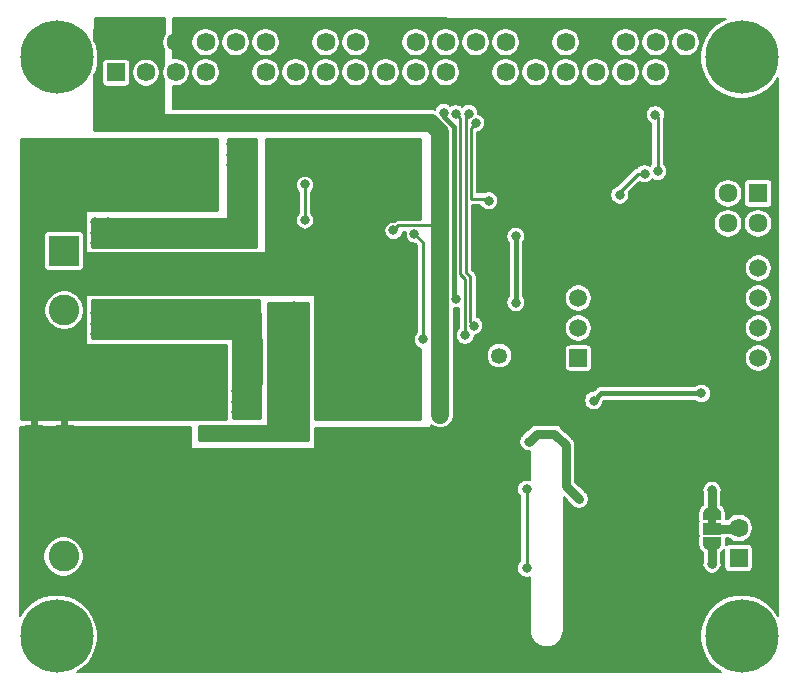
<source format=gbl>
G04 #@! TF.GenerationSoftware,KiCad,Pcbnew,(5.1.2-1)-1*
G04 #@! TF.CreationDate,2019-12-01T18:05:27-08:00*
G04 #@! TF.ProjectId,RaceOn-PiHAT,52616365-4f6e-42d5-9069-4841542e6b69,1*
G04 #@! TF.SameCoordinates,Original*
G04 #@! TF.FileFunction,Copper,L2,Bot*
G04 #@! TF.FilePolarity,Positive*
%FSLAX46Y46*%
G04 Gerber Fmt 4.6, Leading zero omitted, Abs format (unit mm)*
G04 Created by KiCad (PCBNEW (5.1.2-1)-1) date 2019-12-01 18:05:27*
%MOMM*%
%LPD*%
G04 APERTURE LIST*
%ADD10C,0.100000*%
%ADD11C,2.600000*%
%ADD12R,2.600000X2.600000*%
%ADD13C,1.610000*%
%ADD14R,1.610000X1.610000*%
%ADD15C,1.500000*%
%ADD16R,1.500000X1.500000*%
%ADD17R,1.500000X1.000000*%
%ADD18C,1.590000*%
%ADD19R,1.590000X1.590000*%
%ADD20C,0.750000*%
%ADD21C,6.200000*%
%ADD22C,1.350000*%
%ADD23R,1.350000X1.350000*%
%ADD24C,0.500000*%
%ADD25C,0.800000*%
%ADD26C,0.783000*%
%ADD27C,0.250000*%
%ADD28C,1.500000*%
%ADD29C,0.400000*%
%ADD30C,0.254000*%
%ADD31C,0.200000*%
G04 APERTURE END LIST*
D10*
G36*
X118900000Y-96950000D02*
G01*
X118900000Y-96450000D01*
X118300000Y-96450000D01*
X118300000Y-96950000D01*
X118900000Y-96950000D01*
G37*
G36*
X121500000Y-96950000D02*
G01*
X121500000Y-96450000D01*
X120900000Y-96450000D01*
X120900000Y-96950000D01*
X121500000Y-96950000D01*
G37*
G36*
X175700000Y-104738000D02*
G01*
X175700000Y-105238000D01*
X176300000Y-105238000D01*
X176300000Y-104738000D01*
X175700000Y-104738000D01*
G37*
D11*
X121100000Y-108000000D03*
D12*
X121100000Y-103000000D03*
D11*
X121100000Y-87100000D03*
D12*
X121100000Y-82100000D03*
D13*
X174820000Y-79800000D03*
X174820000Y-77260000D03*
X177360000Y-79800000D03*
X177360000Y-77260000D03*
X179900000Y-79800000D03*
D14*
X179900000Y-77260000D03*
D15*
X179920000Y-83590000D03*
X179920000Y-86130000D03*
X179920000Y-88670000D03*
X179920000Y-91210000D03*
X164680000Y-83590000D03*
X164680000Y-86130000D03*
X164680000Y-88670000D03*
D16*
X164680000Y-91210000D03*
D17*
X118600000Y-96050000D03*
X118600000Y-97350000D03*
X121200000Y-96050000D03*
X121200000Y-97350000D03*
D18*
X173760000Y-64460000D03*
X173760000Y-67000000D03*
X171220000Y-64460000D03*
X171220000Y-67000000D03*
X168680000Y-64460000D03*
X168680000Y-67000000D03*
X166140000Y-64460000D03*
X166140000Y-67000000D03*
X163600000Y-64460000D03*
X163600000Y-67000000D03*
X161060000Y-64460000D03*
X161060000Y-67000000D03*
X158520000Y-64460000D03*
X158520000Y-67000000D03*
X155980000Y-64460000D03*
X155980000Y-67000000D03*
X153440000Y-64460000D03*
X153440000Y-67000000D03*
X150900000Y-64460000D03*
X150900000Y-67000000D03*
X148360000Y-64460000D03*
X148360000Y-67000000D03*
X145820000Y-64460000D03*
X145820000Y-67000000D03*
X143280000Y-64460000D03*
X143280000Y-67000000D03*
X140740000Y-64460000D03*
X140740000Y-67000000D03*
X138200000Y-64460000D03*
X138200000Y-67000000D03*
X135660000Y-64460000D03*
X135660000Y-67000000D03*
X133120000Y-64460000D03*
X133120000Y-67000000D03*
X130580000Y-64460000D03*
X130580000Y-67000000D03*
X128040000Y-64460000D03*
X128040000Y-67000000D03*
X125500000Y-64460000D03*
D19*
X125500000Y-67000000D03*
D20*
X180080000Y-113170000D03*
X180740000Y-114750000D03*
X180080000Y-116330000D03*
X178500000Y-116990000D03*
X176920000Y-116330000D03*
X176260000Y-114750000D03*
X176920000Y-113170000D03*
X178500000Y-112510000D03*
D21*
X178500000Y-114750000D03*
D20*
X180080000Y-64170000D03*
X180740000Y-65750000D03*
X180080000Y-67330000D03*
X178500000Y-67990000D03*
X176920000Y-67330000D03*
X176260000Y-65750000D03*
X176920000Y-64170000D03*
X178500000Y-63510000D03*
D21*
X178500000Y-65750000D03*
D20*
X122080000Y-113170000D03*
X122740000Y-114750000D03*
X122080000Y-116330000D03*
X120500000Y-116990000D03*
X118920000Y-116330000D03*
X118260000Y-114750000D03*
X118920000Y-113170000D03*
X120500000Y-112510000D03*
D21*
X120500000Y-114750000D03*
D20*
X122080000Y-64170000D03*
X122740000Y-65750000D03*
X122080000Y-67330000D03*
X120500000Y-67990000D03*
X118920000Y-67330000D03*
X118260000Y-65750000D03*
X118920000Y-64170000D03*
X120500000Y-63510000D03*
D21*
X120500000Y-65750000D03*
D22*
X158000000Y-91000000D03*
D23*
X153000000Y-91000000D03*
D24*
X176000000Y-104338000D03*
D10*
G36*
X175250000Y-104888000D02*
G01*
X175250000Y-104338000D01*
X175250602Y-104338000D01*
X175250602Y-104313466D01*
X175255412Y-104264635D01*
X175264984Y-104216510D01*
X175279228Y-104169555D01*
X175298005Y-104124222D01*
X175321136Y-104080949D01*
X175348396Y-104040150D01*
X175379524Y-104002221D01*
X175414221Y-103967524D01*
X175452150Y-103936396D01*
X175492949Y-103909136D01*
X175536222Y-103886005D01*
X175581555Y-103867228D01*
X175628510Y-103852984D01*
X175676635Y-103843412D01*
X175725466Y-103838602D01*
X175750000Y-103838602D01*
X175750000Y-103838000D01*
X176250000Y-103838000D01*
X176250000Y-103838602D01*
X176274534Y-103838602D01*
X176323365Y-103843412D01*
X176371490Y-103852984D01*
X176418445Y-103867228D01*
X176463778Y-103886005D01*
X176507051Y-103909136D01*
X176547850Y-103936396D01*
X176585779Y-103967524D01*
X176620476Y-104002221D01*
X176651604Y-104040150D01*
X176678864Y-104080949D01*
X176701995Y-104124222D01*
X176720772Y-104169555D01*
X176735016Y-104216510D01*
X176744588Y-104264635D01*
X176749398Y-104313466D01*
X176749398Y-104338000D01*
X176750000Y-104338000D01*
X176750000Y-104888000D01*
X175250000Y-104888000D01*
X175250000Y-104888000D01*
G37*
D17*
X176000000Y-105638000D03*
D24*
X176000000Y-106938000D03*
D10*
G36*
X176749398Y-106938000D02*
G01*
X176749398Y-106962534D01*
X176744588Y-107011365D01*
X176735016Y-107059490D01*
X176720772Y-107106445D01*
X176701995Y-107151778D01*
X176678864Y-107195051D01*
X176651604Y-107235850D01*
X176620476Y-107273779D01*
X176585779Y-107308476D01*
X176547850Y-107339604D01*
X176507051Y-107366864D01*
X176463778Y-107389995D01*
X176418445Y-107408772D01*
X176371490Y-107423016D01*
X176323365Y-107432588D01*
X176274534Y-107437398D01*
X176250000Y-107437398D01*
X176250000Y-107438000D01*
X175750000Y-107438000D01*
X175750000Y-107437398D01*
X175725466Y-107437398D01*
X175676635Y-107432588D01*
X175628510Y-107423016D01*
X175581555Y-107408772D01*
X175536222Y-107389995D01*
X175492949Y-107366864D01*
X175452150Y-107339604D01*
X175414221Y-107308476D01*
X175379524Y-107273779D01*
X175348396Y-107235850D01*
X175321136Y-107195051D01*
X175298005Y-107151778D01*
X175279228Y-107106445D01*
X175264984Y-107059490D01*
X175255412Y-107011365D01*
X175250602Y-106962534D01*
X175250602Y-106938000D01*
X175250000Y-106938000D01*
X175250000Y-106388000D01*
X176750000Y-106388000D01*
X176750000Y-106938000D01*
X176749398Y-106938000D01*
X176749398Y-106938000D01*
G37*
D18*
X178250000Y-103058000D03*
X178250000Y-105598000D03*
D19*
X178250000Y-108138000D03*
D25*
X165000000Y-113400000D03*
X165000000Y-112400000D03*
X165000000Y-110900000D03*
X165000000Y-109900000D03*
X165000000Y-108900000D03*
X165000000Y-107900000D03*
X165000000Y-106900000D03*
X165000000Y-105900000D03*
X165000000Y-104900000D03*
X173750000Y-104900000D03*
X173750000Y-105900000D03*
X173750000Y-106900000D03*
X173750000Y-107900000D03*
X173750000Y-108900000D03*
X173750000Y-109900000D03*
X173750000Y-110900000D03*
X173750000Y-112400000D03*
X173750000Y-113400000D03*
X167750000Y-95330265D03*
X149225000Y-108585000D03*
X150114000Y-108585000D03*
X150114000Y-104600000D03*
X149225000Y-104600000D03*
X149225000Y-103568500D03*
X150114000Y-103568500D03*
X150114000Y-102500000D03*
X149225000Y-102500000D03*
X144200000Y-109400000D03*
X132600000Y-107700000D03*
X132600000Y-108600000D03*
X132600000Y-109600000D03*
X132600000Y-110500000D03*
X126800000Y-103800000D03*
X162200000Y-95100000D03*
X174800000Y-72800000D03*
X157100000Y-83700000D03*
X157100000Y-79800000D03*
X157100000Y-75900000D03*
X160500000Y-80100000D03*
X176000000Y-108638000D03*
X164750000Y-103150000D03*
X160500000Y-98300000D03*
X149000000Y-80400000D03*
X153000000Y-96000000D03*
X153000000Y-93000000D03*
X153000000Y-94100000D03*
X154365000Y-86180000D03*
X153300000Y-70424970D03*
X176000000Y-102400000D03*
X166000000Y-94800000D03*
X175100000Y-94200000D03*
X155090001Y-89274999D03*
X154295633Y-70518347D03*
X155400000Y-70500000D03*
X155815001Y-88460786D03*
X161400000Y-75400000D03*
X160300000Y-109000000D03*
X160300000Y-102300000D03*
X159400000Y-80900000D03*
X159400000Y-86500000D03*
X141500000Y-76500000D03*
X141500000Y-79500000D03*
X135300000Y-73100000D03*
X135300000Y-74000000D03*
X135300000Y-74900000D03*
X136200000Y-73100000D03*
X136200000Y-74000000D03*
X136200000Y-74900000D03*
X124895000Y-81500000D03*
X123800000Y-81500000D03*
X137100000Y-73100000D03*
X137100000Y-74000000D03*
X137100000Y-74900000D03*
X124900000Y-80600000D03*
X124900000Y-79700000D03*
X123800000Y-80600000D03*
X123800000Y-79700000D03*
X171400000Y-75400000D03*
X171200000Y-70600000D03*
X156000000Y-71300000D03*
X157100000Y-77900000D03*
X140600000Y-89800000D03*
X140600000Y-90800000D03*
X140600000Y-88800000D03*
X139900000Y-88300000D03*
X139900000Y-89300000D03*
X139900000Y-90300000D03*
X139900000Y-91300000D03*
X140300000Y-97600000D03*
X139400000Y-97600000D03*
X138500000Y-97600000D03*
X137600000Y-97600000D03*
X136700000Y-97600000D03*
X135800000Y-97600000D03*
X134900000Y-97600000D03*
X134000000Y-97600000D03*
X140600000Y-87800000D03*
X139900000Y-87300000D03*
X133100000Y-97600000D03*
X140600000Y-86800000D03*
X141200000Y-97600000D03*
X129400000Y-93980000D03*
X130300000Y-93980000D03*
X130300000Y-95800000D03*
X128500000Y-94900000D03*
X130300000Y-94900000D03*
X129400000Y-94900000D03*
X128000000Y-74900000D03*
X128000000Y-74000000D03*
X128000000Y-73100000D03*
X128900000Y-73100000D03*
X128900000Y-74000000D03*
X128900000Y-74900000D03*
X144700000Y-90000000D03*
X146400000Y-76200000D03*
X143800000Y-86200000D03*
X128500000Y-93980000D03*
X129400000Y-95800000D03*
X128500000Y-95800000D03*
X129800000Y-73100000D03*
X129800000Y-74000000D03*
X129800000Y-74900000D03*
X137500000Y-93980000D03*
X137500000Y-94900000D03*
X136600000Y-95800000D03*
X135700000Y-95800000D03*
X136600000Y-93980000D03*
X135700000Y-94000000D03*
X123800000Y-87400000D03*
X124900000Y-87400000D03*
X123800000Y-88300000D03*
X124900000Y-88300000D03*
X136600000Y-94900000D03*
X135700000Y-94900000D03*
X137500000Y-95800000D03*
X124900000Y-89200000D03*
X123800000Y-89200000D03*
X150800000Y-80700000D03*
X151500000Y-89600000D03*
X170300000Y-75600000D03*
X168200000Y-77400000D03*
D26*
X176000000Y-106938000D02*
X176000000Y-108638000D01*
D27*
X149425001Y-79974999D02*
X149000000Y-80400000D01*
X152374999Y-79974999D02*
X149425001Y-79974999D01*
X153000000Y-80600000D02*
X152374999Y-79974999D01*
D28*
X153000000Y-94700000D02*
X153000000Y-96000000D01*
X153000000Y-80600000D02*
X153000000Y-94700000D01*
D26*
X163616510Y-102016510D02*
X164750000Y-103150000D01*
X163616510Y-98597832D02*
X163616510Y-102016510D01*
X162652169Y-97633491D02*
X163616510Y-98597832D01*
X161166509Y-97633491D02*
X162652169Y-97633491D01*
X160500000Y-98300000D02*
X161166509Y-97633491D01*
D28*
X130800000Y-71300000D02*
X126900000Y-71300000D01*
X152200000Y-71300000D02*
X130800000Y-71300000D01*
X153000000Y-72100000D02*
X152200000Y-71300000D01*
X153000000Y-80600000D02*
X153000000Y-72100000D01*
D27*
X154100000Y-77000000D02*
X154075010Y-77024990D01*
D29*
X154150010Y-85965010D02*
X154365000Y-86180000D01*
X154150010Y-71623651D02*
X154150010Y-85965010D01*
X153300000Y-70773641D02*
X154150010Y-71623651D01*
X153300000Y-70424970D02*
X153300000Y-70773641D01*
D26*
X176000000Y-104338000D02*
X176000000Y-103400000D01*
X176000000Y-103400000D02*
X176000000Y-102400000D01*
D27*
X166000000Y-94600000D02*
X166000000Y-94800000D01*
D29*
X166600000Y-94200000D02*
X166000000Y-94800000D01*
X175100000Y-94200000D02*
X166600000Y-94200000D01*
D27*
X154692272Y-84107728D02*
X154692272Y-70914986D01*
X154675020Y-84124980D02*
X154692272Y-84107728D01*
X155090001Y-84539961D02*
X154675020Y-84124980D01*
X154692272Y-70914986D02*
X154295633Y-70518347D01*
X155090001Y-89274999D02*
X155090001Y-84539961D01*
X155139815Y-70760185D02*
X155142282Y-70762652D01*
X155400000Y-70500000D02*
X155139815Y-70760185D01*
X155142282Y-70762652D02*
X155142282Y-78500000D01*
X155142282Y-78500000D02*
X155142282Y-83955832D01*
X155142282Y-83955832D02*
X155540011Y-84353561D01*
X155540011Y-88185796D02*
X155815001Y-88460786D01*
X155540011Y-84353561D02*
X155540011Y-88185796D01*
D26*
X118600000Y-97350000D02*
X121200000Y-97350000D01*
X121200000Y-102900000D02*
X121100000Y-103000000D01*
X121200000Y-97350000D02*
X121200000Y-102900000D01*
D27*
X160300000Y-109000000D02*
X160300000Y-102300000D01*
D29*
X159400000Y-80900000D02*
X159400000Y-81465685D01*
X159400000Y-81465685D02*
X159400000Y-86500000D01*
D27*
X141500000Y-76500000D02*
X141500000Y-79500000D01*
D26*
X178210000Y-105638000D02*
X178250000Y-105598000D01*
X176000000Y-105638000D02*
X178210000Y-105638000D01*
D27*
X171400000Y-70800000D02*
X171200000Y-70600000D01*
X171400000Y-75400000D02*
X171400000Y-70800000D01*
X156000000Y-71300000D02*
X155592292Y-71707708D01*
X155592292Y-71707708D02*
X155592292Y-77700000D01*
X156900000Y-77700000D02*
X157100000Y-77900000D01*
X155592292Y-77700000D02*
X156900000Y-77700000D01*
D26*
X118600000Y-96050000D02*
X121200000Y-96050000D01*
X128250000Y-96050000D02*
X128500000Y-95800000D01*
X121200000Y-96050000D02*
X128250000Y-96050000D01*
D27*
X150800000Y-80700000D02*
X151500000Y-81400000D01*
X151500000Y-81400000D02*
X151500000Y-89600000D01*
X169734315Y-75600000D02*
X168200000Y-77134315D01*
X170300000Y-75600000D02*
X169734315Y-75600000D01*
X168200000Y-77134315D02*
X168200000Y-77400000D01*
D30*
G36*
X137774674Y-90599689D02*
G01*
X137771399Y-96274163D01*
X135427000Y-96263572D01*
X135427000Y-89600000D01*
X135424560Y-89575224D01*
X135417333Y-89551399D01*
X135405597Y-89529443D01*
X135389803Y-89510197D01*
X135370557Y-89494403D01*
X135348601Y-89482667D01*
X135324776Y-89475440D01*
X135300000Y-89473000D01*
X123527000Y-89473000D01*
X123527000Y-86327000D01*
X137675902Y-86327000D01*
X137774674Y-90599689D01*
X137774674Y-90599689D01*
G37*
X137774674Y-90599689D02*
X137771399Y-96274163D01*
X135427000Y-96263572D01*
X135427000Y-89600000D01*
X135424560Y-89575224D01*
X135417333Y-89551399D01*
X135405597Y-89529443D01*
X135389803Y-89510197D01*
X135370557Y-89494403D01*
X135348601Y-89482667D01*
X135324776Y-89475440D01*
X135300000Y-89473000D01*
X123527000Y-89473000D01*
X123527000Y-86327000D01*
X137675902Y-86327000D01*
X137774674Y-90599689D01*
G36*
X137369317Y-81773000D02*
G01*
X123534202Y-81773000D01*
X123527370Y-79427000D01*
X134874000Y-79427000D01*
X134898776Y-79424560D01*
X134922601Y-79417333D01*
X134944557Y-79405597D01*
X134963803Y-79389803D01*
X134979597Y-79370557D01*
X134991333Y-79348601D01*
X134998560Y-79324776D01*
X135001000Y-79300000D01*
X135001000Y-72643181D01*
X137376683Y-72627824D01*
X137369317Y-81773000D01*
X137369317Y-81773000D01*
G37*
X137369317Y-81773000D02*
X123534202Y-81773000D01*
X123527370Y-79427000D01*
X134874000Y-79427000D01*
X134898776Y-79424560D01*
X134922601Y-79417333D01*
X134944557Y-79405597D01*
X134963803Y-79389803D01*
X134979597Y-79370557D01*
X134991333Y-79348601D01*
X134998560Y-79324776D01*
X135001000Y-79300000D01*
X135001000Y-72643181D01*
X137376683Y-72627824D01*
X137369317Y-81773000D01*
G36*
X134073000Y-78673000D02*
G01*
X123000000Y-78673000D01*
X122975224Y-78675440D01*
X122951399Y-78682667D01*
X122929443Y-78694403D01*
X122910197Y-78710197D01*
X122894403Y-78729443D01*
X122882667Y-78751399D01*
X122875440Y-78775224D01*
X122873000Y-78800000D01*
X122873000Y-90000000D01*
X122875440Y-90024776D01*
X122882667Y-90048601D01*
X122894403Y-90070557D01*
X122910197Y-90089803D01*
X122929443Y-90105597D01*
X122951399Y-90117333D01*
X122975224Y-90124560D01*
X123000000Y-90127000D01*
X134873000Y-90127000D01*
X134873000Y-96373000D01*
X121919711Y-96373000D01*
X121919437Y-96369988D01*
X121919014Y-96368551D01*
X121918868Y-96367062D01*
X121907272Y-96328653D01*
X121895908Y-96290043D01*
X121895213Y-96288713D01*
X121894781Y-96287283D01*
X121875929Y-96251829D01*
X121857298Y-96216191D01*
X121856360Y-96215025D01*
X121855657Y-96213702D01*
X121830236Y-96182533D01*
X121805080Y-96151244D01*
X121803935Y-96150283D01*
X121802987Y-96149121D01*
X121771998Y-96123485D01*
X121741241Y-96097677D01*
X121739929Y-96096956D01*
X121738775Y-96096001D01*
X121703406Y-96076877D01*
X121668213Y-96057529D01*
X121666787Y-96057077D01*
X121665469Y-96056364D01*
X121627039Y-96044468D01*
X121588778Y-96032331D01*
X121587292Y-96032164D01*
X121585860Y-96031721D01*
X121545813Y-96027512D01*
X121505962Y-96023042D01*
X121503093Y-96023022D01*
X121502981Y-96023010D01*
X121502869Y-96023020D01*
X121500000Y-96023000D01*
X120900000Y-96023000D01*
X120860052Y-96026917D01*
X120819988Y-96030563D01*
X120818551Y-96030986D01*
X120817062Y-96031132D01*
X120778653Y-96042728D01*
X120740043Y-96054092D01*
X120738713Y-96054787D01*
X120737283Y-96055219D01*
X120701829Y-96074071D01*
X120666191Y-96092702D01*
X120665025Y-96093640D01*
X120663702Y-96094343D01*
X120632533Y-96119764D01*
X120601244Y-96144920D01*
X120600283Y-96146065D01*
X120599121Y-96147013D01*
X120573485Y-96178002D01*
X120547677Y-96208759D01*
X120546956Y-96210071D01*
X120546001Y-96211225D01*
X120526877Y-96246594D01*
X120507529Y-96281787D01*
X120507077Y-96283213D01*
X120506364Y-96284531D01*
X120494468Y-96322961D01*
X120482331Y-96361222D01*
X120482164Y-96362708D01*
X120481721Y-96364140D01*
X120480790Y-96373000D01*
X119319711Y-96373000D01*
X119319437Y-96369988D01*
X119319014Y-96368551D01*
X119318868Y-96367062D01*
X119307272Y-96328653D01*
X119295908Y-96290043D01*
X119295213Y-96288713D01*
X119294781Y-96287283D01*
X119275929Y-96251829D01*
X119257298Y-96216191D01*
X119256360Y-96215025D01*
X119255657Y-96213702D01*
X119230236Y-96182533D01*
X119205080Y-96151244D01*
X119203935Y-96150283D01*
X119202987Y-96149121D01*
X119171998Y-96123485D01*
X119141241Y-96097677D01*
X119139929Y-96096956D01*
X119138775Y-96096001D01*
X119103406Y-96076877D01*
X119068213Y-96057529D01*
X119066787Y-96057077D01*
X119065469Y-96056364D01*
X119027039Y-96044468D01*
X118988778Y-96032331D01*
X118987292Y-96032164D01*
X118985860Y-96031721D01*
X118945813Y-96027512D01*
X118905962Y-96023042D01*
X118903093Y-96023022D01*
X118902981Y-96023010D01*
X118902869Y-96023020D01*
X118900000Y-96023000D01*
X118300000Y-96023000D01*
X118260052Y-96026917D01*
X118219988Y-96030563D01*
X118218551Y-96030986D01*
X118217062Y-96031132D01*
X118178653Y-96042728D01*
X118140043Y-96054092D01*
X118138713Y-96054787D01*
X118137283Y-96055219D01*
X118101829Y-96074071D01*
X118066191Y-96092702D01*
X118065025Y-96093640D01*
X118063702Y-96094343D01*
X118032533Y-96119764D01*
X118001244Y-96144920D01*
X118000283Y-96146065D01*
X117999121Y-96147013D01*
X117973485Y-96178002D01*
X117947677Y-96208759D01*
X117946956Y-96210071D01*
X117946001Y-96211225D01*
X117926877Y-96246594D01*
X117907529Y-96281787D01*
X117907077Y-96283213D01*
X117906364Y-96284531D01*
X117894468Y-96322961D01*
X117882331Y-96361222D01*
X117882164Y-96362708D01*
X117881721Y-96364140D01*
X117880790Y-96373000D01*
X117452000Y-96373000D01*
X117452000Y-86929905D01*
X119373000Y-86929905D01*
X119373000Y-87270095D01*
X119439368Y-87603747D01*
X119569553Y-87918041D01*
X119758552Y-88200898D01*
X119999102Y-88441448D01*
X120281959Y-88630447D01*
X120596253Y-88760632D01*
X120929905Y-88827000D01*
X121270095Y-88827000D01*
X121603747Y-88760632D01*
X121918041Y-88630447D01*
X122200898Y-88441448D01*
X122441448Y-88200898D01*
X122630447Y-87918041D01*
X122760632Y-87603747D01*
X122827000Y-87270095D01*
X122827000Y-86929905D01*
X122760632Y-86596253D01*
X122630447Y-86281959D01*
X122441448Y-85999102D01*
X122200898Y-85758552D01*
X121918041Y-85569553D01*
X121603747Y-85439368D01*
X121270095Y-85373000D01*
X120929905Y-85373000D01*
X120596253Y-85439368D01*
X120281959Y-85569553D01*
X119999102Y-85758552D01*
X119758552Y-85999102D01*
X119569553Y-86281959D01*
X119439368Y-86596253D01*
X119373000Y-86929905D01*
X117452000Y-86929905D01*
X117452000Y-80800000D01*
X119370934Y-80800000D01*
X119370934Y-83400000D01*
X119379178Y-83483707D01*
X119403595Y-83564196D01*
X119443245Y-83638376D01*
X119496605Y-83703395D01*
X119561624Y-83756755D01*
X119635804Y-83796405D01*
X119716293Y-83820822D01*
X119800000Y-83829066D01*
X122400000Y-83829066D01*
X122483707Y-83820822D01*
X122564196Y-83796405D01*
X122638376Y-83756755D01*
X122703395Y-83703395D01*
X122756755Y-83638376D01*
X122796405Y-83564196D01*
X122820822Y-83483707D01*
X122829066Y-83400000D01*
X122829066Y-80800000D01*
X122820822Y-80716293D01*
X122796405Y-80635804D01*
X122756755Y-80561624D01*
X122703395Y-80496605D01*
X122638376Y-80443245D01*
X122564196Y-80403595D01*
X122483707Y-80379178D01*
X122400000Y-80370934D01*
X119800000Y-80370934D01*
X119716293Y-80379178D01*
X119635804Y-80403595D01*
X119561624Y-80443245D01*
X119496605Y-80496605D01*
X119443245Y-80561624D01*
X119403595Y-80635804D01*
X119379178Y-80716293D01*
X119370934Y-80800000D01*
X117452000Y-80800000D01*
X117452000Y-72644000D01*
X134073000Y-72644000D01*
X134073000Y-78673000D01*
X134073000Y-78673000D01*
G37*
X134073000Y-78673000D02*
X123000000Y-78673000D01*
X122975224Y-78675440D01*
X122951399Y-78682667D01*
X122929443Y-78694403D01*
X122910197Y-78710197D01*
X122894403Y-78729443D01*
X122882667Y-78751399D01*
X122875440Y-78775224D01*
X122873000Y-78800000D01*
X122873000Y-90000000D01*
X122875440Y-90024776D01*
X122882667Y-90048601D01*
X122894403Y-90070557D01*
X122910197Y-90089803D01*
X122929443Y-90105597D01*
X122951399Y-90117333D01*
X122975224Y-90124560D01*
X123000000Y-90127000D01*
X134873000Y-90127000D01*
X134873000Y-96373000D01*
X121919711Y-96373000D01*
X121919437Y-96369988D01*
X121919014Y-96368551D01*
X121918868Y-96367062D01*
X121907272Y-96328653D01*
X121895908Y-96290043D01*
X121895213Y-96288713D01*
X121894781Y-96287283D01*
X121875929Y-96251829D01*
X121857298Y-96216191D01*
X121856360Y-96215025D01*
X121855657Y-96213702D01*
X121830236Y-96182533D01*
X121805080Y-96151244D01*
X121803935Y-96150283D01*
X121802987Y-96149121D01*
X121771998Y-96123485D01*
X121741241Y-96097677D01*
X121739929Y-96096956D01*
X121738775Y-96096001D01*
X121703406Y-96076877D01*
X121668213Y-96057529D01*
X121666787Y-96057077D01*
X121665469Y-96056364D01*
X121627039Y-96044468D01*
X121588778Y-96032331D01*
X121587292Y-96032164D01*
X121585860Y-96031721D01*
X121545813Y-96027512D01*
X121505962Y-96023042D01*
X121503093Y-96023022D01*
X121502981Y-96023010D01*
X121502869Y-96023020D01*
X121500000Y-96023000D01*
X120900000Y-96023000D01*
X120860052Y-96026917D01*
X120819988Y-96030563D01*
X120818551Y-96030986D01*
X120817062Y-96031132D01*
X120778653Y-96042728D01*
X120740043Y-96054092D01*
X120738713Y-96054787D01*
X120737283Y-96055219D01*
X120701829Y-96074071D01*
X120666191Y-96092702D01*
X120665025Y-96093640D01*
X120663702Y-96094343D01*
X120632533Y-96119764D01*
X120601244Y-96144920D01*
X120600283Y-96146065D01*
X120599121Y-96147013D01*
X120573485Y-96178002D01*
X120547677Y-96208759D01*
X120546956Y-96210071D01*
X120546001Y-96211225D01*
X120526877Y-96246594D01*
X120507529Y-96281787D01*
X120507077Y-96283213D01*
X120506364Y-96284531D01*
X120494468Y-96322961D01*
X120482331Y-96361222D01*
X120482164Y-96362708D01*
X120481721Y-96364140D01*
X120480790Y-96373000D01*
X119319711Y-96373000D01*
X119319437Y-96369988D01*
X119319014Y-96368551D01*
X119318868Y-96367062D01*
X119307272Y-96328653D01*
X119295908Y-96290043D01*
X119295213Y-96288713D01*
X119294781Y-96287283D01*
X119275929Y-96251829D01*
X119257298Y-96216191D01*
X119256360Y-96215025D01*
X119255657Y-96213702D01*
X119230236Y-96182533D01*
X119205080Y-96151244D01*
X119203935Y-96150283D01*
X119202987Y-96149121D01*
X119171998Y-96123485D01*
X119141241Y-96097677D01*
X119139929Y-96096956D01*
X119138775Y-96096001D01*
X119103406Y-96076877D01*
X119068213Y-96057529D01*
X119066787Y-96057077D01*
X119065469Y-96056364D01*
X119027039Y-96044468D01*
X118988778Y-96032331D01*
X118987292Y-96032164D01*
X118985860Y-96031721D01*
X118945813Y-96027512D01*
X118905962Y-96023042D01*
X118903093Y-96023022D01*
X118902981Y-96023010D01*
X118902869Y-96023020D01*
X118900000Y-96023000D01*
X118300000Y-96023000D01*
X118260052Y-96026917D01*
X118219988Y-96030563D01*
X118218551Y-96030986D01*
X118217062Y-96031132D01*
X118178653Y-96042728D01*
X118140043Y-96054092D01*
X118138713Y-96054787D01*
X118137283Y-96055219D01*
X118101829Y-96074071D01*
X118066191Y-96092702D01*
X118065025Y-96093640D01*
X118063702Y-96094343D01*
X118032533Y-96119764D01*
X118001244Y-96144920D01*
X118000283Y-96146065D01*
X117999121Y-96147013D01*
X117973485Y-96178002D01*
X117947677Y-96208759D01*
X117946956Y-96210071D01*
X117946001Y-96211225D01*
X117926877Y-96246594D01*
X117907529Y-96281787D01*
X117907077Y-96283213D01*
X117906364Y-96284531D01*
X117894468Y-96322961D01*
X117882331Y-96361222D01*
X117882164Y-96362708D01*
X117881721Y-96364140D01*
X117880790Y-96373000D01*
X117452000Y-96373000D01*
X117452000Y-86929905D01*
X119373000Y-86929905D01*
X119373000Y-87270095D01*
X119439368Y-87603747D01*
X119569553Y-87918041D01*
X119758552Y-88200898D01*
X119999102Y-88441448D01*
X120281959Y-88630447D01*
X120596253Y-88760632D01*
X120929905Y-88827000D01*
X121270095Y-88827000D01*
X121603747Y-88760632D01*
X121918041Y-88630447D01*
X122200898Y-88441448D01*
X122441448Y-88200898D01*
X122630447Y-87918041D01*
X122760632Y-87603747D01*
X122827000Y-87270095D01*
X122827000Y-86929905D01*
X122760632Y-86596253D01*
X122630447Y-86281959D01*
X122441448Y-85999102D01*
X122200898Y-85758552D01*
X121918041Y-85569553D01*
X121603747Y-85439368D01*
X121270095Y-85373000D01*
X120929905Y-85373000D01*
X120596253Y-85439368D01*
X120281959Y-85569553D01*
X119999102Y-85758552D01*
X119758552Y-85999102D01*
X119569553Y-86281959D01*
X119439368Y-86596253D01*
X119373000Y-86929905D01*
X117452000Y-86929905D01*
X117452000Y-80800000D01*
X119370934Y-80800000D01*
X119370934Y-83400000D01*
X119379178Y-83483707D01*
X119403595Y-83564196D01*
X119443245Y-83638376D01*
X119496605Y-83703395D01*
X119561624Y-83756755D01*
X119635804Y-83796405D01*
X119716293Y-83820822D01*
X119800000Y-83829066D01*
X122400000Y-83829066D01*
X122483707Y-83820822D01*
X122564196Y-83796405D01*
X122638376Y-83756755D01*
X122703395Y-83703395D01*
X122756755Y-83638376D01*
X122796405Y-83564196D01*
X122820822Y-83483707D01*
X122829066Y-83400000D01*
X122829066Y-80800000D01*
X122820822Y-80716293D01*
X122796405Y-80635804D01*
X122756755Y-80561624D01*
X122703395Y-80496605D01*
X122638376Y-80443245D01*
X122564196Y-80403595D01*
X122483707Y-80379178D01*
X122400000Y-80370934D01*
X119800000Y-80370934D01*
X119716293Y-80379178D01*
X119635804Y-80403595D01*
X119561624Y-80443245D01*
X119496605Y-80496605D01*
X119443245Y-80561624D01*
X119403595Y-80635804D01*
X119379178Y-80716293D01*
X119370934Y-80800000D01*
X117452000Y-80800000D01*
X117452000Y-72644000D01*
X134073000Y-72644000D01*
X134073000Y-78673000D01*
G36*
X141769575Y-98173000D02*
G01*
X132527000Y-98173000D01*
X132527000Y-96927000D01*
X138300000Y-96927000D01*
X138324776Y-96924560D01*
X138348601Y-96917333D01*
X138370557Y-96905597D01*
X138389803Y-96889803D01*
X138405597Y-96870557D01*
X138417333Y-96848601D01*
X138424560Y-96824776D01*
X138427000Y-96800000D01*
X138427000Y-86527000D01*
X141776425Y-86527000D01*
X141769575Y-98173000D01*
X141769575Y-98173000D01*
G37*
X141769575Y-98173000D02*
X132527000Y-98173000D01*
X132527000Y-96927000D01*
X138300000Y-96927000D01*
X138324776Y-96924560D01*
X138348601Y-96917333D01*
X138370557Y-96905597D01*
X138389803Y-96889803D01*
X138405597Y-96870557D01*
X138417333Y-96848601D01*
X138424560Y-96824776D01*
X138427000Y-96800000D01*
X138427000Y-86527000D01*
X141776425Y-86527000D01*
X141769575Y-98173000D01*
G36*
X151273000Y-79422999D02*
G01*
X149452098Y-79422999D01*
X149425000Y-79420330D01*
X149397902Y-79422999D01*
X149397892Y-79422999D01*
X149316790Y-79430987D01*
X149212738Y-79462551D01*
X149116843Y-79513808D01*
X149044717Y-79573000D01*
X148918548Y-79573000D01*
X148758773Y-79604782D01*
X148608269Y-79667123D01*
X148472819Y-79757628D01*
X148357628Y-79872819D01*
X148267123Y-80008269D01*
X148204782Y-80158773D01*
X148173000Y-80318548D01*
X148173000Y-80481452D01*
X148204782Y-80641227D01*
X148267123Y-80791731D01*
X148357628Y-80927181D01*
X148472819Y-81042372D01*
X148608269Y-81132877D01*
X148758773Y-81195218D01*
X148918548Y-81227000D01*
X149081452Y-81227000D01*
X149241227Y-81195218D01*
X149391731Y-81132877D01*
X149527181Y-81042372D01*
X149642372Y-80927181D01*
X149732877Y-80791731D01*
X149795218Y-80641227D01*
X149817940Y-80526999D01*
X149991211Y-80526999D01*
X149973000Y-80618548D01*
X149973000Y-80781452D01*
X150004782Y-80941227D01*
X150067123Y-81091731D01*
X150157628Y-81227181D01*
X150272819Y-81342372D01*
X150408269Y-81432877D01*
X150558773Y-81495218D01*
X150718548Y-81527000D01*
X150846355Y-81527000D01*
X150948000Y-81628646D01*
X150948001Y-88982446D01*
X150857628Y-89072819D01*
X150767123Y-89208269D01*
X150704782Y-89358773D01*
X150673000Y-89518548D01*
X150673000Y-89681452D01*
X150704782Y-89841227D01*
X150767123Y-89991731D01*
X150857628Y-90127181D01*
X150972819Y-90242372D01*
X151108269Y-90332877D01*
X151258773Y-90395218D01*
X151273000Y-90398048D01*
X151273000Y-96373000D01*
X142427000Y-96373000D01*
X142427000Y-85900000D01*
X142424560Y-85875224D01*
X142417333Y-85851399D01*
X142405597Y-85829443D01*
X142389803Y-85810197D01*
X142370557Y-85794403D01*
X142348601Y-85782667D01*
X142324776Y-85775440D01*
X142300000Y-85773000D01*
X122427000Y-85773000D01*
X122427000Y-83826407D01*
X122483707Y-83820822D01*
X122564196Y-83796405D01*
X122638376Y-83756755D01*
X122703395Y-83703395D01*
X122756755Y-83638376D01*
X122796405Y-83564196D01*
X122820822Y-83483707D01*
X122829066Y-83400000D01*
X122829066Y-82327000D01*
X138100000Y-82327000D01*
X138124776Y-82324560D01*
X138148601Y-82317333D01*
X138170557Y-82305597D01*
X138189803Y-82289803D01*
X138205597Y-82270557D01*
X138217333Y-82248601D01*
X138224560Y-82224776D01*
X138227000Y-82200000D01*
X138227000Y-76418548D01*
X140673000Y-76418548D01*
X140673000Y-76581452D01*
X140704782Y-76741227D01*
X140767123Y-76891731D01*
X140857628Y-77027181D01*
X140948000Y-77117553D01*
X140948001Y-78882446D01*
X140857628Y-78972819D01*
X140767123Y-79108269D01*
X140704782Y-79258773D01*
X140673000Y-79418548D01*
X140673000Y-79581452D01*
X140704782Y-79741227D01*
X140767123Y-79891731D01*
X140857628Y-80027181D01*
X140972819Y-80142372D01*
X141108269Y-80232877D01*
X141258773Y-80295218D01*
X141418548Y-80327000D01*
X141581452Y-80327000D01*
X141741227Y-80295218D01*
X141891731Y-80232877D01*
X142027181Y-80142372D01*
X142142372Y-80027181D01*
X142232877Y-79891731D01*
X142295218Y-79741227D01*
X142327000Y-79581452D01*
X142327000Y-79418548D01*
X142295218Y-79258773D01*
X142232877Y-79108269D01*
X142142372Y-78972819D01*
X142052000Y-78882447D01*
X142052000Y-77117553D01*
X142142372Y-77027181D01*
X142232877Y-76891731D01*
X142295218Y-76741227D01*
X142327000Y-76581452D01*
X142327000Y-76418548D01*
X142295218Y-76258773D01*
X142232877Y-76108269D01*
X142142372Y-75972819D01*
X142027181Y-75857628D01*
X141891731Y-75767123D01*
X141741227Y-75704782D01*
X141581452Y-75673000D01*
X141418548Y-75673000D01*
X141258773Y-75704782D01*
X141108269Y-75767123D01*
X140972819Y-75857628D01*
X140857628Y-75972819D01*
X140767123Y-76108269D01*
X140704782Y-76258773D01*
X140673000Y-76418548D01*
X138227000Y-76418548D01*
X138227000Y-72627000D01*
X151273000Y-72627000D01*
X151273000Y-79422999D01*
X151273000Y-79422999D01*
G37*
X151273000Y-79422999D02*
X149452098Y-79422999D01*
X149425000Y-79420330D01*
X149397902Y-79422999D01*
X149397892Y-79422999D01*
X149316790Y-79430987D01*
X149212738Y-79462551D01*
X149116843Y-79513808D01*
X149044717Y-79573000D01*
X148918548Y-79573000D01*
X148758773Y-79604782D01*
X148608269Y-79667123D01*
X148472819Y-79757628D01*
X148357628Y-79872819D01*
X148267123Y-80008269D01*
X148204782Y-80158773D01*
X148173000Y-80318548D01*
X148173000Y-80481452D01*
X148204782Y-80641227D01*
X148267123Y-80791731D01*
X148357628Y-80927181D01*
X148472819Y-81042372D01*
X148608269Y-81132877D01*
X148758773Y-81195218D01*
X148918548Y-81227000D01*
X149081452Y-81227000D01*
X149241227Y-81195218D01*
X149391731Y-81132877D01*
X149527181Y-81042372D01*
X149642372Y-80927181D01*
X149732877Y-80791731D01*
X149795218Y-80641227D01*
X149817940Y-80526999D01*
X149991211Y-80526999D01*
X149973000Y-80618548D01*
X149973000Y-80781452D01*
X150004782Y-80941227D01*
X150067123Y-81091731D01*
X150157628Y-81227181D01*
X150272819Y-81342372D01*
X150408269Y-81432877D01*
X150558773Y-81495218D01*
X150718548Y-81527000D01*
X150846355Y-81527000D01*
X150948000Y-81628646D01*
X150948001Y-88982446D01*
X150857628Y-89072819D01*
X150767123Y-89208269D01*
X150704782Y-89358773D01*
X150673000Y-89518548D01*
X150673000Y-89681452D01*
X150704782Y-89841227D01*
X150767123Y-89991731D01*
X150857628Y-90127181D01*
X150972819Y-90242372D01*
X151108269Y-90332877D01*
X151258773Y-90395218D01*
X151273000Y-90398048D01*
X151273000Y-96373000D01*
X142427000Y-96373000D01*
X142427000Y-85900000D01*
X142424560Y-85875224D01*
X142417333Y-85851399D01*
X142405597Y-85829443D01*
X142389803Y-85810197D01*
X142370557Y-85794403D01*
X142348601Y-85782667D01*
X142324776Y-85775440D01*
X142300000Y-85773000D01*
X122427000Y-85773000D01*
X122427000Y-83826407D01*
X122483707Y-83820822D01*
X122564196Y-83796405D01*
X122638376Y-83756755D01*
X122703395Y-83703395D01*
X122756755Y-83638376D01*
X122796405Y-83564196D01*
X122820822Y-83483707D01*
X122829066Y-83400000D01*
X122829066Y-82327000D01*
X138100000Y-82327000D01*
X138124776Y-82324560D01*
X138148601Y-82317333D01*
X138170557Y-82305597D01*
X138189803Y-82289803D01*
X138205597Y-82270557D01*
X138217333Y-82248601D01*
X138224560Y-82224776D01*
X138227000Y-82200000D01*
X138227000Y-76418548D01*
X140673000Y-76418548D01*
X140673000Y-76581452D01*
X140704782Y-76741227D01*
X140767123Y-76891731D01*
X140857628Y-77027181D01*
X140948000Y-77117553D01*
X140948001Y-78882446D01*
X140857628Y-78972819D01*
X140767123Y-79108269D01*
X140704782Y-79258773D01*
X140673000Y-79418548D01*
X140673000Y-79581452D01*
X140704782Y-79741227D01*
X140767123Y-79891731D01*
X140857628Y-80027181D01*
X140972819Y-80142372D01*
X141108269Y-80232877D01*
X141258773Y-80295218D01*
X141418548Y-80327000D01*
X141581452Y-80327000D01*
X141741227Y-80295218D01*
X141891731Y-80232877D01*
X142027181Y-80142372D01*
X142142372Y-80027181D01*
X142232877Y-79891731D01*
X142295218Y-79741227D01*
X142327000Y-79581452D01*
X142327000Y-79418548D01*
X142295218Y-79258773D01*
X142232877Y-79108269D01*
X142142372Y-78972819D01*
X142052000Y-78882447D01*
X142052000Y-77117553D01*
X142142372Y-77027181D01*
X142232877Y-76891731D01*
X142295218Y-76741227D01*
X142327000Y-76581452D01*
X142327000Y-76418548D01*
X142295218Y-76258773D01*
X142232877Y-76108269D01*
X142142372Y-75972819D01*
X142027181Y-75857628D01*
X141891731Y-75767123D01*
X141741227Y-75704782D01*
X141581452Y-75673000D01*
X141418548Y-75673000D01*
X141258773Y-75704782D01*
X141108269Y-75767123D01*
X140972819Y-75857628D01*
X140857628Y-75972819D01*
X140767123Y-76108269D01*
X140704782Y-76258773D01*
X140673000Y-76418548D01*
X138227000Y-76418548D01*
X138227000Y-72627000D01*
X151273000Y-72627000D01*
X151273000Y-79422999D01*
G36*
X129565375Y-63778950D02*
G01*
X129497077Y-63881166D01*
X129404961Y-64103556D01*
X129358000Y-64339643D01*
X129358000Y-64580357D01*
X129404961Y-64816444D01*
X129497077Y-65038834D01*
X129558408Y-65130622D01*
X129552180Y-66338698D01*
X129497077Y-66421166D01*
X129404961Y-66643556D01*
X129358000Y-66879643D01*
X129358000Y-67120357D01*
X129404961Y-67356444D01*
X129497077Y-67578834D01*
X129545415Y-67651177D01*
X129523653Y-71873000D01*
X123677656Y-71873000D01*
X123701552Y-67237266D01*
X123891460Y-66778788D01*
X124005592Y-66205000D01*
X124275934Y-66205000D01*
X124275934Y-67795000D01*
X124284178Y-67878707D01*
X124308595Y-67959196D01*
X124348245Y-68033376D01*
X124401605Y-68098395D01*
X124466624Y-68151755D01*
X124540804Y-68191405D01*
X124621293Y-68215822D01*
X124705000Y-68224066D01*
X126295000Y-68224066D01*
X126378707Y-68215822D01*
X126459196Y-68191405D01*
X126533376Y-68151755D01*
X126598395Y-68098395D01*
X126651755Y-68033376D01*
X126691405Y-67959196D01*
X126715822Y-67878707D01*
X126724066Y-67795000D01*
X126724066Y-66879643D01*
X126818000Y-66879643D01*
X126818000Y-67120357D01*
X126864961Y-67356444D01*
X126957077Y-67578834D01*
X127090810Y-67778980D01*
X127261020Y-67949190D01*
X127461166Y-68082923D01*
X127683556Y-68175039D01*
X127919643Y-68222000D01*
X128160357Y-68222000D01*
X128396444Y-68175039D01*
X128618834Y-68082923D01*
X128818980Y-67949190D01*
X128989190Y-67778980D01*
X129122923Y-67578834D01*
X129215039Y-67356444D01*
X129262000Y-67120357D01*
X129262000Y-66879643D01*
X129215039Y-66643556D01*
X129122923Y-66421166D01*
X128989190Y-66221020D01*
X128818980Y-66050810D01*
X128618834Y-65917077D01*
X128396444Y-65824961D01*
X128160357Y-65778000D01*
X127919643Y-65778000D01*
X127683556Y-65824961D01*
X127461166Y-65917077D01*
X127261020Y-66050810D01*
X127090810Y-66221020D01*
X126957077Y-66421166D01*
X126864961Y-66643556D01*
X126818000Y-66879643D01*
X126724066Y-66879643D01*
X126724066Y-66205000D01*
X126715822Y-66121293D01*
X126691405Y-66040804D01*
X126651755Y-65966624D01*
X126598395Y-65901605D01*
X126533376Y-65848245D01*
X126459196Y-65808595D01*
X126378707Y-65784178D01*
X126295000Y-65775934D01*
X124705000Y-65775934D01*
X124621293Y-65784178D01*
X124540804Y-65808595D01*
X124466624Y-65848245D01*
X124401605Y-65901605D01*
X124348245Y-65966624D01*
X124308595Y-66040804D01*
X124284178Y-66121293D01*
X124275934Y-66205000D01*
X124005592Y-66205000D01*
X124027000Y-66097379D01*
X124027000Y-65402621D01*
X123891460Y-64721212D01*
X123716696Y-64299295D01*
X123726347Y-62427000D01*
X129572344Y-62427000D01*
X129565375Y-63778950D01*
X129565375Y-63778950D01*
G37*
X129565375Y-63778950D02*
X129497077Y-63881166D01*
X129404961Y-64103556D01*
X129358000Y-64339643D01*
X129358000Y-64580357D01*
X129404961Y-64816444D01*
X129497077Y-65038834D01*
X129558408Y-65130622D01*
X129552180Y-66338698D01*
X129497077Y-66421166D01*
X129404961Y-66643556D01*
X129358000Y-66879643D01*
X129358000Y-67120357D01*
X129404961Y-67356444D01*
X129497077Y-67578834D01*
X129545415Y-67651177D01*
X129523653Y-71873000D01*
X123677656Y-71873000D01*
X123701552Y-67237266D01*
X123891460Y-66778788D01*
X124005592Y-66205000D01*
X124275934Y-66205000D01*
X124275934Y-67795000D01*
X124284178Y-67878707D01*
X124308595Y-67959196D01*
X124348245Y-68033376D01*
X124401605Y-68098395D01*
X124466624Y-68151755D01*
X124540804Y-68191405D01*
X124621293Y-68215822D01*
X124705000Y-68224066D01*
X126295000Y-68224066D01*
X126378707Y-68215822D01*
X126459196Y-68191405D01*
X126533376Y-68151755D01*
X126598395Y-68098395D01*
X126651755Y-68033376D01*
X126691405Y-67959196D01*
X126715822Y-67878707D01*
X126724066Y-67795000D01*
X126724066Y-66879643D01*
X126818000Y-66879643D01*
X126818000Y-67120357D01*
X126864961Y-67356444D01*
X126957077Y-67578834D01*
X127090810Y-67778980D01*
X127261020Y-67949190D01*
X127461166Y-68082923D01*
X127683556Y-68175039D01*
X127919643Y-68222000D01*
X128160357Y-68222000D01*
X128396444Y-68175039D01*
X128618834Y-68082923D01*
X128818980Y-67949190D01*
X128989190Y-67778980D01*
X129122923Y-67578834D01*
X129215039Y-67356444D01*
X129262000Y-67120357D01*
X129262000Y-66879643D01*
X129215039Y-66643556D01*
X129122923Y-66421166D01*
X128989190Y-66221020D01*
X128818980Y-66050810D01*
X128618834Y-65917077D01*
X128396444Y-65824961D01*
X128160357Y-65778000D01*
X127919643Y-65778000D01*
X127683556Y-65824961D01*
X127461166Y-65917077D01*
X127261020Y-66050810D01*
X127090810Y-66221020D01*
X126957077Y-66421166D01*
X126864961Y-66643556D01*
X126818000Y-66879643D01*
X126724066Y-66879643D01*
X126724066Y-66205000D01*
X126715822Y-66121293D01*
X126691405Y-66040804D01*
X126651755Y-65966624D01*
X126598395Y-65901605D01*
X126533376Y-65848245D01*
X126459196Y-65808595D01*
X126378707Y-65784178D01*
X126295000Y-65775934D01*
X124705000Y-65775934D01*
X124621293Y-65784178D01*
X124540804Y-65808595D01*
X124466624Y-65848245D01*
X124401605Y-65901605D01*
X124348245Y-65966624D01*
X124308595Y-66040804D01*
X124284178Y-66121293D01*
X124275934Y-66205000D01*
X124005592Y-66205000D01*
X124027000Y-66097379D01*
X124027000Y-65402621D01*
X123891460Y-64721212D01*
X123716696Y-64299295D01*
X123726347Y-62427000D01*
X129572344Y-62427000D01*
X129565375Y-63778950D01*
D31*
G36*
X177181418Y-62499142D02*
G01*
X176838339Y-62641250D01*
X176263780Y-63025158D01*
X175775158Y-63513780D01*
X175391250Y-64088339D01*
X175126810Y-64726754D01*
X174992000Y-65404492D01*
X174992000Y-66095508D01*
X175126810Y-66773246D01*
X175391250Y-67411661D01*
X175775158Y-67986220D01*
X176263780Y-68474842D01*
X176838339Y-68858750D01*
X177476754Y-69123190D01*
X178154492Y-69258000D01*
X178845508Y-69258000D01*
X179523246Y-69123190D01*
X180161661Y-68858750D01*
X180736220Y-68474842D01*
X181224842Y-67986220D01*
X181567001Y-67474143D01*
X181567000Y-113025856D01*
X181224842Y-112513780D01*
X180736220Y-112025158D01*
X180161661Y-111641250D01*
X179523246Y-111376810D01*
X178845508Y-111242000D01*
X178154492Y-111242000D01*
X177476754Y-111376810D01*
X176838339Y-111641250D01*
X176263780Y-112025158D01*
X175775158Y-112513780D01*
X175391250Y-113088339D01*
X175126810Y-113726754D01*
X174992000Y-114404492D01*
X174992000Y-115095508D01*
X175126810Y-115773246D01*
X175391250Y-116411661D01*
X175775158Y-116986220D01*
X176263780Y-117474842D01*
X176757128Y-117804486D01*
X169386699Y-117817000D01*
X122224144Y-117817000D01*
X122736220Y-117474842D01*
X123224842Y-116986220D01*
X123608750Y-116411661D01*
X123873190Y-115773246D01*
X124008000Y-115095508D01*
X124008000Y-114404492D01*
X123873190Y-113726754D01*
X123608750Y-113088339D01*
X123224842Y-112513780D01*
X122736220Y-112025158D01*
X122161661Y-111641250D01*
X121523246Y-111376810D01*
X120845508Y-111242000D01*
X120154492Y-111242000D01*
X119476754Y-111376810D01*
X118838339Y-111641250D01*
X118263780Y-112025158D01*
X117775158Y-112513780D01*
X117433000Y-113025856D01*
X117433000Y-107831777D01*
X119392000Y-107831777D01*
X119392000Y-108168223D01*
X119457638Y-108498205D01*
X119586390Y-108809041D01*
X119773310Y-109088786D01*
X120011214Y-109326690D01*
X120290959Y-109513610D01*
X120601795Y-109642362D01*
X120931777Y-109708000D01*
X121268223Y-109708000D01*
X121598205Y-109642362D01*
X121909041Y-109513610D01*
X122188786Y-109326690D01*
X122426690Y-109088786D01*
X122613610Y-108809041D01*
X122742362Y-108498205D01*
X122808000Y-108168223D01*
X122808000Y-107831777D01*
X122742362Y-107501795D01*
X122613610Y-107190959D01*
X122426690Y-106911214D01*
X122188786Y-106673310D01*
X121909041Y-106486390D01*
X121598205Y-106357638D01*
X121268223Y-106292000D01*
X120931777Y-106292000D01*
X120601795Y-106357638D01*
X120290959Y-106486390D01*
X120011214Y-106673310D01*
X119773310Y-106911214D01*
X119586390Y-107190959D01*
X119457638Y-107501795D01*
X119392000Y-107831777D01*
X117433000Y-107831777D01*
X117433000Y-102220419D01*
X159492000Y-102220419D01*
X159492000Y-102379581D01*
X159523051Y-102535685D01*
X159583959Y-102682732D01*
X159672385Y-102815070D01*
X159767001Y-102909686D01*
X159767000Y-108390315D01*
X159672385Y-108484930D01*
X159583959Y-108617268D01*
X159523051Y-108764315D01*
X159492000Y-108920419D01*
X159492000Y-109079581D01*
X159523051Y-109235685D01*
X159583959Y-109382732D01*
X159672385Y-109515070D01*
X159784930Y-109627615D01*
X159917268Y-109716041D01*
X160064315Y-109776949D01*
X160220419Y-109808000D01*
X160379581Y-109808000D01*
X160535685Y-109776949D01*
X160567001Y-109763978D01*
X160567001Y-114271272D01*
X160569163Y-114293224D01*
X160569163Y-114306215D01*
X160569795Y-114312228D01*
X160591550Y-114506178D01*
X160599716Y-114544597D01*
X160607333Y-114583064D01*
X160609121Y-114588840D01*
X160668134Y-114774870D01*
X160683604Y-114810964D01*
X160698549Y-114847223D01*
X160701424Y-114852542D01*
X160795447Y-115023567D01*
X160817599Y-115055920D01*
X160839335Y-115088635D01*
X160843189Y-115093293D01*
X160968639Y-115242800D01*
X160996703Y-115270283D01*
X161024333Y-115298106D01*
X161029012Y-115301922D01*
X161029016Y-115301926D01*
X161029018Y-115301927D01*
X161181118Y-115424218D01*
X161213958Y-115445707D01*
X161246490Y-115467651D01*
X161251828Y-115470489D01*
X161424784Y-115560909D01*
X161461160Y-115575606D01*
X161497352Y-115590820D01*
X161503140Y-115592567D01*
X161690366Y-115647670D01*
X161728904Y-115655022D01*
X161767356Y-115662915D01*
X161773374Y-115663505D01*
X161967735Y-115681194D01*
X162006980Y-115680920D01*
X162046226Y-115681194D01*
X162052243Y-115680604D01*
X162246340Y-115660203D01*
X162284817Y-115652305D01*
X162323331Y-115644958D01*
X162329117Y-115643212D01*
X162329123Y-115643210D01*
X162515557Y-115585499D01*
X162551757Y-115570282D01*
X162588122Y-115555590D01*
X162593456Y-115552754D01*
X162593460Y-115552752D01*
X162593463Y-115552750D01*
X162765137Y-115459926D01*
X162797654Y-115437993D01*
X162830513Y-115416491D01*
X162835198Y-115412670D01*
X162985576Y-115288266D01*
X163013220Y-115260428D01*
X163041268Y-115232962D01*
X163045122Y-115228303D01*
X163168472Y-115077061D01*
X163190187Y-115044377D01*
X163212362Y-115011991D01*
X163215238Y-115006673D01*
X163306863Y-114834350D01*
X163321824Y-114798053D01*
X163337278Y-114761996D01*
X163339062Y-114756231D01*
X163339066Y-114756221D01*
X163339068Y-114756211D01*
X163395474Y-114569384D01*
X163403094Y-114530904D01*
X163411257Y-114492501D01*
X163411887Y-114486497D01*
X163411889Y-114486487D01*
X163411889Y-114486478D01*
X163430933Y-114292254D01*
X163433000Y-114271272D01*
X163433000Y-104338000D01*
X174840026Y-104338000D01*
X174840026Y-104888000D01*
X174847904Y-104967982D01*
X174861560Y-105013000D01*
X174847904Y-105058018D01*
X174840026Y-105138000D01*
X174840026Y-106138000D01*
X174847904Y-106217982D01*
X174861560Y-106263000D01*
X174847904Y-106308018D01*
X174840026Y-106388000D01*
X174840026Y-106938000D01*
X174842434Y-106962447D01*
X174842434Y-106987009D01*
X174850312Y-107066991D01*
X174869434Y-107163124D01*
X174892763Y-107240030D01*
X174930272Y-107330586D01*
X174968158Y-107401468D01*
X175022614Y-107482967D01*
X175073600Y-107545092D01*
X175142908Y-107614400D01*
X175200500Y-107661666D01*
X175200501Y-108515682D01*
X175192000Y-108558419D01*
X175192000Y-108717581D01*
X175223051Y-108873685D01*
X175283959Y-109020732D01*
X175372385Y-109153070D01*
X175484930Y-109265615D01*
X175617268Y-109354041D01*
X175764315Y-109414949D01*
X175920419Y-109446000D01*
X176079581Y-109446000D01*
X176235685Y-109414949D01*
X176382732Y-109354041D01*
X176515070Y-109265615D01*
X176627615Y-109153070D01*
X176716041Y-109020732D01*
X176776949Y-108873685D01*
X176808000Y-108717581D01*
X176808000Y-108558419D01*
X176799500Y-108515687D01*
X176799500Y-107661666D01*
X176857092Y-107614400D01*
X176926400Y-107545092D01*
X176977386Y-107482967D01*
X177031842Y-107401468D01*
X177045026Y-107376802D01*
X177045026Y-108933000D01*
X177052904Y-109012982D01*
X177076233Y-109089890D01*
X177114119Y-109160769D01*
X177165105Y-109222895D01*
X177227231Y-109273881D01*
X177298110Y-109311767D01*
X177375018Y-109335096D01*
X177455000Y-109342974D01*
X179045000Y-109342974D01*
X179124982Y-109335096D01*
X179201890Y-109311767D01*
X179272769Y-109273881D01*
X179334895Y-109222895D01*
X179385881Y-109160769D01*
X179423767Y-109089890D01*
X179447096Y-109012982D01*
X179454974Y-108933000D01*
X179454974Y-107343000D01*
X179447096Y-107263018D01*
X179423767Y-107186110D01*
X179385881Y-107115231D01*
X179334895Y-107053105D01*
X179272769Y-107002119D01*
X179201890Y-106964233D01*
X179124982Y-106940904D01*
X179045000Y-106933026D01*
X177455000Y-106933026D01*
X177375018Y-106940904D01*
X177298110Y-106964233D01*
X177227231Y-107002119D01*
X177165105Y-107053105D01*
X177148402Y-107073458D01*
X177149688Y-107066991D01*
X177157566Y-106987009D01*
X177157566Y-106962447D01*
X177159974Y-106938000D01*
X177159974Y-106437500D01*
X177388201Y-106437500D01*
X177483132Y-106532431D01*
X177680166Y-106664085D01*
X177899098Y-106754770D01*
X178131515Y-106801000D01*
X178368485Y-106801000D01*
X178600902Y-106754770D01*
X178819834Y-106664085D01*
X179016868Y-106532431D01*
X179184431Y-106364868D01*
X179316085Y-106167834D01*
X179406770Y-105948902D01*
X179453000Y-105716485D01*
X179453000Y-105479515D01*
X179406770Y-105247098D01*
X179316085Y-105028166D01*
X179184431Y-104831132D01*
X179016868Y-104663569D01*
X178819834Y-104531915D01*
X178600902Y-104441230D01*
X178368485Y-104395000D01*
X178131515Y-104395000D01*
X177899098Y-104441230D01*
X177680166Y-104531915D01*
X177483132Y-104663569D01*
X177315569Y-104831132D01*
X177310646Y-104838500D01*
X177159974Y-104838500D01*
X177159974Y-104338000D01*
X177157566Y-104313553D01*
X177157566Y-104288991D01*
X177149688Y-104209009D01*
X177130566Y-104112876D01*
X177107237Y-104035970D01*
X177069728Y-103945414D01*
X177031842Y-103874532D01*
X176977386Y-103793033D01*
X176926400Y-103730908D01*
X176857092Y-103661600D01*
X176799500Y-103614334D01*
X176799500Y-102522313D01*
X176808000Y-102479581D01*
X176808000Y-102320419D01*
X176776949Y-102164315D01*
X176716041Y-102017268D01*
X176627615Y-101884930D01*
X176515070Y-101772385D01*
X176382732Y-101683959D01*
X176235685Y-101623051D01*
X176079581Y-101592000D01*
X175920419Y-101592000D01*
X175764315Y-101623051D01*
X175617268Y-101683959D01*
X175484930Y-101772385D01*
X175372385Y-101884930D01*
X175283959Y-102017268D01*
X175223051Y-102164315D01*
X175192000Y-102320419D01*
X175192000Y-102479581D01*
X175200501Y-102522318D01*
X175200500Y-103439273D01*
X175200501Y-103439282D01*
X175200501Y-103614334D01*
X175142908Y-103661600D01*
X175073600Y-103730908D01*
X175022614Y-103793033D01*
X174968158Y-103874532D01*
X174930272Y-103945414D01*
X174892763Y-104035970D01*
X174869434Y-104112876D01*
X174850312Y-104209009D01*
X174842434Y-104288991D01*
X174842434Y-104313553D01*
X174840026Y-104338000D01*
X163433000Y-104338000D01*
X163433000Y-102963662D01*
X164098176Y-103628839D01*
X164122385Y-103665070D01*
X164234930Y-103777615D01*
X164367268Y-103866041D01*
X164514315Y-103926949D01*
X164670419Y-103958000D01*
X164829581Y-103958000D01*
X164985685Y-103926949D01*
X165132732Y-103866041D01*
X165265070Y-103777615D01*
X165377615Y-103665070D01*
X165466041Y-103532732D01*
X165526949Y-103385685D01*
X165558000Y-103229581D01*
X165558000Y-103070419D01*
X165526949Y-102914315D01*
X165466041Y-102767268D01*
X165377615Y-102634930D01*
X165265070Y-102522385D01*
X165228839Y-102498176D01*
X164416010Y-101685348D01*
X164416010Y-98637095D01*
X164419877Y-98597831D01*
X164416010Y-98558568D01*
X164416010Y-98558558D01*
X164404442Y-98441103D01*
X164358725Y-98290396D01*
X164340982Y-98257201D01*
X164284486Y-98151503D01*
X164209612Y-98060270D01*
X164209610Y-98060268D01*
X164184577Y-98029765D01*
X164154074Y-98004732D01*
X163245278Y-97095938D01*
X163220236Y-97065424D01*
X163098496Y-96965515D01*
X162959605Y-96891276D01*
X162808898Y-96845559D01*
X162691443Y-96833991D01*
X162691440Y-96833991D01*
X162652169Y-96830123D01*
X162612898Y-96833991D01*
X161205779Y-96833991D01*
X161166508Y-96830123D01*
X161127237Y-96833991D01*
X161127235Y-96833991D01*
X161009780Y-96845559D01*
X160883194Y-96883959D01*
X160859073Y-96891276D01*
X160720181Y-96965515D01*
X160635723Y-97034828D01*
X160598442Y-97065424D01*
X160573408Y-97095928D01*
X160021163Y-97648175D01*
X159984930Y-97672385D01*
X159872385Y-97784930D01*
X159783959Y-97917268D01*
X159723051Y-98064315D01*
X159692000Y-98220419D01*
X159692000Y-98379581D01*
X159723051Y-98535685D01*
X159783959Y-98682732D01*
X159872385Y-98815070D01*
X159984930Y-98927615D01*
X160117268Y-99016041D01*
X160264315Y-99076949D01*
X160420419Y-99108000D01*
X160578847Y-99108000D01*
X160569201Y-99206383D01*
X160567000Y-99228729D01*
X160567000Y-101536022D01*
X160535685Y-101523051D01*
X160379581Y-101492000D01*
X160220419Y-101492000D01*
X160064315Y-101523051D01*
X159917268Y-101583959D01*
X159784930Y-101672385D01*
X159672385Y-101784930D01*
X159583959Y-101917268D01*
X159523051Y-102064315D01*
X159492000Y-102220419D01*
X117433000Y-102220419D01*
X117433000Y-97000000D01*
X117896819Y-97000000D01*
X117899227Y-97026452D01*
X117899630Y-97027822D01*
X117899770Y-97029248D01*
X117910887Y-97066068D01*
X117921709Y-97102839D01*
X117922371Y-97104105D01*
X117922785Y-97105477D01*
X117940829Y-97139414D01*
X117958600Y-97173406D01*
X117959496Y-97174521D01*
X117960168Y-97175784D01*
X117984432Y-97205535D01*
X118008495Y-97235463D01*
X118009591Y-97236383D01*
X118010495Y-97237491D01*
X118040069Y-97261957D01*
X118069493Y-97286646D01*
X118070747Y-97287335D01*
X118071849Y-97288247D01*
X118105620Y-97306507D01*
X118139272Y-97325007D01*
X118140635Y-97325440D01*
X118141894Y-97326120D01*
X118178611Y-97337486D01*
X118215172Y-97349084D01*
X118216591Y-97349243D01*
X118217960Y-97349667D01*
X118256191Y-97353685D01*
X118294303Y-97357960D01*
X118297050Y-97357979D01*
X118297152Y-97357990D01*
X118297254Y-97357981D01*
X118300000Y-97358000D01*
X118900000Y-97358000D01*
X118938250Y-97354250D01*
X118976452Y-97350773D01*
X118977822Y-97350370D01*
X118979248Y-97350230D01*
X119016068Y-97339113D01*
X119052839Y-97328291D01*
X119054105Y-97327629D01*
X119055477Y-97327215D01*
X119089414Y-97309171D01*
X119123406Y-97291400D01*
X119124521Y-97290504D01*
X119125784Y-97289832D01*
X119155535Y-97265568D01*
X119185463Y-97241505D01*
X119186383Y-97240409D01*
X119187491Y-97239505D01*
X119211957Y-97209931D01*
X119236646Y-97180507D01*
X119237335Y-97179253D01*
X119238247Y-97178151D01*
X119256507Y-97144380D01*
X119275007Y-97110728D01*
X119275440Y-97109365D01*
X119276120Y-97108106D01*
X119287486Y-97071389D01*
X119299084Y-97034828D01*
X119299243Y-97033409D01*
X119299667Y-97032040D01*
X119303034Y-97000000D01*
X120496819Y-97000000D01*
X120499227Y-97026452D01*
X120499630Y-97027822D01*
X120499770Y-97029248D01*
X120510887Y-97066068D01*
X120521709Y-97102839D01*
X120522371Y-97104105D01*
X120522785Y-97105477D01*
X120540829Y-97139414D01*
X120558600Y-97173406D01*
X120559496Y-97174521D01*
X120560168Y-97175784D01*
X120584432Y-97205535D01*
X120608495Y-97235463D01*
X120609591Y-97236383D01*
X120610495Y-97237491D01*
X120640069Y-97261957D01*
X120669493Y-97286646D01*
X120670747Y-97287335D01*
X120671849Y-97288247D01*
X120705620Y-97306507D01*
X120739272Y-97325007D01*
X120740635Y-97325440D01*
X120741894Y-97326120D01*
X120778611Y-97337486D01*
X120815172Y-97349084D01*
X120816591Y-97349243D01*
X120817960Y-97349667D01*
X120856191Y-97353685D01*
X120894303Y-97357960D01*
X120897050Y-97357979D01*
X120897152Y-97357990D01*
X120897254Y-97357981D01*
X120900000Y-97358000D01*
X121500000Y-97358000D01*
X121538250Y-97354250D01*
X121576452Y-97350773D01*
X121577822Y-97350370D01*
X121579248Y-97350230D01*
X121616068Y-97339113D01*
X121652839Y-97328291D01*
X121654105Y-97327629D01*
X121655477Y-97327215D01*
X121689414Y-97309171D01*
X121723406Y-97291400D01*
X121724521Y-97290504D01*
X121725784Y-97289832D01*
X121755535Y-97265568D01*
X121785463Y-97241505D01*
X121786383Y-97240409D01*
X121787491Y-97239505D01*
X121811957Y-97209931D01*
X121836646Y-97180507D01*
X121837335Y-97179253D01*
X121838247Y-97178151D01*
X121856507Y-97144380D01*
X121875007Y-97110728D01*
X121875440Y-97109365D01*
X121876120Y-97108106D01*
X121887486Y-97071389D01*
X121899084Y-97034828D01*
X121899243Y-97033409D01*
X121899667Y-97032040D01*
X121903034Y-97000000D01*
X131900000Y-97000000D01*
X131900000Y-98800000D01*
X131901921Y-98819509D01*
X131907612Y-98838268D01*
X131916853Y-98855557D01*
X131929289Y-98870711D01*
X131944443Y-98883147D01*
X131961732Y-98892388D01*
X131980491Y-98898079D01*
X132000000Y-98900000D01*
X142300000Y-98900000D01*
X142319509Y-98898079D01*
X142338268Y-98892388D01*
X142355557Y-98883147D01*
X142370711Y-98870711D01*
X142383147Y-98855557D01*
X142392388Y-98838268D01*
X142398079Y-98819509D01*
X142400000Y-98800000D01*
X142400000Y-97100000D01*
X152100000Y-97100000D01*
X152119509Y-97098079D01*
X152138268Y-97092388D01*
X152155557Y-97083147D01*
X152170711Y-97070711D01*
X152183147Y-97055557D01*
X152192388Y-97038268D01*
X152198079Y-97019509D01*
X152200000Y-97000000D01*
X152200000Y-96841496D01*
X152353538Y-96967501D01*
X152554709Y-97075029D01*
X152772993Y-97141245D01*
X153000000Y-97163603D01*
X153227008Y-97141245D01*
X153445292Y-97075029D01*
X153646463Y-96967501D01*
X153822792Y-96822792D01*
X153967501Y-96646463D01*
X154075029Y-96445292D01*
X154141245Y-96227008D01*
X154158000Y-96056889D01*
X154158000Y-94720419D01*
X165192000Y-94720419D01*
X165192000Y-94879581D01*
X165223051Y-95035685D01*
X165283959Y-95182732D01*
X165372385Y-95315070D01*
X165484930Y-95427615D01*
X165617268Y-95516041D01*
X165764315Y-95576949D01*
X165920419Y-95608000D01*
X166079581Y-95608000D01*
X166235685Y-95576949D01*
X166382732Y-95516041D01*
X166515070Y-95427615D01*
X166627615Y-95315070D01*
X166716041Y-95182732D01*
X166776949Y-95035685D01*
X166808000Y-94879581D01*
X166808000Y-94851842D01*
X166851842Y-94808000D01*
X174565315Y-94808000D01*
X174584930Y-94827615D01*
X174717268Y-94916041D01*
X174864315Y-94976949D01*
X175020419Y-95008000D01*
X175179581Y-95008000D01*
X175335685Y-94976949D01*
X175482732Y-94916041D01*
X175615070Y-94827615D01*
X175727615Y-94715070D01*
X175816041Y-94582732D01*
X175876949Y-94435685D01*
X175908000Y-94279581D01*
X175908000Y-94120419D01*
X175876949Y-93964315D01*
X175816041Y-93817268D01*
X175727615Y-93684930D01*
X175615070Y-93572385D01*
X175482732Y-93483959D01*
X175335685Y-93423051D01*
X175179581Y-93392000D01*
X175020419Y-93392000D01*
X174864315Y-93423051D01*
X174717268Y-93483959D01*
X174584930Y-93572385D01*
X174565315Y-93592000D01*
X166629860Y-93592000D01*
X166599999Y-93589059D01*
X166570139Y-93592000D01*
X166480811Y-93600798D01*
X166366203Y-93635564D01*
X166260579Y-93692021D01*
X166167999Y-93767999D01*
X166148961Y-93791197D01*
X165948158Y-93992000D01*
X165920419Y-93992000D01*
X165764315Y-94023051D01*
X165617268Y-94083959D01*
X165484930Y-94172385D01*
X165372385Y-94284930D01*
X165283959Y-94417268D01*
X165223051Y-94564315D01*
X165192000Y-94720419D01*
X154158000Y-94720419D01*
X154158000Y-90893334D01*
X156917000Y-90893334D01*
X156917000Y-91106666D01*
X156958619Y-91315899D01*
X157040258Y-91512993D01*
X157158779Y-91690372D01*
X157309628Y-91841221D01*
X157487007Y-91959742D01*
X157684101Y-92041381D01*
X157893334Y-92083000D01*
X158106666Y-92083000D01*
X158315899Y-92041381D01*
X158512993Y-91959742D01*
X158690372Y-91841221D01*
X158841221Y-91690372D01*
X158959742Y-91512993D01*
X159041381Y-91315899D01*
X159083000Y-91106666D01*
X159083000Y-90893334D01*
X159041381Y-90684101D01*
X158959742Y-90487007D01*
X158941697Y-90460000D01*
X163520026Y-90460000D01*
X163520026Y-91960000D01*
X163527904Y-92039982D01*
X163551233Y-92116890D01*
X163589119Y-92187769D01*
X163640105Y-92249895D01*
X163702231Y-92300881D01*
X163773110Y-92338767D01*
X163850018Y-92362096D01*
X163930000Y-92369974D01*
X165430000Y-92369974D01*
X165509982Y-92362096D01*
X165586890Y-92338767D01*
X165657769Y-92300881D01*
X165719895Y-92249895D01*
X165770881Y-92187769D01*
X165808767Y-92116890D01*
X165832096Y-92039982D01*
X165839974Y-91960000D01*
X165839974Y-91095947D01*
X178762000Y-91095947D01*
X178762000Y-91324053D01*
X178806501Y-91547776D01*
X178893794Y-91758519D01*
X179020523Y-91948182D01*
X179181818Y-92109477D01*
X179371481Y-92236206D01*
X179582224Y-92323499D01*
X179805947Y-92368000D01*
X180034053Y-92368000D01*
X180257776Y-92323499D01*
X180468519Y-92236206D01*
X180658182Y-92109477D01*
X180819477Y-91948182D01*
X180946206Y-91758519D01*
X181033499Y-91547776D01*
X181078000Y-91324053D01*
X181078000Y-91095947D01*
X181033499Y-90872224D01*
X180946206Y-90661481D01*
X180819477Y-90471818D01*
X180658182Y-90310523D01*
X180468519Y-90183794D01*
X180257776Y-90096501D01*
X180034053Y-90052000D01*
X179805947Y-90052000D01*
X179582224Y-90096501D01*
X179371481Y-90183794D01*
X179181818Y-90310523D01*
X179020523Y-90471818D01*
X178893794Y-90661481D01*
X178806501Y-90872224D01*
X178762000Y-91095947D01*
X165839974Y-91095947D01*
X165839974Y-90460000D01*
X165832096Y-90380018D01*
X165808767Y-90303110D01*
X165770881Y-90232231D01*
X165719895Y-90170105D01*
X165657769Y-90119119D01*
X165586890Y-90081233D01*
X165509982Y-90057904D01*
X165430000Y-90050026D01*
X163930000Y-90050026D01*
X163850018Y-90057904D01*
X163773110Y-90081233D01*
X163702231Y-90119119D01*
X163640105Y-90170105D01*
X163589119Y-90232231D01*
X163551233Y-90303110D01*
X163527904Y-90380018D01*
X163520026Y-90460000D01*
X158941697Y-90460000D01*
X158841221Y-90309628D01*
X158690372Y-90158779D01*
X158512993Y-90040258D01*
X158315899Y-89958619D01*
X158106666Y-89917000D01*
X157893334Y-89917000D01*
X157684101Y-89958619D01*
X157487007Y-90040258D01*
X157309628Y-90158779D01*
X157158779Y-90309628D01*
X157040258Y-90487007D01*
X156958619Y-90684101D01*
X156917000Y-90893334D01*
X154158000Y-90893334D01*
X154158000Y-86962655D01*
X154285419Y-86988000D01*
X154444581Y-86988000D01*
X154557001Y-86965638D01*
X154557001Y-88665314D01*
X154462386Y-88759929D01*
X154373960Y-88892267D01*
X154313052Y-89039314D01*
X154282001Y-89195418D01*
X154282001Y-89354580D01*
X154313052Y-89510684D01*
X154373960Y-89657731D01*
X154462386Y-89790069D01*
X154574931Y-89902614D01*
X154707269Y-89991040D01*
X154854316Y-90051948D01*
X155010420Y-90082999D01*
X155169582Y-90082999D01*
X155325686Y-90051948D01*
X155472733Y-89991040D01*
X155605071Y-89902614D01*
X155717616Y-89790069D01*
X155806042Y-89657731D01*
X155866950Y-89510684D01*
X155898001Y-89354580D01*
X155898001Y-89268106D01*
X156050686Y-89237735D01*
X156197733Y-89176827D01*
X156330071Y-89088401D01*
X156442616Y-88975856D01*
X156531042Y-88843518D01*
X156591950Y-88696471D01*
X156619901Y-88555947D01*
X163522000Y-88555947D01*
X163522000Y-88784053D01*
X163566501Y-89007776D01*
X163653794Y-89218519D01*
X163780523Y-89408182D01*
X163941818Y-89569477D01*
X164131481Y-89696206D01*
X164342224Y-89783499D01*
X164565947Y-89828000D01*
X164794053Y-89828000D01*
X165017776Y-89783499D01*
X165228519Y-89696206D01*
X165418182Y-89569477D01*
X165579477Y-89408182D01*
X165706206Y-89218519D01*
X165793499Y-89007776D01*
X165838000Y-88784053D01*
X165838000Y-88555947D01*
X178762000Y-88555947D01*
X178762000Y-88784053D01*
X178806501Y-89007776D01*
X178893794Y-89218519D01*
X179020523Y-89408182D01*
X179181818Y-89569477D01*
X179371481Y-89696206D01*
X179582224Y-89783499D01*
X179805947Y-89828000D01*
X180034053Y-89828000D01*
X180257776Y-89783499D01*
X180468519Y-89696206D01*
X180658182Y-89569477D01*
X180819477Y-89408182D01*
X180946206Y-89218519D01*
X181033499Y-89007776D01*
X181078000Y-88784053D01*
X181078000Y-88555947D01*
X181033499Y-88332224D01*
X180946206Y-88121481D01*
X180819477Y-87931818D01*
X180658182Y-87770523D01*
X180468519Y-87643794D01*
X180257776Y-87556501D01*
X180034053Y-87512000D01*
X179805947Y-87512000D01*
X179582224Y-87556501D01*
X179371481Y-87643794D01*
X179181818Y-87770523D01*
X179020523Y-87931818D01*
X178893794Y-88121481D01*
X178806501Y-88332224D01*
X178762000Y-88555947D01*
X165838000Y-88555947D01*
X165793499Y-88332224D01*
X165706206Y-88121481D01*
X165579477Y-87931818D01*
X165418182Y-87770523D01*
X165228519Y-87643794D01*
X165017776Y-87556501D01*
X164794053Y-87512000D01*
X164565947Y-87512000D01*
X164342224Y-87556501D01*
X164131481Y-87643794D01*
X163941818Y-87770523D01*
X163780523Y-87931818D01*
X163653794Y-88121481D01*
X163566501Y-88332224D01*
X163522000Y-88555947D01*
X156619901Y-88555947D01*
X156623001Y-88540367D01*
X156623001Y-88381205D01*
X156591950Y-88225101D01*
X156531042Y-88078054D01*
X156442616Y-87945716D01*
X156330071Y-87833171D01*
X156197733Y-87744745D01*
X156073011Y-87693084D01*
X156073011Y-84379736D01*
X156075589Y-84353561D01*
X156065298Y-84249074D01*
X156034821Y-84148604D01*
X156026963Y-84133903D01*
X155985328Y-84056010D01*
X155918722Y-83974850D01*
X155898390Y-83958164D01*
X155675282Y-83735057D01*
X155675282Y-80820419D01*
X158592000Y-80820419D01*
X158592000Y-80979581D01*
X158623051Y-81135685D01*
X158683959Y-81282732D01*
X158772385Y-81415070D01*
X158792000Y-81434685D01*
X158792000Y-81435825D01*
X158792001Y-85965314D01*
X158772385Y-85984930D01*
X158683959Y-86117268D01*
X158623051Y-86264315D01*
X158592000Y-86420419D01*
X158592000Y-86579581D01*
X158623051Y-86735685D01*
X158683959Y-86882732D01*
X158772385Y-87015070D01*
X158884930Y-87127615D01*
X159017268Y-87216041D01*
X159164315Y-87276949D01*
X159320419Y-87308000D01*
X159479581Y-87308000D01*
X159635685Y-87276949D01*
X159782732Y-87216041D01*
X159915070Y-87127615D01*
X160027615Y-87015070D01*
X160116041Y-86882732D01*
X160176949Y-86735685D01*
X160208000Y-86579581D01*
X160208000Y-86420419D01*
X160176949Y-86264315D01*
X160116041Y-86117268D01*
X160048341Y-86015947D01*
X163522000Y-86015947D01*
X163522000Y-86244053D01*
X163566501Y-86467776D01*
X163653794Y-86678519D01*
X163780523Y-86868182D01*
X163941818Y-87029477D01*
X164131481Y-87156206D01*
X164342224Y-87243499D01*
X164565947Y-87288000D01*
X164794053Y-87288000D01*
X165017776Y-87243499D01*
X165228519Y-87156206D01*
X165418182Y-87029477D01*
X165579477Y-86868182D01*
X165706206Y-86678519D01*
X165793499Y-86467776D01*
X165838000Y-86244053D01*
X165838000Y-86015947D01*
X178762000Y-86015947D01*
X178762000Y-86244053D01*
X178806501Y-86467776D01*
X178893794Y-86678519D01*
X179020523Y-86868182D01*
X179181818Y-87029477D01*
X179371481Y-87156206D01*
X179582224Y-87243499D01*
X179805947Y-87288000D01*
X180034053Y-87288000D01*
X180257776Y-87243499D01*
X180468519Y-87156206D01*
X180658182Y-87029477D01*
X180819477Y-86868182D01*
X180946206Y-86678519D01*
X181033499Y-86467776D01*
X181078000Y-86244053D01*
X181078000Y-86015947D01*
X181033499Y-85792224D01*
X180946206Y-85581481D01*
X180819477Y-85391818D01*
X180658182Y-85230523D01*
X180468519Y-85103794D01*
X180257776Y-85016501D01*
X180034053Y-84972000D01*
X179805947Y-84972000D01*
X179582224Y-85016501D01*
X179371481Y-85103794D01*
X179181818Y-85230523D01*
X179020523Y-85391818D01*
X178893794Y-85581481D01*
X178806501Y-85792224D01*
X178762000Y-86015947D01*
X165838000Y-86015947D01*
X165793499Y-85792224D01*
X165706206Y-85581481D01*
X165579477Y-85391818D01*
X165418182Y-85230523D01*
X165228519Y-85103794D01*
X165017776Y-85016501D01*
X164794053Y-84972000D01*
X164565947Y-84972000D01*
X164342224Y-85016501D01*
X164131481Y-85103794D01*
X163941818Y-85230523D01*
X163780523Y-85391818D01*
X163653794Y-85581481D01*
X163566501Y-85792224D01*
X163522000Y-86015947D01*
X160048341Y-86015947D01*
X160027615Y-85984930D01*
X160008000Y-85965315D01*
X160008000Y-83475947D01*
X178762000Y-83475947D01*
X178762000Y-83704053D01*
X178806501Y-83927776D01*
X178893794Y-84138519D01*
X179020523Y-84328182D01*
X179181818Y-84489477D01*
X179371481Y-84616206D01*
X179582224Y-84703499D01*
X179805947Y-84748000D01*
X180034053Y-84748000D01*
X180257776Y-84703499D01*
X180468519Y-84616206D01*
X180658182Y-84489477D01*
X180819477Y-84328182D01*
X180946206Y-84138519D01*
X181033499Y-83927776D01*
X181078000Y-83704053D01*
X181078000Y-83475947D01*
X181033499Y-83252224D01*
X180946206Y-83041481D01*
X180819477Y-82851818D01*
X180658182Y-82690523D01*
X180468519Y-82563794D01*
X180257776Y-82476501D01*
X180034053Y-82432000D01*
X179805947Y-82432000D01*
X179582224Y-82476501D01*
X179371481Y-82563794D01*
X179181818Y-82690523D01*
X179020523Y-82851818D01*
X178893794Y-83041481D01*
X178806501Y-83252224D01*
X178762000Y-83475947D01*
X160008000Y-83475947D01*
X160008000Y-81434685D01*
X160027615Y-81415070D01*
X160116041Y-81282732D01*
X160176949Y-81135685D01*
X160208000Y-80979581D01*
X160208000Y-80820419D01*
X160176949Y-80664315D01*
X160116041Y-80517268D01*
X160027615Y-80384930D01*
X159915070Y-80272385D01*
X159782732Y-80183959D01*
X159635685Y-80123051D01*
X159479581Y-80092000D01*
X159320419Y-80092000D01*
X159164315Y-80123051D01*
X159017268Y-80183959D01*
X158884930Y-80272385D01*
X158772385Y-80384930D01*
X158683959Y-80517268D01*
X158623051Y-80664315D01*
X158592000Y-80820419D01*
X155675282Y-80820419D01*
X155675282Y-79680530D01*
X176147000Y-79680530D01*
X176147000Y-79919470D01*
X176193615Y-80153819D01*
X176285054Y-80374571D01*
X176417802Y-80573242D01*
X176586758Y-80742198D01*
X176785429Y-80874946D01*
X177006181Y-80966385D01*
X177240530Y-81013000D01*
X177479470Y-81013000D01*
X177713819Y-80966385D01*
X177934571Y-80874946D01*
X178133242Y-80742198D01*
X178302198Y-80573242D01*
X178434946Y-80374571D01*
X178526385Y-80153819D01*
X178573000Y-79919470D01*
X178573000Y-79680530D01*
X178687000Y-79680530D01*
X178687000Y-79919470D01*
X178733615Y-80153819D01*
X178825054Y-80374571D01*
X178957802Y-80573242D01*
X179126758Y-80742198D01*
X179325429Y-80874946D01*
X179546181Y-80966385D01*
X179780530Y-81013000D01*
X180019470Y-81013000D01*
X180253819Y-80966385D01*
X180474571Y-80874946D01*
X180673242Y-80742198D01*
X180842198Y-80573242D01*
X180974946Y-80374571D01*
X181066385Y-80153819D01*
X181113000Y-79919470D01*
X181113000Y-79680530D01*
X181066385Y-79446181D01*
X180974946Y-79225429D01*
X180842198Y-79026758D01*
X180673242Y-78857802D01*
X180474571Y-78725054D01*
X180253819Y-78633615D01*
X180019470Y-78587000D01*
X179780530Y-78587000D01*
X179546181Y-78633615D01*
X179325429Y-78725054D01*
X179126758Y-78857802D01*
X178957802Y-79026758D01*
X178825054Y-79225429D01*
X178733615Y-79446181D01*
X178687000Y-79680530D01*
X178573000Y-79680530D01*
X178526385Y-79446181D01*
X178434946Y-79225429D01*
X178302198Y-79026758D01*
X178133242Y-78857802D01*
X177934571Y-78725054D01*
X177713819Y-78633615D01*
X177479470Y-78587000D01*
X177240530Y-78587000D01*
X177006181Y-78633615D01*
X176785429Y-78725054D01*
X176586758Y-78857802D01*
X176417802Y-79026758D01*
X176285054Y-79225429D01*
X176193615Y-79446181D01*
X176147000Y-79680530D01*
X155675282Y-79680530D01*
X155675282Y-78233000D01*
X156363360Y-78233000D01*
X156383959Y-78282732D01*
X156472385Y-78415070D01*
X156584930Y-78527615D01*
X156717268Y-78616041D01*
X156864315Y-78676949D01*
X157020419Y-78708000D01*
X157179581Y-78708000D01*
X157335685Y-78676949D01*
X157482732Y-78616041D01*
X157615070Y-78527615D01*
X157727615Y-78415070D01*
X157816041Y-78282732D01*
X157876949Y-78135685D01*
X157908000Y-77979581D01*
X157908000Y-77820419D01*
X157876949Y-77664315D01*
X157816041Y-77517268D01*
X157727615Y-77384930D01*
X157663104Y-77320419D01*
X167392000Y-77320419D01*
X167392000Y-77479581D01*
X167423051Y-77635685D01*
X167483959Y-77782732D01*
X167572385Y-77915070D01*
X167684930Y-78027615D01*
X167817268Y-78116041D01*
X167964315Y-78176949D01*
X168120419Y-78208000D01*
X168279581Y-78208000D01*
X168435685Y-78176949D01*
X168582732Y-78116041D01*
X168715070Y-78027615D01*
X168827615Y-77915070D01*
X168916041Y-77782732D01*
X168976949Y-77635685D01*
X169008000Y-77479581D01*
X169008000Y-77320419D01*
X168976949Y-77164315D01*
X168967098Y-77140530D01*
X176147000Y-77140530D01*
X176147000Y-77379470D01*
X176193615Y-77613819D01*
X176285054Y-77834571D01*
X176417802Y-78033242D01*
X176586758Y-78202198D01*
X176785429Y-78334946D01*
X177006181Y-78426385D01*
X177240530Y-78473000D01*
X177479470Y-78473000D01*
X177713819Y-78426385D01*
X177934571Y-78334946D01*
X178133242Y-78202198D01*
X178302198Y-78033242D01*
X178434946Y-77834571D01*
X178526385Y-77613819D01*
X178573000Y-77379470D01*
X178573000Y-77140530D01*
X178526385Y-76906181D01*
X178434946Y-76685429D01*
X178302198Y-76486758D01*
X178270440Y-76455000D01*
X178685026Y-76455000D01*
X178685026Y-78065000D01*
X178692904Y-78144982D01*
X178716233Y-78221890D01*
X178754119Y-78292769D01*
X178805105Y-78354895D01*
X178867231Y-78405881D01*
X178938110Y-78443767D01*
X179015018Y-78467096D01*
X179095000Y-78474974D01*
X180705000Y-78474974D01*
X180784982Y-78467096D01*
X180861890Y-78443767D01*
X180932769Y-78405881D01*
X180994895Y-78354895D01*
X181045881Y-78292769D01*
X181083767Y-78221890D01*
X181107096Y-78144982D01*
X181114974Y-78065000D01*
X181114974Y-76455000D01*
X181107096Y-76375018D01*
X181083767Y-76298110D01*
X181045881Y-76227231D01*
X180994895Y-76165105D01*
X180932769Y-76114119D01*
X180861890Y-76076233D01*
X180784982Y-76052904D01*
X180705000Y-76045026D01*
X179095000Y-76045026D01*
X179015018Y-76052904D01*
X178938110Y-76076233D01*
X178867231Y-76114119D01*
X178805105Y-76165105D01*
X178754119Y-76227231D01*
X178716233Y-76298110D01*
X178692904Y-76375018D01*
X178685026Y-76455000D01*
X178270440Y-76455000D01*
X178133242Y-76317802D01*
X177934571Y-76185054D01*
X177713819Y-76093615D01*
X177479470Y-76047000D01*
X177240530Y-76047000D01*
X177006181Y-76093615D01*
X176785429Y-76185054D01*
X176586758Y-76317802D01*
X176417802Y-76486758D01*
X176285054Y-76685429D01*
X176193615Y-76906181D01*
X176147000Y-77140530D01*
X168967098Y-77140530D01*
X168961375Y-77126715D01*
X169830216Y-76257875D01*
X169917268Y-76316041D01*
X170064315Y-76376949D01*
X170220419Y-76408000D01*
X170379581Y-76408000D01*
X170535685Y-76376949D01*
X170682732Y-76316041D01*
X170815070Y-76227615D01*
X170927615Y-76115070D01*
X170954839Y-76074327D01*
X171017268Y-76116041D01*
X171164315Y-76176949D01*
X171320419Y-76208000D01*
X171479581Y-76208000D01*
X171635685Y-76176949D01*
X171782732Y-76116041D01*
X171915070Y-76027615D01*
X172027615Y-75915070D01*
X172116041Y-75782732D01*
X172176949Y-75635685D01*
X172208000Y-75479581D01*
X172208000Y-75320419D01*
X172176949Y-75164315D01*
X172116041Y-75017268D01*
X172027615Y-74884930D01*
X171933000Y-74790315D01*
X171933000Y-70941789D01*
X171976949Y-70835685D01*
X172008000Y-70679581D01*
X172008000Y-70520419D01*
X171976949Y-70364315D01*
X171916041Y-70217268D01*
X171827615Y-70084930D01*
X171715070Y-69972385D01*
X171582732Y-69883959D01*
X171435685Y-69823051D01*
X171279581Y-69792000D01*
X171120419Y-69792000D01*
X170964315Y-69823051D01*
X170817268Y-69883959D01*
X170684930Y-69972385D01*
X170572385Y-70084930D01*
X170483959Y-70217268D01*
X170423051Y-70364315D01*
X170392000Y-70520419D01*
X170392000Y-70679581D01*
X170423051Y-70835685D01*
X170483959Y-70982732D01*
X170572385Y-71115070D01*
X170684930Y-71227615D01*
X170817268Y-71316041D01*
X170867001Y-71336641D01*
X170867000Y-74790315D01*
X170772385Y-74884930D01*
X170745161Y-74925673D01*
X170682732Y-74883959D01*
X170535685Y-74823051D01*
X170379581Y-74792000D01*
X170220419Y-74792000D01*
X170064315Y-74823051D01*
X169917268Y-74883959D01*
X169784930Y-74972385D01*
X169688368Y-75068947D01*
X169629829Y-75074713D01*
X169529358Y-75105190D01*
X169436764Y-75154683D01*
X169355604Y-75221289D01*
X169338918Y-75241621D01*
X167952662Y-76627878D01*
X167817268Y-76683959D01*
X167684930Y-76772385D01*
X167572385Y-76884930D01*
X167483959Y-77017268D01*
X167423051Y-77164315D01*
X167392000Y-77320419D01*
X157663104Y-77320419D01*
X157615070Y-77272385D01*
X157482732Y-77183959D01*
X157335685Y-77123051D01*
X157179581Y-77092000D01*
X157020419Y-77092000D01*
X156864315Y-77123051D01*
X156758211Y-77167000D01*
X156125292Y-77167000D01*
X156125292Y-72098908D01*
X156235685Y-72076949D01*
X156382732Y-72016041D01*
X156515070Y-71927615D01*
X156627615Y-71815070D01*
X156716041Y-71682732D01*
X156776949Y-71535685D01*
X156808000Y-71379581D01*
X156808000Y-71220419D01*
X156776949Y-71064315D01*
X156716041Y-70917268D01*
X156627615Y-70784930D01*
X156515070Y-70672385D01*
X156382732Y-70583959D01*
X156235685Y-70523051D01*
X156208000Y-70517544D01*
X156208000Y-70420419D01*
X156176949Y-70264315D01*
X156116041Y-70117268D01*
X156027615Y-69984930D01*
X155915070Y-69872385D01*
X155782732Y-69783959D01*
X155635685Y-69723051D01*
X155479581Y-69692000D01*
X155320419Y-69692000D01*
X155164315Y-69723051D01*
X155017268Y-69783959D01*
X154884930Y-69872385D01*
X154838643Y-69918672D01*
X154810703Y-69890732D01*
X154678365Y-69802306D01*
X154531318Y-69741398D01*
X154375214Y-69710347D01*
X154216052Y-69710347D01*
X154059948Y-69741398D01*
X153912901Y-69802306D01*
X153857224Y-69839509D01*
X153815070Y-69797355D01*
X153682732Y-69708929D01*
X153535685Y-69648021D01*
X153379581Y-69616970D01*
X153220419Y-69616970D01*
X153064315Y-69648021D01*
X152917268Y-69708929D01*
X152784930Y-69797355D01*
X152672385Y-69909900D01*
X152583959Y-70042238D01*
X152523565Y-70188045D01*
X152427008Y-70158755D01*
X152256889Y-70142000D01*
X152256887Y-70142000D01*
X152200000Y-70136397D01*
X152143113Y-70142000D01*
X130400000Y-70142000D01*
X130400000Y-68190764D01*
X130461515Y-68203000D01*
X130698485Y-68203000D01*
X130930902Y-68156770D01*
X131149834Y-68066085D01*
X131346868Y-67934431D01*
X131514431Y-67766868D01*
X131646085Y-67569834D01*
X131736770Y-67350902D01*
X131783000Y-67118485D01*
X131783000Y-66881515D01*
X131917000Y-66881515D01*
X131917000Y-67118485D01*
X131963230Y-67350902D01*
X132053915Y-67569834D01*
X132185569Y-67766868D01*
X132353132Y-67934431D01*
X132550166Y-68066085D01*
X132769098Y-68156770D01*
X133001515Y-68203000D01*
X133238485Y-68203000D01*
X133470902Y-68156770D01*
X133689834Y-68066085D01*
X133886868Y-67934431D01*
X134054431Y-67766868D01*
X134186085Y-67569834D01*
X134276770Y-67350902D01*
X134323000Y-67118485D01*
X134323000Y-66881515D01*
X136997000Y-66881515D01*
X136997000Y-67118485D01*
X137043230Y-67350902D01*
X137133915Y-67569834D01*
X137265569Y-67766868D01*
X137433132Y-67934431D01*
X137630166Y-68066085D01*
X137849098Y-68156770D01*
X138081515Y-68203000D01*
X138318485Y-68203000D01*
X138550902Y-68156770D01*
X138769834Y-68066085D01*
X138966868Y-67934431D01*
X139134431Y-67766868D01*
X139266085Y-67569834D01*
X139356770Y-67350902D01*
X139403000Y-67118485D01*
X139403000Y-66881515D01*
X139537000Y-66881515D01*
X139537000Y-67118485D01*
X139583230Y-67350902D01*
X139673915Y-67569834D01*
X139805569Y-67766868D01*
X139973132Y-67934431D01*
X140170166Y-68066085D01*
X140389098Y-68156770D01*
X140621515Y-68203000D01*
X140858485Y-68203000D01*
X141090902Y-68156770D01*
X141309834Y-68066085D01*
X141506868Y-67934431D01*
X141674431Y-67766868D01*
X141806085Y-67569834D01*
X141896770Y-67350902D01*
X141943000Y-67118485D01*
X141943000Y-66881515D01*
X142077000Y-66881515D01*
X142077000Y-67118485D01*
X142123230Y-67350902D01*
X142213915Y-67569834D01*
X142345569Y-67766868D01*
X142513132Y-67934431D01*
X142710166Y-68066085D01*
X142929098Y-68156770D01*
X143161515Y-68203000D01*
X143398485Y-68203000D01*
X143630902Y-68156770D01*
X143849834Y-68066085D01*
X144046868Y-67934431D01*
X144214431Y-67766868D01*
X144346085Y-67569834D01*
X144436770Y-67350902D01*
X144483000Y-67118485D01*
X144483000Y-66881515D01*
X144617000Y-66881515D01*
X144617000Y-67118485D01*
X144663230Y-67350902D01*
X144753915Y-67569834D01*
X144885569Y-67766868D01*
X145053132Y-67934431D01*
X145250166Y-68066085D01*
X145469098Y-68156770D01*
X145701515Y-68203000D01*
X145938485Y-68203000D01*
X146170902Y-68156770D01*
X146389834Y-68066085D01*
X146586868Y-67934431D01*
X146754431Y-67766868D01*
X146886085Y-67569834D01*
X146976770Y-67350902D01*
X147023000Y-67118485D01*
X147023000Y-66881515D01*
X147157000Y-66881515D01*
X147157000Y-67118485D01*
X147203230Y-67350902D01*
X147293915Y-67569834D01*
X147425569Y-67766868D01*
X147593132Y-67934431D01*
X147790166Y-68066085D01*
X148009098Y-68156770D01*
X148241515Y-68203000D01*
X148478485Y-68203000D01*
X148710902Y-68156770D01*
X148929834Y-68066085D01*
X149126868Y-67934431D01*
X149294431Y-67766868D01*
X149426085Y-67569834D01*
X149516770Y-67350902D01*
X149563000Y-67118485D01*
X149563000Y-66881515D01*
X149697000Y-66881515D01*
X149697000Y-67118485D01*
X149743230Y-67350902D01*
X149833915Y-67569834D01*
X149965569Y-67766868D01*
X150133132Y-67934431D01*
X150330166Y-68066085D01*
X150549098Y-68156770D01*
X150781515Y-68203000D01*
X151018485Y-68203000D01*
X151250902Y-68156770D01*
X151469834Y-68066085D01*
X151666868Y-67934431D01*
X151834431Y-67766868D01*
X151966085Y-67569834D01*
X152056770Y-67350902D01*
X152103000Y-67118485D01*
X152103000Y-66881515D01*
X152237000Y-66881515D01*
X152237000Y-67118485D01*
X152283230Y-67350902D01*
X152373915Y-67569834D01*
X152505569Y-67766868D01*
X152673132Y-67934431D01*
X152870166Y-68066085D01*
X153089098Y-68156770D01*
X153321515Y-68203000D01*
X153558485Y-68203000D01*
X153790902Y-68156770D01*
X154009834Y-68066085D01*
X154206868Y-67934431D01*
X154374431Y-67766868D01*
X154506085Y-67569834D01*
X154596770Y-67350902D01*
X154643000Y-67118485D01*
X154643000Y-66881515D01*
X157317000Y-66881515D01*
X157317000Y-67118485D01*
X157363230Y-67350902D01*
X157453915Y-67569834D01*
X157585569Y-67766868D01*
X157753132Y-67934431D01*
X157950166Y-68066085D01*
X158169098Y-68156770D01*
X158401515Y-68203000D01*
X158638485Y-68203000D01*
X158870902Y-68156770D01*
X159089834Y-68066085D01*
X159286868Y-67934431D01*
X159454431Y-67766868D01*
X159586085Y-67569834D01*
X159676770Y-67350902D01*
X159723000Y-67118485D01*
X159723000Y-66881515D01*
X159857000Y-66881515D01*
X159857000Y-67118485D01*
X159903230Y-67350902D01*
X159993915Y-67569834D01*
X160125569Y-67766868D01*
X160293132Y-67934431D01*
X160490166Y-68066085D01*
X160709098Y-68156770D01*
X160941515Y-68203000D01*
X161178485Y-68203000D01*
X161410902Y-68156770D01*
X161629834Y-68066085D01*
X161826868Y-67934431D01*
X161994431Y-67766868D01*
X162126085Y-67569834D01*
X162216770Y-67350902D01*
X162263000Y-67118485D01*
X162263000Y-66881515D01*
X162397000Y-66881515D01*
X162397000Y-67118485D01*
X162443230Y-67350902D01*
X162533915Y-67569834D01*
X162665569Y-67766868D01*
X162833132Y-67934431D01*
X163030166Y-68066085D01*
X163249098Y-68156770D01*
X163481515Y-68203000D01*
X163718485Y-68203000D01*
X163950902Y-68156770D01*
X164169834Y-68066085D01*
X164366868Y-67934431D01*
X164534431Y-67766868D01*
X164666085Y-67569834D01*
X164756770Y-67350902D01*
X164803000Y-67118485D01*
X164803000Y-66881515D01*
X164937000Y-66881515D01*
X164937000Y-67118485D01*
X164983230Y-67350902D01*
X165073915Y-67569834D01*
X165205569Y-67766868D01*
X165373132Y-67934431D01*
X165570166Y-68066085D01*
X165789098Y-68156770D01*
X166021515Y-68203000D01*
X166258485Y-68203000D01*
X166490902Y-68156770D01*
X166709834Y-68066085D01*
X166906868Y-67934431D01*
X167074431Y-67766868D01*
X167206085Y-67569834D01*
X167296770Y-67350902D01*
X167343000Y-67118485D01*
X167343000Y-66881515D01*
X167477000Y-66881515D01*
X167477000Y-67118485D01*
X167523230Y-67350902D01*
X167613915Y-67569834D01*
X167745569Y-67766868D01*
X167913132Y-67934431D01*
X168110166Y-68066085D01*
X168329098Y-68156770D01*
X168561515Y-68203000D01*
X168798485Y-68203000D01*
X169030902Y-68156770D01*
X169249834Y-68066085D01*
X169446868Y-67934431D01*
X169614431Y-67766868D01*
X169746085Y-67569834D01*
X169836770Y-67350902D01*
X169883000Y-67118485D01*
X169883000Y-66881515D01*
X170017000Y-66881515D01*
X170017000Y-67118485D01*
X170063230Y-67350902D01*
X170153915Y-67569834D01*
X170285569Y-67766868D01*
X170453132Y-67934431D01*
X170650166Y-68066085D01*
X170869098Y-68156770D01*
X171101515Y-68203000D01*
X171338485Y-68203000D01*
X171570902Y-68156770D01*
X171789834Y-68066085D01*
X171986868Y-67934431D01*
X172154431Y-67766868D01*
X172286085Y-67569834D01*
X172376770Y-67350902D01*
X172423000Y-67118485D01*
X172423000Y-66881515D01*
X172376770Y-66649098D01*
X172286085Y-66430166D01*
X172154431Y-66233132D01*
X171986868Y-66065569D01*
X171789834Y-65933915D01*
X171570902Y-65843230D01*
X171338485Y-65797000D01*
X171101515Y-65797000D01*
X170869098Y-65843230D01*
X170650166Y-65933915D01*
X170453132Y-66065569D01*
X170285569Y-66233132D01*
X170153915Y-66430166D01*
X170063230Y-66649098D01*
X170017000Y-66881515D01*
X169883000Y-66881515D01*
X169836770Y-66649098D01*
X169746085Y-66430166D01*
X169614431Y-66233132D01*
X169446868Y-66065569D01*
X169249834Y-65933915D01*
X169030902Y-65843230D01*
X168798485Y-65797000D01*
X168561515Y-65797000D01*
X168329098Y-65843230D01*
X168110166Y-65933915D01*
X167913132Y-66065569D01*
X167745569Y-66233132D01*
X167613915Y-66430166D01*
X167523230Y-66649098D01*
X167477000Y-66881515D01*
X167343000Y-66881515D01*
X167296770Y-66649098D01*
X167206085Y-66430166D01*
X167074431Y-66233132D01*
X166906868Y-66065569D01*
X166709834Y-65933915D01*
X166490902Y-65843230D01*
X166258485Y-65797000D01*
X166021515Y-65797000D01*
X165789098Y-65843230D01*
X165570166Y-65933915D01*
X165373132Y-66065569D01*
X165205569Y-66233132D01*
X165073915Y-66430166D01*
X164983230Y-66649098D01*
X164937000Y-66881515D01*
X164803000Y-66881515D01*
X164756770Y-66649098D01*
X164666085Y-66430166D01*
X164534431Y-66233132D01*
X164366868Y-66065569D01*
X164169834Y-65933915D01*
X163950902Y-65843230D01*
X163718485Y-65797000D01*
X163481515Y-65797000D01*
X163249098Y-65843230D01*
X163030166Y-65933915D01*
X162833132Y-66065569D01*
X162665569Y-66233132D01*
X162533915Y-66430166D01*
X162443230Y-66649098D01*
X162397000Y-66881515D01*
X162263000Y-66881515D01*
X162216770Y-66649098D01*
X162126085Y-66430166D01*
X161994431Y-66233132D01*
X161826868Y-66065569D01*
X161629834Y-65933915D01*
X161410902Y-65843230D01*
X161178485Y-65797000D01*
X160941515Y-65797000D01*
X160709098Y-65843230D01*
X160490166Y-65933915D01*
X160293132Y-66065569D01*
X160125569Y-66233132D01*
X159993915Y-66430166D01*
X159903230Y-66649098D01*
X159857000Y-66881515D01*
X159723000Y-66881515D01*
X159676770Y-66649098D01*
X159586085Y-66430166D01*
X159454431Y-66233132D01*
X159286868Y-66065569D01*
X159089834Y-65933915D01*
X158870902Y-65843230D01*
X158638485Y-65797000D01*
X158401515Y-65797000D01*
X158169098Y-65843230D01*
X157950166Y-65933915D01*
X157753132Y-66065569D01*
X157585569Y-66233132D01*
X157453915Y-66430166D01*
X157363230Y-66649098D01*
X157317000Y-66881515D01*
X154643000Y-66881515D01*
X154596770Y-66649098D01*
X154506085Y-66430166D01*
X154374431Y-66233132D01*
X154206868Y-66065569D01*
X154009834Y-65933915D01*
X153790902Y-65843230D01*
X153558485Y-65797000D01*
X153321515Y-65797000D01*
X153089098Y-65843230D01*
X152870166Y-65933915D01*
X152673132Y-66065569D01*
X152505569Y-66233132D01*
X152373915Y-66430166D01*
X152283230Y-66649098D01*
X152237000Y-66881515D01*
X152103000Y-66881515D01*
X152056770Y-66649098D01*
X151966085Y-66430166D01*
X151834431Y-66233132D01*
X151666868Y-66065569D01*
X151469834Y-65933915D01*
X151250902Y-65843230D01*
X151018485Y-65797000D01*
X150781515Y-65797000D01*
X150549098Y-65843230D01*
X150330166Y-65933915D01*
X150133132Y-66065569D01*
X149965569Y-66233132D01*
X149833915Y-66430166D01*
X149743230Y-66649098D01*
X149697000Y-66881515D01*
X149563000Y-66881515D01*
X149516770Y-66649098D01*
X149426085Y-66430166D01*
X149294431Y-66233132D01*
X149126868Y-66065569D01*
X148929834Y-65933915D01*
X148710902Y-65843230D01*
X148478485Y-65797000D01*
X148241515Y-65797000D01*
X148009098Y-65843230D01*
X147790166Y-65933915D01*
X147593132Y-66065569D01*
X147425569Y-66233132D01*
X147293915Y-66430166D01*
X147203230Y-66649098D01*
X147157000Y-66881515D01*
X147023000Y-66881515D01*
X146976770Y-66649098D01*
X146886085Y-66430166D01*
X146754431Y-66233132D01*
X146586868Y-66065569D01*
X146389834Y-65933915D01*
X146170902Y-65843230D01*
X145938485Y-65797000D01*
X145701515Y-65797000D01*
X145469098Y-65843230D01*
X145250166Y-65933915D01*
X145053132Y-66065569D01*
X144885569Y-66233132D01*
X144753915Y-66430166D01*
X144663230Y-66649098D01*
X144617000Y-66881515D01*
X144483000Y-66881515D01*
X144436770Y-66649098D01*
X144346085Y-66430166D01*
X144214431Y-66233132D01*
X144046868Y-66065569D01*
X143849834Y-65933915D01*
X143630902Y-65843230D01*
X143398485Y-65797000D01*
X143161515Y-65797000D01*
X142929098Y-65843230D01*
X142710166Y-65933915D01*
X142513132Y-66065569D01*
X142345569Y-66233132D01*
X142213915Y-66430166D01*
X142123230Y-66649098D01*
X142077000Y-66881515D01*
X141943000Y-66881515D01*
X141896770Y-66649098D01*
X141806085Y-66430166D01*
X141674431Y-66233132D01*
X141506868Y-66065569D01*
X141309834Y-65933915D01*
X141090902Y-65843230D01*
X140858485Y-65797000D01*
X140621515Y-65797000D01*
X140389098Y-65843230D01*
X140170166Y-65933915D01*
X139973132Y-66065569D01*
X139805569Y-66233132D01*
X139673915Y-66430166D01*
X139583230Y-66649098D01*
X139537000Y-66881515D01*
X139403000Y-66881515D01*
X139356770Y-66649098D01*
X139266085Y-66430166D01*
X139134431Y-66233132D01*
X138966868Y-66065569D01*
X138769834Y-65933915D01*
X138550902Y-65843230D01*
X138318485Y-65797000D01*
X138081515Y-65797000D01*
X137849098Y-65843230D01*
X137630166Y-65933915D01*
X137433132Y-66065569D01*
X137265569Y-66233132D01*
X137133915Y-66430166D01*
X137043230Y-66649098D01*
X136997000Y-66881515D01*
X134323000Y-66881515D01*
X134276770Y-66649098D01*
X134186085Y-66430166D01*
X134054431Y-66233132D01*
X133886868Y-66065569D01*
X133689834Y-65933915D01*
X133470902Y-65843230D01*
X133238485Y-65797000D01*
X133001515Y-65797000D01*
X132769098Y-65843230D01*
X132550166Y-65933915D01*
X132353132Y-66065569D01*
X132185569Y-66233132D01*
X132053915Y-66430166D01*
X131963230Y-66649098D01*
X131917000Y-66881515D01*
X131783000Y-66881515D01*
X131736770Y-66649098D01*
X131646085Y-66430166D01*
X131514431Y-66233132D01*
X131346868Y-66065569D01*
X131149834Y-65933915D01*
X130930902Y-65843230D01*
X130698485Y-65797000D01*
X130461515Y-65797000D01*
X130400000Y-65809236D01*
X130400000Y-64341515D01*
X131917000Y-64341515D01*
X131917000Y-64578485D01*
X131963230Y-64810902D01*
X132053915Y-65029834D01*
X132185569Y-65226868D01*
X132353132Y-65394431D01*
X132550166Y-65526085D01*
X132769098Y-65616770D01*
X133001515Y-65663000D01*
X133238485Y-65663000D01*
X133470902Y-65616770D01*
X133689834Y-65526085D01*
X133886868Y-65394431D01*
X134054431Y-65226868D01*
X134186085Y-65029834D01*
X134276770Y-64810902D01*
X134323000Y-64578485D01*
X134323000Y-64341515D01*
X134457000Y-64341515D01*
X134457000Y-64578485D01*
X134503230Y-64810902D01*
X134593915Y-65029834D01*
X134725569Y-65226868D01*
X134893132Y-65394431D01*
X135090166Y-65526085D01*
X135309098Y-65616770D01*
X135541515Y-65663000D01*
X135778485Y-65663000D01*
X136010902Y-65616770D01*
X136229834Y-65526085D01*
X136426868Y-65394431D01*
X136594431Y-65226868D01*
X136726085Y-65029834D01*
X136816770Y-64810902D01*
X136863000Y-64578485D01*
X136863000Y-64341515D01*
X136997000Y-64341515D01*
X136997000Y-64578485D01*
X137043230Y-64810902D01*
X137133915Y-65029834D01*
X137265569Y-65226868D01*
X137433132Y-65394431D01*
X137630166Y-65526085D01*
X137849098Y-65616770D01*
X138081515Y-65663000D01*
X138318485Y-65663000D01*
X138550902Y-65616770D01*
X138769834Y-65526085D01*
X138966868Y-65394431D01*
X139134431Y-65226868D01*
X139266085Y-65029834D01*
X139356770Y-64810902D01*
X139403000Y-64578485D01*
X139403000Y-64341515D01*
X142077000Y-64341515D01*
X142077000Y-64578485D01*
X142123230Y-64810902D01*
X142213915Y-65029834D01*
X142345569Y-65226868D01*
X142513132Y-65394431D01*
X142710166Y-65526085D01*
X142929098Y-65616770D01*
X143161515Y-65663000D01*
X143398485Y-65663000D01*
X143630902Y-65616770D01*
X143849834Y-65526085D01*
X144046868Y-65394431D01*
X144214431Y-65226868D01*
X144346085Y-65029834D01*
X144436770Y-64810902D01*
X144483000Y-64578485D01*
X144483000Y-64341515D01*
X144617000Y-64341515D01*
X144617000Y-64578485D01*
X144663230Y-64810902D01*
X144753915Y-65029834D01*
X144885569Y-65226868D01*
X145053132Y-65394431D01*
X145250166Y-65526085D01*
X145469098Y-65616770D01*
X145701515Y-65663000D01*
X145938485Y-65663000D01*
X146170902Y-65616770D01*
X146389834Y-65526085D01*
X146586868Y-65394431D01*
X146754431Y-65226868D01*
X146886085Y-65029834D01*
X146976770Y-64810902D01*
X147023000Y-64578485D01*
X147023000Y-64341515D01*
X149697000Y-64341515D01*
X149697000Y-64578485D01*
X149743230Y-64810902D01*
X149833915Y-65029834D01*
X149965569Y-65226868D01*
X150133132Y-65394431D01*
X150330166Y-65526085D01*
X150549098Y-65616770D01*
X150781515Y-65663000D01*
X151018485Y-65663000D01*
X151250902Y-65616770D01*
X151469834Y-65526085D01*
X151666868Y-65394431D01*
X151834431Y-65226868D01*
X151966085Y-65029834D01*
X152056770Y-64810902D01*
X152103000Y-64578485D01*
X152103000Y-64341515D01*
X152237000Y-64341515D01*
X152237000Y-64578485D01*
X152283230Y-64810902D01*
X152373915Y-65029834D01*
X152505569Y-65226868D01*
X152673132Y-65394431D01*
X152870166Y-65526085D01*
X153089098Y-65616770D01*
X153321515Y-65663000D01*
X153558485Y-65663000D01*
X153790902Y-65616770D01*
X154009834Y-65526085D01*
X154206868Y-65394431D01*
X154374431Y-65226868D01*
X154506085Y-65029834D01*
X154596770Y-64810902D01*
X154643000Y-64578485D01*
X154643000Y-64341515D01*
X154777000Y-64341515D01*
X154777000Y-64578485D01*
X154823230Y-64810902D01*
X154913915Y-65029834D01*
X155045569Y-65226868D01*
X155213132Y-65394431D01*
X155410166Y-65526085D01*
X155629098Y-65616770D01*
X155861515Y-65663000D01*
X156098485Y-65663000D01*
X156330902Y-65616770D01*
X156549834Y-65526085D01*
X156746868Y-65394431D01*
X156914431Y-65226868D01*
X157046085Y-65029834D01*
X157136770Y-64810902D01*
X157183000Y-64578485D01*
X157183000Y-64341515D01*
X157317000Y-64341515D01*
X157317000Y-64578485D01*
X157363230Y-64810902D01*
X157453915Y-65029834D01*
X157585569Y-65226868D01*
X157753132Y-65394431D01*
X157950166Y-65526085D01*
X158169098Y-65616770D01*
X158401515Y-65663000D01*
X158638485Y-65663000D01*
X158870902Y-65616770D01*
X159089834Y-65526085D01*
X159286868Y-65394431D01*
X159454431Y-65226868D01*
X159586085Y-65029834D01*
X159676770Y-64810902D01*
X159723000Y-64578485D01*
X159723000Y-64341515D01*
X162397000Y-64341515D01*
X162397000Y-64578485D01*
X162443230Y-64810902D01*
X162533915Y-65029834D01*
X162665569Y-65226868D01*
X162833132Y-65394431D01*
X163030166Y-65526085D01*
X163249098Y-65616770D01*
X163481515Y-65663000D01*
X163718485Y-65663000D01*
X163950902Y-65616770D01*
X164169834Y-65526085D01*
X164366868Y-65394431D01*
X164534431Y-65226868D01*
X164666085Y-65029834D01*
X164756770Y-64810902D01*
X164803000Y-64578485D01*
X164803000Y-64341515D01*
X167477000Y-64341515D01*
X167477000Y-64578485D01*
X167523230Y-64810902D01*
X167613915Y-65029834D01*
X167745569Y-65226868D01*
X167913132Y-65394431D01*
X168110166Y-65526085D01*
X168329098Y-65616770D01*
X168561515Y-65663000D01*
X168798485Y-65663000D01*
X169030902Y-65616770D01*
X169249834Y-65526085D01*
X169446868Y-65394431D01*
X169614431Y-65226868D01*
X169746085Y-65029834D01*
X169836770Y-64810902D01*
X169883000Y-64578485D01*
X169883000Y-64341515D01*
X170017000Y-64341515D01*
X170017000Y-64578485D01*
X170063230Y-64810902D01*
X170153915Y-65029834D01*
X170285569Y-65226868D01*
X170453132Y-65394431D01*
X170650166Y-65526085D01*
X170869098Y-65616770D01*
X171101515Y-65663000D01*
X171338485Y-65663000D01*
X171570902Y-65616770D01*
X171789834Y-65526085D01*
X171986868Y-65394431D01*
X172154431Y-65226868D01*
X172286085Y-65029834D01*
X172376770Y-64810902D01*
X172423000Y-64578485D01*
X172423000Y-64341515D01*
X172557000Y-64341515D01*
X172557000Y-64578485D01*
X172603230Y-64810902D01*
X172693915Y-65029834D01*
X172825569Y-65226868D01*
X172993132Y-65394431D01*
X173190166Y-65526085D01*
X173409098Y-65616770D01*
X173641515Y-65663000D01*
X173878485Y-65663000D01*
X174110902Y-65616770D01*
X174329834Y-65526085D01*
X174526868Y-65394431D01*
X174694431Y-65226868D01*
X174826085Y-65029834D01*
X174916770Y-64810902D01*
X174963000Y-64578485D01*
X174963000Y-64341515D01*
X174916770Y-64109098D01*
X174826085Y-63890166D01*
X174694431Y-63693132D01*
X174526868Y-63525569D01*
X174329834Y-63393915D01*
X174110902Y-63303230D01*
X173878485Y-63257000D01*
X173641515Y-63257000D01*
X173409098Y-63303230D01*
X173190166Y-63393915D01*
X172993132Y-63525569D01*
X172825569Y-63693132D01*
X172693915Y-63890166D01*
X172603230Y-64109098D01*
X172557000Y-64341515D01*
X172423000Y-64341515D01*
X172376770Y-64109098D01*
X172286085Y-63890166D01*
X172154431Y-63693132D01*
X171986868Y-63525569D01*
X171789834Y-63393915D01*
X171570902Y-63303230D01*
X171338485Y-63257000D01*
X171101515Y-63257000D01*
X170869098Y-63303230D01*
X170650166Y-63393915D01*
X170453132Y-63525569D01*
X170285569Y-63693132D01*
X170153915Y-63890166D01*
X170063230Y-64109098D01*
X170017000Y-64341515D01*
X169883000Y-64341515D01*
X169836770Y-64109098D01*
X169746085Y-63890166D01*
X169614431Y-63693132D01*
X169446868Y-63525569D01*
X169249834Y-63393915D01*
X169030902Y-63303230D01*
X168798485Y-63257000D01*
X168561515Y-63257000D01*
X168329098Y-63303230D01*
X168110166Y-63393915D01*
X167913132Y-63525569D01*
X167745569Y-63693132D01*
X167613915Y-63890166D01*
X167523230Y-64109098D01*
X167477000Y-64341515D01*
X164803000Y-64341515D01*
X164756770Y-64109098D01*
X164666085Y-63890166D01*
X164534431Y-63693132D01*
X164366868Y-63525569D01*
X164169834Y-63393915D01*
X163950902Y-63303230D01*
X163718485Y-63257000D01*
X163481515Y-63257000D01*
X163249098Y-63303230D01*
X163030166Y-63393915D01*
X162833132Y-63525569D01*
X162665569Y-63693132D01*
X162533915Y-63890166D01*
X162443230Y-64109098D01*
X162397000Y-64341515D01*
X159723000Y-64341515D01*
X159676770Y-64109098D01*
X159586085Y-63890166D01*
X159454431Y-63693132D01*
X159286868Y-63525569D01*
X159089834Y-63393915D01*
X158870902Y-63303230D01*
X158638485Y-63257000D01*
X158401515Y-63257000D01*
X158169098Y-63303230D01*
X157950166Y-63393915D01*
X157753132Y-63525569D01*
X157585569Y-63693132D01*
X157453915Y-63890166D01*
X157363230Y-64109098D01*
X157317000Y-64341515D01*
X157183000Y-64341515D01*
X157136770Y-64109098D01*
X157046085Y-63890166D01*
X156914431Y-63693132D01*
X156746868Y-63525569D01*
X156549834Y-63393915D01*
X156330902Y-63303230D01*
X156098485Y-63257000D01*
X155861515Y-63257000D01*
X155629098Y-63303230D01*
X155410166Y-63393915D01*
X155213132Y-63525569D01*
X155045569Y-63693132D01*
X154913915Y-63890166D01*
X154823230Y-64109098D01*
X154777000Y-64341515D01*
X154643000Y-64341515D01*
X154596770Y-64109098D01*
X154506085Y-63890166D01*
X154374431Y-63693132D01*
X154206868Y-63525569D01*
X154009834Y-63393915D01*
X153790902Y-63303230D01*
X153558485Y-63257000D01*
X153321515Y-63257000D01*
X153089098Y-63303230D01*
X152870166Y-63393915D01*
X152673132Y-63525569D01*
X152505569Y-63693132D01*
X152373915Y-63890166D01*
X152283230Y-64109098D01*
X152237000Y-64341515D01*
X152103000Y-64341515D01*
X152056770Y-64109098D01*
X151966085Y-63890166D01*
X151834431Y-63693132D01*
X151666868Y-63525569D01*
X151469834Y-63393915D01*
X151250902Y-63303230D01*
X151018485Y-63257000D01*
X150781515Y-63257000D01*
X150549098Y-63303230D01*
X150330166Y-63393915D01*
X150133132Y-63525569D01*
X149965569Y-63693132D01*
X149833915Y-63890166D01*
X149743230Y-64109098D01*
X149697000Y-64341515D01*
X147023000Y-64341515D01*
X146976770Y-64109098D01*
X146886085Y-63890166D01*
X146754431Y-63693132D01*
X146586868Y-63525569D01*
X146389834Y-63393915D01*
X146170902Y-63303230D01*
X145938485Y-63257000D01*
X145701515Y-63257000D01*
X145469098Y-63303230D01*
X145250166Y-63393915D01*
X145053132Y-63525569D01*
X144885569Y-63693132D01*
X144753915Y-63890166D01*
X144663230Y-64109098D01*
X144617000Y-64341515D01*
X144483000Y-64341515D01*
X144436770Y-64109098D01*
X144346085Y-63890166D01*
X144214431Y-63693132D01*
X144046868Y-63525569D01*
X143849834Y-63393915D01*
X143630902Y-63303230D01*
X143398485Y-63257000D01*
X143161515Y-63257000D01*
X142929098Y-63303230D01*
X142710166Y-63393915D01*
X142513132Y-63525569D01*
X142345569Y-63693132D01*
X142213915Y-63890166D01*
X142123230Y-64109098D01*
X142077000Y-64341515D01*
X139403000Y-64341515D01*
X139356770Y-64109098D01*
X139266085Y-63890166D01*
X139134431Y-63693132D01*
X138966868Y-63525569D01*
X138769834Y-63393915D01*
X138550902Y-63303230D01*
X138318485Y-63257000D01*
X138081515Y-63257000D01*
X137849098Y-63303230D01*
X137630166Y-63393915D01*
X137433132Y-63525569D01*
X137265569Y-63693132D01*
X137133915Y-63890166D01*
X137043230Y-64109098D01*
X136997000Y-64341515D01*
X136863000Y-64341515D01*
X136816770Y-64109098D01*
X136726085Y-63890166D01*
X136594431Y-63693132D01*
X136426868Y-63525569D01*
X136229834Y-63393915D01*
X136010902Y-63303230D01*
X135778485Y-63257000D01*
X135541515Y-63257000D01*
X135309098Y-63303230D01*
X135090166Y-63393915D01*
X134893132Y-63525569D01*
X134725569Y-63693132D01*
X134593915Y-63890166D01*
X134503230Y-64109098D01*
X134457000Y-64341515D01*
X134323000Y-64341515D01*
X134276770Y-64109098D01*
X134186085Y-63890166D01*
X134054431Y-63693132D01*
X133886868Y-63525569D01*
X133689834Y-63393915D01*
X133470902Y-63303230D01*
X133238485Y-63257000D01*
X133001515Y-63257000D01*
X132769098Y-63303230D01*
X132550166Y-63393915D01*
X132353132Y-63525569D01*
X132185569Y-63693132D01*
X132053915Y-63890166D01*
X131963230Y-64109098D01*
X131917000Y-64341515D01*
X130400000Y-64341515D01*
X130400000Y-62450105D01*
X177181418Y-62499142D01*
X177181418Y-62499142D01*
G37*
X177181418Y-62499142D02*
X176838339Y-62641250D01*
X176263780Y-63025158D01*
X175775158Y-63513780D01*
X175391250Y-64088339D01*
X175126810Y-64726754D01*
X174992000Y-65404492D01*
X174992000Y-66095508D01*
X175126810Y-66773246D01*
X175391250Y-67411661D01*
X175775158Y-67986220D01*
X176263780Y-68474842D01*
X176838339Y-68858750D01*
X177476754Y-69123190D01*
X178154492Y-69258000D01*
X178845508Y-69258000D01*
X179523246Y-69123190D01*
X180161661Y-68858750D01*
X180736220Y-68474842D01*
X181224842Y-67986220D01*
X181567001Y-67474143D01*
X181567000Y-113025856D01*
X181224842Y-112513780D01*
X180736220Y-112025158D01*
X180161661Y-111641250D01*
X179523246Y-111376810D01*
X178845508Y-111242000D01*
X178154492Y-111242000D01*
X177476754Y-111376810D01*
X176838339Y-111641250D01*
X176263780Y-112025158D01*
X175775158Y-112513780D01*
X175391250Y-113088339D01*
X175126810Y-113726754D01*
X174992000Y-114404492D01*
X174992000Y-115095508D01*
X175126810Y-115773246D01*
X175391250Y-116411661D01*
X175775158Y-116986220D01*
X176263780Y-117474842D01*
X176757128Y-117804486D01*
X169386699Y-117817000D01*
X122224144Y-117817000D01*
X122736220Y-117474842D01*
X123224842Y-116986220D01*
X123608750Y-116411661D01*
X123873190Y-115773246D01*
X124008000Y-115095508D01*
X124008000Y-114404492D01*
X123873190Y-113726754D01*
X123608750Y-113088339D01*
X123224842Y-112513780D01*
X122736220Y-112025158D01*
X122161661Y-111641250D01*
X121523246Y-111376810D01*
X120845508Y-111242000D01*
X120154492Y-111242000D01*
X119476754Y-111376810D01*
X118838339Y-111641250D01*
X118263780Y-112025158D01*
X117775158Y-112513780D01*
X117433000Y-113025856D01*
X117433000Y-107831777D01*
X119392000Y-107831777D01*
X119392000Y-108168223D01*
X119457638Y-108498205D01*
X119586390Y-108809041D01*
X119773310Y-109088786D01*
X120011214Y-109326690D01*
X120290959Y-109513610D01*
X120601795Y-109642362D01*
X120931777Y-109708000D01*
X121268223Y-109708000D01*
X121598205Y-109642362D01*
X121909041Y-109513610D01*
X122188786Y-109326690D01*
X122426690Y-109088786D01*
X122613610Y-108809041D01*
X122742362Y-108498205D01*
X122808000Y-108168223D01*
X122808000Y-107831777D01*
X122742362Y-107501795D01*
X122613610Y-107190959D01*
X122426690Y-106911214D01*
X122188786Y-106673310D01*
X121909041Y-106486390D01*
X121598205Y-106357638D01*
X121268223Y-106292000D01*
X120931777Y-106292000D01*
X120601795Y-106357638D01*
X120290959Y-106486390D01*
X120011214Y-106673310D01*
X119773310Y-106911214D01*
X119586390Y-107190959D01*
X119457638Y-107501795D01*
X119392000Y-107831777D01*
X117433000Y-107831777D01*
X117433000Y-102220419D01*
X159492000Y-102220419D01*
X159492000Y-102379581D01*
X159523051Y-102535685D01*
X159583959Y-102682732D01*
X159672385Y-102815070D01*
X159767001Y-102909686D01*
X159767000Y-108390315D01*
X159672385Y-108484930D01*
X159583959Y-108617268D01*
X159523051Y-108764315D01*
X159492000Y-108920419D01*
X159492000Y-109079581D01*
X159523051Y-109235685D01*
X159583959Y-109382732D01*
X159672385Y-109515070D01*
X159784930Y-109627615D01*
X159917268Y-109716041D01*
X160064315Y-109776949D01*
X160220419Y-109808000D01*
X160379581Y-109808000D01*
X160535685Y-109776949D01*
X160567001Y-109763978D01*
X160567001Y-114271272D01*
X160569163Y-114293224D01*
X160569163Y-114306215D01*
X160569795Y-114312228D01*
X160591550Y-114506178D01*
X160599716Y-114544597D01*
X160607333Y-114583064D01*
X160609121Y-114588840D01*
X160668134Y-114774870D01*
X160683604Y-114810964D01*
X160698549Y-114847223D01*
X160701424Y-114852542D01*
X160795447Y-115023567D01*
X160817599Y-115055920D01*
X160839335Y-115088635D01*
X160843189Y-115093293D01*
X160968639Y-115242800D01*
X160996703Y-115270283D01*
X161024333Y-115298106D01*
X161029012Y-115301922D01*
X161029016Y-115301926D01*
X161029018Y-115301927D01*
X161181118Y-115424218D01*
X161213958Y-115445707D01*
X161246490Y-115467651D01*
X161251828Y-115470489D01*
X161424784Y-115560909D01*
X161461160Y-115575606D01*
X161497352Y-115590820D01*
X161503140Y-115592567D01*
X161690366Y-115647670D01*
X161728904Y-115655022D01*
X161767356Y-115662915D01*
X161773374Y-115663505D01*
X161967735Y-115681194D01*
X162006980Y-115680920D01*
X162046226Y-115681194D01*
X162052243Y-115680604D01*
X162246340Y-115660203D01*
X162284817Y-115652305D01*
X162323331Y-115644958D01*
X162329117Y-115643212D01*
X162329123Y-115643210D01*
X162515557Y-115585499D01*
X162551757Y-115570282D01*
X162588122Y-115555590D01*
X162593456Y-115552754D01*
X162593460Y-115552752D01*
X162593463Y-115552750D01*
X162765137Y-115459926D01*
X162797654Y-115437993D01*
X162830513Y-115416491D01*
X162835198Y-115412670D01*
X162985576Y-115288266D01*
X163013220Y-115260428D01*
X163041268Y-115232962D01*
X163045122Y-115228303D01*
X163168472Y-115077061D01*
X163190187Y-115044377D01*
X163212362Y-115011991D01*
X163215238Y-115006673D01*
X163306863Y-114834350D01*
X163321824Y-114798053D01*
X163337278Y-114761996D01*
X163339062Y-114756231D01*
X163339066Y-114756221D01*
X163339068Y-114756211D01*
X163395474Y-114569384D01*
X163403094Y-114530904D01*
X163411257Y-114492501D01*
X163411887Y-114486497D01*
X163411889Y-114486487D01*
X163411889Y-114486478D01*
X163430933Y-114292254D01*
X163433000Y-114271272D01*
X163433000Y-104338000D01*
X174840026Y-104338000D01*
X174840026Y-104888000D01*
X174847904Y-104967982D01*
X174861560Y-105013000D01*
X174847904Y-105058018D01*
X174840026Y-105138000D01*
X174840026Y-106138000D01*
X174847904Y-106217982D01*
X174861560Y-106263000D01*
X174847904Y-106308018D01*
X174840026Y-106388000D01*
X174840026Y-106938000D01*
X174842434Y-106962447D01*
X174842434Y-106987009D01*
X174850312Y-107066991D01*
X174869434Y-107163124D01*
X174892763Y-107240030D01*
X174930272Y-107330586D01*
X174968158Y-107401468D01*
X175022614Y-107482967D01*
X175073600Y-107545092D01*
X175142908Y-107614400D01*
X175200500Y-107661666D01*
X175200501Y-108515682D01*
X175192000Y-108558419D01*
X175192000Y-108717581D01*
X175223051Y-108873685D01*
X175283959Y-109020732D01*
X175372385Y-109153070D01*
X175484930Y-109265615D01*
X175617268Y-109354041D01*
X175764315Y-109414949D01*
X175920419Y-109446000D01*
X176079581Y-109446000D01*
X176235685Y-109414949D01*
X176382732Y-109354041D01*
X176515070Y-109265615D01*
X176627615Y-109153070D01*
X176716041Y-109020732D01*
X176776949Y-108873685D01*
X176808000Y-108717581D01*
X176808000Y-108558419D01*
X176799500Y-108515687D01*
X176799500Y-107661666D01*
X176857092Y-107614400D01*
X176926400Y-107545092D01*
X176977386Y-107482967D01*
X177031842Y-107401468D01*
X177045026Y-107376802D01*
X177045026Y-108933000D01*
X177052904Y-109012982D01*
X177076233Y-109089890D01*
X177114119Y-109160769D01*
X177165105Y-109222895D01*
X177227231Y-109273881D01*
X177298110Y-109311767D01*
X177375018Y-109335096D01*
X177455000Y-109342974D01*
X179045000Y-109342974D01*
X179124982Y-109335096D01*
X179201890Y-109311767D01*
X179272769Y-109273881D01*
X179334895Y-109222895D01*
X179385881Y-109160769D01*
X179423767Y-109089890D01*
X179447096Y-109012982D01*
X179454974Y-108933000D01*
X179454974Y-107343000D01*
X179447096Y-107263018D01*
X179423767Y-107186110D01*
X179385881Y-107115231D01*
X179334895Y-107053105D01*
X179272769Y-107002119D01*
X179201890Y-106964233D01*
X179124982Y-106940904D01*
X179045000Y-106933026D01*
X177455000Y-106933026D01*
X177375018Y-106940904D01*
X177298110Y-106964233D01*
X177227231Y-107002119D01*
X177165105Y-107053105D01*
X177148402Y-107073458D01*
X177149688Y-107066991D01*
X177157566Y-106987009D01*
X177157566Y-106962447D01*
X177159974Y-106938000D01*
X177159974Y-106437500D01*
X177388201Y-106437500D01*
X177483132Y-106532431D01*
X177680166Y-106664085D01*
X177899098Y-106754770D01*
X178131515Y-106801000D01*
X178368485Y-106801000D01*
X178600902Y-106754770D01*
X178819834Y-106664085D01*
X179016868Y-106532431D01*
X179184431Y-106364868D01*
X179316085Y-106167834D01*
X179406770Y-105948902D01*
X179453000Y-105716485D01*
X179453000Y-105479515D01*
X179406770Y-105247098D01*
X179316085Y-105028166D01*
X179184431Y-104831132D01*
X179016868Y-104663569D01*
X178819834Y-104531915D01*
X178600902Y-104441230D01*
X178368485Y-104395000D01*
X178131515Y-104395000D01*
X177899098Y-104441230D01*
X177680166Y-104531915D01*
X177483132Y-104663569D01*
X177315569Y-104831132D01*
X177310646Y-104838500D01*
X177159974Y-104838500D01*
X177159974Y-104338000D01*
X177157566Y-104313553D01*
X177157566Y-104288991D01*
X177149688Y-104209009D01*
X177130566Y-104112876D01*
X177107237Y-104035970D01*
X177069728Y-103945414D01*
X177031842Y-103874532D01*
X176977386Y-103793033D01*
X176926400Y-103730908D01*
X176857092Y-103661600D01*
X176799500Y-103614334D01*
X176799500Y-102522313D01*
X176808000Y-102479581D01*
X176808000Y-102320419D01*
X176776949Y-102164315D01*
X176716041Y-102017268D01*
X176627615Y-101884930D01*
X176515070Y-101772385D01*
X176382732Y-101683959D01*
X176235685Y-101623051D01*
X176079581Y-101592000D01*
X175920419Y-101592000D01*
X175764315Y-101623051D01*
X175617268Y-101683959D01*
X175484930Y-101772385D01*
X175372385Y-101884930D01*
X175283959Y-102017268D01*
X175223051Y-102164315D01*
X175192000Y-102320419D01*
X175192000Y-102479581D01*
X175200501Y-102522318D01*
X175200500Y-103439273D01*
X175200501Y-103439282D01*
X175200501Y-103614334D01*
X175142908Y-103661600D01*
X175073600Y-103730908D01*
X175022614Y-103793033D01*
X174968158Y-103874532D01*
X174930272Y-103945414D01*
X174892763Y-104035970D01*
X174869434Y-104112876D01*
X174850312Y-104209009D01*
X174842434Y-104288991D01*
X174842434Y-104313553D01*
X174840026Y-104338000D01*
X163433000Y-104338000D01*
X163433000Y-102963662D01*
X164098176Y-103628839D01*
X164122385Y-103665070D01*
X164234930Y-103777615D01*
X164367268Y-103866041D01*
X164514315Y-103926949D01*
X164670419Y-103958000D01*
X164829581Y-103958000D01*
X164985685Y-103926949D01*
X165132732Y-103866041D01*
X165265070Y-103777615D01*
X165377615Y-103665070D01*
X165466041Y-103532732D01*
X165526949Y-103385685D01*
X165558000Y-103229581D01*
X165558000Y-103070419D01*
X165526949Y-102914315D01*
X165466041Y-102767268D01*
X165377615Y-102634930D01*
X165265070Y-102522385D01*
X165228839Y-102498176D01*
X164416010Y-101685348D01*
X164416010Y-98637095D01*
X164419877Y-98597831D01*
X164416010Y-98558568D01*
X164416010Y-98558558D01*
X164404442Y-98441103D01*
X164358725Y-98290396D01*
X164340982Y-98257201D01*
X164284486Y-98151503D01*
X164209612Y-98060270D01*
X164209610Y-98060268D01*
X164184577Y-98029765D01*
X164154074Y-98004732D01*
X163245278Y-97095938D01*
X163220236Y-97065424D01*
X163098496Y-96965515D01*
X162959605Y-96891276D01*
X162808898Y-96845559D01*
X162691443Y-96833991D01*
X162691440Y-96833991D01*
X162652169Y-96830123D01*
X162612898Y-96833991D01*
X161205779Y-96833991D01*
X161166508Y-96830123D01*
X161127237Y-96833991D01*
X161127235Y-96833991D01*
X161009780Y-96845559D01*
X160883194Y-96883959D01*
X160859073Y-96891276D01*
X160720181Y-96965515D01*
X160635723Y-97034828D01*
X160598442Y-97065424D01*
X160573408Y-97095928D01*
X160021163Y-97648175D01*
X159984930Y-97672385D01*
X159872385Y-97784930D01*
X159783959Y-97917268D01*
X159723051Y-98064315D01*
X159692000Y-98220419D01*
X159692000Y-98379581D01*
X159723051Y-98535685D01*
X159783959Y-98682732D01*
X159872385Y-98815070D01*
X159984930Y-98927615D01*
X160117268Y-99016041D01*
X160264315Y-99076949D01*
X160420419Y-99108000D01*
X160578847Y-99108000D01*
X160569201Y-99206383D01*
X160567000Y-99228729D01*
X160567000Y-101536022D01*
X160535685Y-101523051D01*
X160379581Y-101492000D01*
X160220419Y-101492000D01*
X160064315Y-101523051D01*
X159917268Y-101583959D01*
X159784930Y-101672385D01*
X159672385Y-101784930D01*
X159583959Y-101917268D01*
X159523051Y-102064315D01*
X159492000Y-102220419D01*
X117433000Y-102220419D01*
X117433000Y-97000000D01*
X117896819Y-97000000D01*
X117899227Y-97026452D01*
X117899630Y-97027822D01*
X117899770Y-97029248D01*
X117910887Y-97066068D01*
X117921709Y-97102839D01*
X117922371Y-97104105D01*
X117922785Y-97105477D01*
X117940829Y-97139414D01*
X117958600Y-97173406D01*
X117959496Y-97174521D01*
X117960168Y-97175784D01*
X117984432Y-97205535D01*
X118008495Y-97235463D01*
X118009591Y-97236383D01*
X118010495Y-97237491D01*
X118040069Y-97261957D01*
X118069493Y-97286646D01*
X118070747Y-97287335D01*
X118071849Y-97288247D01*
X118105620Y-97306507D01*
X118139272Y-97325007D01*
X118140635Y-97325440D01*
X118141894Y-97326120D01*
X118178611Y-97337486D01*
X118215172Y-97349084D01*
X118216591Y-97349243D01*
X118217960Y-97349667D01*
X118256191Y-97353685D01*
X118294303Y-97357960D01*
X118297050Y-97357979D01*
X118297152Y-97357990D01*
X118297254Y-97357981D01*
X118300000Y-97358000D01*
X118900000Y-97358000D01*
X118938250Y-97354250D01*
X118976452Y-97350773D01*
X118977822Y-97350370D01*
X118979248Y-97350230D01*
X119016068Y-97339113D01*
X119052839Y-97328291D01*
X119054105Y-97327629D01*
X119055477Y-97327215D01*
X119089414Y-97309171D01*
X119123406Y-97291400D01*
X119124521Y-97290504D01*
X119125784Y-97289832D01*
X119155535Y-97265568D01*
X119185463Y-97241505D01*
X119186383Y-97240409D01*
X119187491Y-97239505D01*
X119211957Y-97209931D01*
X119236646Y-97180507D01*
X119237335Y-97179253D01*
X119238247Y-97178151D01*
X119256507Y-97144380D01*
X119275007Y-97110728D01*
X119275440Y-97109365D01*
X119276120Y-97108106D01*
X119287486Y-97071389D01*
X119299084Y-97034828D01*
X119299243Y-97033409D01*
X119299667Y-97032040D01*
X119303034Y-97000000D01*
X120496819Y-97000000D01*
X120499227Y-97026452D01*
X120499630Y-97027822D01*
X120499770Y-97029248D01*
X120510887Y-97066068D01*
X120521709Y-97102839D01*
X120522371Y-97104105D01*
X120522785Y-97105477D01*
X120540829Y-97139414D01*
X120558600Y-97173406D01*
X120559496Y-97174521D01*
X120560168Y-97175784D01*
X120584432Y-97205535D01*
X120608495Y-97235463D01*
X120609591Y-97236383D01*
X120610495Y-97237491D01*
X120640069Y-97261957D01*
X120669493Y-97286646D01*
X120670747Y-97287335D01*
X120671849Y-97288247D01*
X120705620Y-97306507D01*
X120739272Y-97325007D01*
X120740635Y-97325440D01*
X120741894Y-97326120D01*
X120778611Y-97337486D01*
X120815172Y-97349084D01*
X120816591Y-97349243D01*
X120817960Y-97349667D01*
X120856191Y-97353685D01*
X120894303Y-97357960D01*
X120897050Y-97357979D01*
X120897152Y-97357990D01*
X120897254Y-97357981D01*
X120900000Y-97358000D01*
X121500000Y-97358000D01*
X121538250Y-97354250D01*
X121576452Y-97350773D01*
X121577822Y-97350370D01*
X121579248Y-97350230D01*
X121616068Y-97339113D01*
X121652839Y-97328291D01*
X121654105Y-97327629D01*
X121655477Y-97327215D01*
X121689414Y-97309171D01*
X121723406Y-97291400D01*
X121724521Y-97290504D01*
X121725784Y-97289832D01*
X121755535Y-97265568D01*
X121785463Y-97241505D01*
X121786383Y-97240409D01*
X121787491Y-97239505D01*
X121811957Y-97209931D01*
X121836646Y-97180507D01*
X121837335Y-97179253D01*
X121838247Y-97178151D01*
X121856507Y-97144380D01*
X121875007Y-97110728D01*
X121875440Y-97109365D01*
X121876120Y-97108106D01*
X121887486Y-97071389D01*
X121899084Y-97034828D01*
X121899243Y-97033409D01*
X121899667Y-97032040D01*
X121903034Y-97000000D01*
X131900000Y-97000000D01*
X131900000Y-98800000D01*
X131901921Y-98819509D01*
X131907612Y-98838268D01*
X131916853Y-98855557D01*
X131929289Y-98870711D01*
X131944443Y-98883147D01*
X131961732Y-98892388D01*
X131980491Y-98898079D01*
X132000000Y-98900000D01*
X142300000Y-98900000D01*
X142319509Y-98898079D01*
X142338268Y-98892388D01*
X142355557Y-98883147D01*
X142370711Y-98870711D01*
X142383147Y-98855557D01*
X142392388Y-98838268D01*
X142398079Y-98819509D01*
X142400000Y-98800000D01*
X142400000Y-97100000D01*
X152100000Y-97100000D01*
X152119509Y-97098079D01*
X152138268Y-97092388D01*
X152155557Y-97083147D01*
X152170711Y-97070711D01*
X152183147Y-97055557D01*
X152192388Y-97038268D01*
X152198079Y-97019509D01*
X152200000Y-97000000D01*
X152200000Y-96841496D01*
X152353538Y-96967501D01*
X152554709Y-97075029D01*
X152772993Y-97141245D01*
X153000000Y-97163603D01*
X153227008Y-97141245D01*
X153445292Y-97075029D01*
X153646463Y-96967501D01*
X153822792Y-96822792D01*
X153967501Y-96646463D01*
X154075029Y-96445292D01*
X154141245Y-96227008D01*
X154158000Y-96056889D01*
X154158000Y-94720419D01*
X165192000Y-94720419D01*
X165192000Y-94879581D01*
X165223051Y-95035685D01*
X165283959Y-95182732D01*
X165372385Y-95315070D01*
X165484930Y-95427615D01*
X165617268Y-95516041D01*
X165764315Y-95576949D01*
X165920419Y-95608000D01*
X166079581Y-95608000D01*
X166235685Y-95576949D01*
X166382732Y-95516041D01*
X166515070Y-95427615D01*
X166627615Y-95315070D01*
X166716041Y-95182732D01*
X166776949Y-95035685D01*
X166808000Y-94879581D01*
X166808000Y-94851842D01*
X166851842Y-94808000D01*
X174565315Y-94808000D01*
X174584930Y-94827615D01*
X174717268Y-94916041D01*
X174864315Y-94976949D01*
X175020419Y-95008000D01*
X175179581Y-95008000D01*
X175335685Y-94976949D01*
X175482732Y-94916041D01*
X175615070Y-94827615D01*
X175727615Y-94715070D01*
X175816041Y-94582732D01*
X175876949Y-94435685D01*
X175908000Y-94279581D01*
X175908000Y-94120419D01*
X175876949Y-93964315D01*
X175816041Y-93817268D01*
X175727615Y-93684930D01*
X175615070Y-93572385D01*
X175482732Y-93483959D01*
X175335685Y-93423051D01*
X175179581Y-93392000D01*
X175020419Y-93392000D01*
X174864315Y-93423051D01*
X174717268Y-93483959D01*
X174584930Y-93572385D01*
X174565315Y-93592000D01*
X166629860Y-93592000D01*
X166599999Y-93589059D01*
X166570139Y-93592000D01*
X166480811Y-93600798D01*
X166366203Y-93635564D01*
X166260579Y-93692021D01*
X166167999Y-93767999D01*
X166148961Y-93791197D01*
X165948158Y-93992000D01*
X165920419Y-93992000D01*
X165764315Y-94023051D01*
X165617268Y-94083959D01*
X165484930Y-94172385D01*
X165372385Y-94284930D01*
X165283959Y-94417268D01*
X165223051Y-94564315D01*
X165192000Y-94720419D01*
X154158000Y-94720419D01*
X154158000Y-90893334D01*
X156917000Y-90893334D01*
X156917000Y-91106666D01*
X156958619Y-91315899D01*
X157040258Y-91512993D01*
X157158779Y-91690372D01*
X157309628Y-91841221D01*
X157487007Y-91959742D01*
X157684101Y-92041381D01*
X157893334Y-92083000D01*
X158106666Y-92083000D01*
X158315899Y-92041381D01*
X158512993Y-91959742D01*
X158690372Y-91841221D01*
X158841221Y-91690372D01*
X158959742Y-91512993D01*
X159041381Y-91315899D01*
X159083000Y-91106666D01*
X159083000Y-90893334D01*
X159041381Y-90684101D01*
X158959742Y-90487007D01*
X158941697Y-90460000D01*
X163520026Y-90460000D01*
X163520026Y-91960000D01*
X163527904Y-92039982D01*
X163551233Y-92116890D01*
X163589119Y-92187769D01*
X163640105Y-92249895D01*
X163702231Y-92300881D01*
X163773110Y-92338767D01*
X163850018Y-92362096D01*
X163930000Y-92369974D01*
X165430000Y-92369974D01*
X165509982Y-92362096D01*
X165586890Y-92338767D01*
X165657769Y-92300881D01*
X165719895Y-92249895D01*
X165770881Y-92187769D01*
X165808767Y-92116890D01*
X165832096Y-92039982D01*
X165839974Y-91960000D01*
X165839974Y-91095947D01*
X178762000Y-91095947D01*
X178762000Y-91324053D01*
X178806501Y-91547776D01*
X178893794Y-91758519D01*
X179020523Y-91948182D01*
X179181818Y-92109477D01*
X179371481Y-92236206D01*
X179582224Y-92323499D01*
X179805947Y-92368000D01*
X180034053Y-92368000D01*
X180257776Y-92323499D01*
X180468519Y-92236206D01*
X180658182Y-92109477D01*
X180819477Y-91948182D01*
X180946206Y-91758519D01*
X181033499Y-91547776D01*
X181078000Y-91324053D01*
X181078000Y-91095947D01*
X181033499Y-90872224D01*
X180946206Y-90661481D01*
X180819477Y-90471818D01*
X180658182Y-90310523D01*
X180468519Y-90183794D01*
X180257776Y-90096501D01*
X180034053Y-90052000D01*
X179805947Y-90052000D01*
X179582224Y-90096501D01*
X179371481Y-90183794D01*
X179181818Y-90310523D01*
X179020523Y-90471818D01*
X178893794Y-90661481D01*
X178806501Y-90872224D01*
X178762000Y-91095947D01*
X165839974Y-91095947D01*
X165839974Y-90460000D01*
X165832096Y-90380018D01*
X165808767Y-90303110D01*
X165770881Y-90232231D01*
X165719895Y-90170105D01*
X165657769Y-90119119D01*
X165586890Y-90081233D01*
X165509982Y-90057904D01*
X165430000Y-90050026D01*
X163930000Y-90050026D01*
X163850018Y-90057904D01*
X163773110Y-90081233D01*
X163702231Y-90119119D01*
X163640105Y-90170105D01*
X163589119Y-90232231D01*
X163551233Y-90303110D01*
X163527904Y-90380018D01*
X163520026Y-90460000D01*
X158941697Y-90460000D01*
X158841221Y-90309628D01*
X158690372Y-90158779D01*
X158512993Y-90040258D01*
X158315899Y-89958619D01*
X158106666Y-89917000D01*
X157893334Y-89917000D01*
X157684101Y-89958619D01*
X157487007Y-90040258D01*
X157309628Y-90158779D01*
X157158779Y-90309628D01*
X157040258Y-90487007D01*
X156958619Y-90684101D01*
X156917000Y-90893334D01*
X154158000Y-90893334D01*
X154158000Y-86962655D01*
X154285419Y-86988000D01*
X154444581Y-86988000D01*
X154557001Y-86965638D01*
X154557001Y-88665314D01*
X154462386Y-88759929D01*
X154373960Y-88892267D01*
X154313052Y-89039314D01*
X154282001Y-89195418D01*
X154282001Y-89354580D01*
X154313052Y-89510684D01*
X154373960Y-89657731D01*
X154462386Y-89790069D01*
X154574931Y-89902614D01*
X154707269Y-89991040D01*
X154854316Y-90051948D01*
X155010420Y-90082999D01*
X155169582Y-90082999D01*
X155325686Y-90051948D01*
X155472733Y-89991040D01*
X155605071Y-89902614D01*
X155717616Y-89790069D01*
X155806042Y-89657731D01*
X155866950Y-89510684D01*
X155898001Y-89354580D01*
X155898001Y-89268106D01*
X156050686Y-89237735D01*
X156197733Y-89176827D01*
X156330071Y-89088401D01*
X156442616Y-88975856D01*
X156531042Y-88843518D01*
X156591950Y-88696471D01*
X156619901Y-88555947D01*
X163522000Y-88555947D01*
X163522000Y-88784053D01*
X163566501Y-89007776D01*
X163653794Y-89218519D01*
X163780523Y-89408182D01*
X163941818Y-89569477D01*
X164131481Y-89696206D01*
X164342224Y-89783499D01*
X164565947Y-89828000D01*
X164794053Y-89828000D01*
X165017776Y-89783499D01*
X165228519Y-89696206D01*
X165418182Y-89569477D01*
X165579477Y-89408182D01*
X165706206Y-89218519D01*
X165793499Y-89007776D01*
X165838000Y-88784053D01*
X165838000Y-88555947D01*
X178762000Y-88555947D01*
X178762000Y-88784053D01*
X178806501Y-89007776D01*
X178893794Y-89218519D01*
X179020523Y-89408182D01*
X179181818Y-89569477D01*
X179371481Y-89696206D01*
X179582224Y-89783499D01*
X179805947Y-89828000D01*
X180034053Y-89828000D01*
X180257776Y-89783499D01*
X180468519Y-89696206D01*
X180658182Y-89569477D01*
X180819477Y-89408182D01*
X180946206Y-89218519D01*
X181033499Y-89007776D01*
X181078000Y-88784053D01*
X181078000Y-88555947D01*
X181033499Y-88332224D01*
X180946206Y-88121481D01*
X180819477Y-87931818D01*
X180658182Y-87770523D01*
X180468519Y-87643794D01*
X180257776Y-87556501D01*
X180034053Y-87512000D01*
X179805947Y-87512000D01*
X179582224Y-87556501D01*
X179371481Y-87643794D01*
X179181818Y-87770523D01*
X179020523Y-87931818D01*
X178893794Y-88121481D01*
X178806501Y-88332224D01*
X178762000Y-88555947D01*
X165838000Y-88555947D01*
X165793499Y-88332224D01*
X165706206Y-88121481D01*
X165579477Y-87931818D01*
X165418182Y-87770523D01*
X165228519Y-87643794D01*
X165017776Y-87556501D01*
X164794053Y-87512000D01*
X164565947Y-87512000D01*
X164342224Y-87556501D01*
X164131481Y-87643794D01*
X163941818Y-87770523D01*
X163780523Y-87931818D01*
X163653794Y-88121481D01*
X163566501Y-88332224D01*
X163522000Y-88555947D01*
X156619901Y-88555947D01*
X156623001Y-88540367D01*
X156623001Y-88381205D01*
X156591950Y-88225101D01*
X156531042Y-88078054D01*
X156442616Y-87945716D01*
X156330071Y-87833171D01*
X156197733Y-87744745D01*
X156073011Y-87693084D01*
X156073011Y-84379736D01*
X156075589Y-84353561D01*
X156065298Y-84249074D01*
X156034821Y-84148604D01*
X156026963Y-84133903D01*
X155985328Y-84056010D01*
X155918722Y-83974850D01*
X155898390Y-83958164D01*
X155675282Y-83735057D01*
X155675282Y-80820419D01*
X158592000Y-80820419D01*
X158592000Y-80979581D01*
X158623051Y-81135685D01*
X158683959Y-81282732D01*
X158772385Y-81415070D01*
X158792000Y-81434685D01*
X158792000Y-81435825D01*
X158792001Y-85965314D01*
X158772385Y-85984930D01*
X158683959Y-86117268D01*
X158623051Y-86264315D01*
X158592000Y-86420419D01*
X158592000Y-86579581D01*
X158623051Y-86735685D01*
X158683959Y-86882732D01*
X158772385Y-87015070D01*
X158884930Y-87127615D01*
X159017268Y-87216041D01*
X159164315Y-87276949D01*
X159320419Y-87308000D01*
X159479581Y-87308000D01*
X159635685Y-87276949D01*
X159782732Y-87216041D01*
X159915070Y-87127615D01*
X160027615Y-87015070D01*
X160116041Y-86882732D01*
X160176949Y-86735685D01*
X160208000Y-86579581D01*
X160208000Y-86420419D01*
X160176949Y-86264315D01*
X160116041Y-86117268D01*
X160048341Y-86015947D01*
X163522000Y-86015947D01*
X163522000Y-86244053D01*
X163566501Y-86467776D01*
X163653794Y-86678519D01*
X163780523Y-86868182D01*
X163941818Y-87029477D01*
X164131481Y-87156206D01*
X164342224Y-87243499D01*
X164565947Y-87288000D01*
X164794053Y-87288000D01*
X165017776Y-87243499D01*
X165228519Y-87156206D01*
X165418182Y-87029477D01*
X165579477Y-86868182D01*
X165706206Y-86678519D01*
X165793499Y-86467776D01*
X165838000Y-86244053D01*
X165838000Y-86015947D01*
X178762000Y-86015947D01*
X178762000Y-86244053D01*
X178806501Y-86467776D01*
X178893794Y-86678519D01*
X179020523Y-86868182D01*
X179181818Y-87029477D01*
X179371481Y-87156206D01*
X179582224Y-87243499D01*
X179805947Y-87288000D01*
X180034053Y-87288000D01*
X180257776Y-87243499D01*
X180468519Y-87156206D01*
X180658182Y-87029477D01*
X180819477Y-86868182D01*
X180946206Y-86678519D01*
X181033499Y-86467776D01*
X181078000Y-86244053D01*
X181078000Y-86015947D01*
X181033499Y-85792224D01*
X180946206Y-85581481D01*
X180819477Y-85391818D01*
X180658182Y-85230523D01*
X180468519Y-85103794D01*
X180257776Y-85016501D01*
X180034053Y-84972000D01*
X179805947Y-84972000D01*
X179582224Y-85016501D01*
X179371481Y-85103794D01*
X179181818Y-85230523D01*
X179020523Y-85391818D01*
X178893794Y-85581481D01*
X178806501Y-85792224D01*
X178762000Y-86015947D01*
X165838000Y-86015947D01*
X165793499Y-85792224D01*
X165706206Y-85581481D01*
X165579477Y-85391818D01*
X165418182Y-85230523D01*
X165228519Y-85103794D01*
X165017776Y-85016501D01*
X164794053Y-84972000D01*
X164565947Y-84972000D01*
X164342224Y-85016501D01*
X164131481Y-85103794D01*
X163941818Y-85230523D01*
X163780523Y-85391818D01*
X163653794Y-85581481D01*
X163566501Y-85792224D01*
X163522000Y-86015947D01*
X160048341Y-86015947D01*
X160027615Y-85984930D01*
X160008000Y-85965315D01*
X160008000Y-83475947D01*
X178762000Y-83475947D01*
X178762000Y-83704053D01*
X178806501Y-83927776D01*
X178893794Y-84138519D01*
X179020523Y-84328182D01*
X179181818Y-84489477D01*
X179371481Y-84616206D01*
X179582224Y-84703499D01*
X179805947Y-84748000D01*
X180034053Y-84748000D01*
X180257776Y-84703499D01*
X180468519Y-84616206D01*
X180658182Y-84489477D01*
X180819477Y-84328182D01*
X180946206Y-84138519D01*
X181033499Y-83927776D01*
X181078000Y-83704053D01*
X181078000Y-83475947D01*
X181033499Y-83252224D01*
X180946206Y-83041481D01*
X180819477Y-82851818D01*
X180658182Y-82690523D01*
X180468519Y-82563794D01*
X180257776Y-82476501D01*
X180034053Y-82432000D01*
X179805947Y-82432000D01*
X179582224Y-82476501D01*
X179371481Y-82563794D01*
X179181818Y-82690523D01*
X179020523Y-82851818D01*
X178893794Y-83041481D01*
X178806501Y-83252224D01*
X178762000Y-83475947D01*
X160008000Y-83475947D01*
X160008000Y-81434685D01*
X160027615Y-81415070D01*
X160116041Y-81282732D01*
X160176949Y-81135685D01*
X160208000Y-80979581D01*
X160208000Y-80820419D01*
X160176949Y-80664315D01*
X160116041Y-80517268D01*
X160027615Y-80384930D01*
X159915070Y-80272385D01*
X159782732Y-80183959D01*
X159635685Y-80123051D01*
X159479581Y-80092000D01*
X159320419Y-80092000D01*
X159164315Y-80123051D01*
X159017268Y-80183959D01*
X158884930Y-80272385D01*
X158772385Y-80384930D01*
X158683959Y-80517268D01*
X158623051Y-80664315D01*
X158592000Y-80820419D01*
X155675282Y-80820419D01*
X155675282Y-79680530D01*
X176147000Y-79680530D01*
X176147000Y-79919470D01*
X176193615Y-80153819D01*
X176285054Y-80374571D01*
X176417802Y-80573242D01*
X176586758Y-80742198D01*
X176785429Y-80874946D01*
X177006181Y-80966385D01*
X177240530Y-81013000D01*
X177479470Y-81013000D01*
X177713819Y-80966385D01*
X177934571Y-80874946D01*
X178133242Y-80742198D01*
X178302198Y-80573242D01*
X178434946Y-80374571D01*
X178526385Y-80153819D01*
X178573000Y-79919470D01*
X178573000Y-79680530D01*
X178687000Y-79680530D01*
X178687000Y-79919470D01*
X178733615Y-80153819D01*
X178825054Y-80374571D01*
X178957802Y-80573242D01*
X179126758Y-80742198D01*
X179325429Y-80874946D01*
X179546181Y-80966385D01*
X179780530Y-81013000D01*
X180019470Y-81013000D01*
X180253819Y-80966385D01*
X180474571Y-80874946D01*
X180673242Y-80742198D01*
X180842198Y-80573242D01*
X180974946Y-80374571D01*
X181066385Y-80153819D01*
X181113000Y-79919470D01*
X181113000Y-79680530D01*
X181066385Y-79446181D01*
X180974946Y-79225429D01*
X180842198Y-79026758D01*
X180673242Y-78857802D01*
X180474571Y-78725054D01*
X180253819Y-78633615D01*
X180019470Y-78587000D01*
X179780530Y-78587000D01*
X179546181Y-78633615D01*
X179325429Y-78725054D01*
X179126758Y-78857802D01*
X178957802Y-79026758D01*
X178825054Y-79225429D01*
X178733615Y-79446181D01*
X178687000Y-79680530D01*
X178573000Y-79680530D01*
X178526385Y-79446181D01*
X178434946Y-79225429D01*
X178302198Y-79026758D01*
X178133242Y-78857802D01*
X177934571Y-78725054D01*
X177713819Y-78633615D01*
X177479470Y-78587000D01*
X177240530Y-78587000D01*
X177006181Y-78633615D01*
X176785429Y-78725054D01*
X176586758Y-78857802D01*
X176417802Y-79026758D01*
X176285054Y-79225429D01*
X176193615Y-79446181D01*
X176147000Y-79680530D01*
X155675282Y-79680530D01*
X155675282Y-78233000D01*
X156363360Y-78233000D01*
X156383959Y-78282732D01*
X156472385Y-78415070D01*
X156584930Y-78527615D01*
X156717268Y-78616041D01*
X156864315Y-78676949D01*
X157020419Y-78708000D01*
X157179581Y-78708000D01*
X157335685Y-78676949D01*
X157482732Y-78616041D01*
X157615070Y-78527615D01*
X157727615Y-78415070D01*
X157816041Y-78282732D01*
X157876949Y-78135685D01*
X157908000Y-77979581D01*
X157908000Y-77820419D01*
X157876949Y-77664315D01*
X157816041Y-77517268D01*
X157727615Y-77384930D01*
X157663104Y-77320419D01*
X167392000Y-77320419D01*
X167392000Y-77479581D01*
X167423051Y-77635685D01*
X167483959Y-77782732D01*
X167572385Y-77915070D01*
X167684930Y-78027615D01*
X167817268Y-78116041D01*
X167964315Y-78176949D01*
X168120419Y-78208000D01*
X168279581Y-78208000D01*
X168435685Y-78176949D01*
X168582732Y-78116041D01*
X168715070Y-78027615D01*
X168827615Y-77915070D01*
X168916041Y-77782732D01*
X168976949Y-77635685D01*
X169008000Y-77479581D01*
X169008000Y-77320419D01*
X168976949Y-77164315D01*
X168967098Y-77140530D01*
X176147000Y-77140530D01*
X176147000Y-77379470D01*
X176193615Y-77613819D01*
X176285054Y-77834571D01*
X176417802Y-78033242D01*
X176586758Y-78202198D01*
X176785429Y-78334946D01*
X177006181Y-78426385D01*
X177240530Y-78473000D01*
X177479470Y-78473000D01*
X177713819Y-78426385D01*
X177934571Y-78334946D01*
X178133242Y-78202198D01*
X178302198Y-78033242D01*
X178434946Y-77834571D01*
X178526385Y-77613819D01*
X178573000Y-77379470D01*
X178573000Y-77140530D01*
X178526385Y-76906181D01*
X178434946Y-76685429D01*
X178302198Y-76486758D01*
X178270440Y-76455000D01*
X178685026Y-76455000D01*
X178685026Y-78065000D01*
X178692904Y-78144982D01*
X178716233Y-78221890D01*
X178754119Y-78292769D01*
X178805105Y-78354895D01*
X178867231Y-78405881D01*
X178938110Y-78443767D01*
X179015018Y-78467096D01*
X179095000Y-78474974D01*
X180705000Y-78474974D01*
X180784982Y-78467096D01*
X180861890Y-78443767D01*
X180932769Y-78405881D01*
X180994895Y-78354895D01*
X181045881Y-78292769D01*
X181083767Y-78221890D01*
X181107096Y-78144982D01*
X181114974Y-78065000D01*
X181114974Y-76455000D01*
X181107096Y-76375018D01*
X181083767Y-76298110D01*
X181045881Y-76227231D01*
X180994895Y-76165105D01*
X180932769Y-76114119D01*
X180861890Y-76076233D01*
X180784982Y-76052904D01*
X180705000Y-76045026D01*
X179095000Y-76045026D01*
X179015018Y-76052904D01*
X178938110Y-76076233D01*
X178867231Y-76114119D01*
X178805105Y-76165105D01*
X178754119Y-76227231D01*
X178716233Y-76298110D01*
X178692904Y-76375018D01*
X178685026Y-76455000D01*
X178270440Y-76455000D01*
X178133242Y-76317802D01*
X177934571Y-76185054D01*
X177713819Y-76093615D01*
X177479470Y-76047000D01*
X177240530Y-76047000D01*
X177006181Y-76093615D01*
X176785429Y-76185054D01*
X176586758Y-76317802D01*
X176417802Y-76486758D01*
X176285054Y-76685429D01*
X176193615Y-76906181D01*
X176147000Y-77140530D01*
X168967098Y-77140530D01*
X168961375Y-77126715D01*
X169830216Y-76257875D01*
X169917268Y-76316041D01*
X170064315Y-76376949D01*
X170220419Y-76408000D01*
X170379581Y-76408000D01*
X170535685Y-76376949D01*
X170682732Y-76316041D01*
X170815070Y-76227615D01*
X170927615Y-76115070D01*
X170954839Y-76074327D01*
X171017268Y-76116041D01*
X171164315Y-76176949D01*
X171320419Y-76208000D01*
X171479581Y-76208000D01*
X171635685Y-76176949D01*
X171782732Y-76116041D01*
X171915070Y-76027615D01*
X172027615Y-75915070D01*
X172116041Y-75782732D01*
X172176949Y-75635685D01*
X172208000Y-75479581D01*
X172208000Y-75320419D01*
X172176949Y-75164315D01*
X172116041Y-75017268D01*
X172027615Y-74884930D01*
X171933000Y-74790315D01*
X171933000Y-70941789D01*
X171976949Y-70835685D01*
X172008000Y-70679581D01*
X172008000Y-70520419D01*
X171976949Y-70364315D01*
X171916041Y-70217268D01*
X171827615Y-70084930D01*
X171715070Y-69972385D01*
X171582732Y-69883959D01*
X171435685Y-69823051D01*
X171279581Y-69792000D01*
X171120419Y-69792000D01*
X170964315Y-69823051D01*
X170817268Y-69883959D01*
X170684930Y-69972385D01*
X170572385Y-70084930D01*
X170483959Y-70217268D01*
X170423051Y-70364315D01*
X170392000Y-70520419D01*
X170392000Y-70679581D01*
X170423051Y-70835685D01*
X170483959Y-70982732D01*
X170572385Y-71115070D01*
X170684930Y-71227615D01*
X170817268Y-71316041D01*
X170867001Y-71336641D01*
X170867000Y-74790315D01*
X170772385Y-74884930D01*
X170745161Y-74925673D01*
X170682732Y-74883959D01*
X170535685Y-74823051D01*
X170379581Y-74792000D01*
X170220419Y-74792000D01*
X170064315Y-74823051D01*
X169917268Y-74883959D01*
X169784930Y-74972385D01*
X169688368Y-75068947D01*
X169629829Y-75074713D01*
X169529358Y-75105190D01*
X169436764Y-75154683D01*
X169355604Y-75221289D01*
X169338918Y-75241621D01*
X167952662Y-76627878D01*
X167817268Y-76683959D01*
X167684930Y-76772385D01*
X167572385Y-76884930D01*
X167483959Y-77017268D01*
X167423051Y-77164315D01*
X167392000Y-77320419D01*
X157663104Y-77320419D01*
X157615070Y-77272385D01*
X157482732Y-77183959D01*
X157335685Y-77123051D01*
X157179581Y-77092000D01*
X157020419Y-77092000D01*
X156864315Y-77123051D01*
X156758211Y-77167000D01*
X156125292Y-77167000D01*
X156125292Y-72098908D01*
X156235685Y-72076949D01*
X156382732Y-72016041D01*
X156515070Y-71927615D01*
X156627615Y-71815070D01*
X156716041Y-71682732D01*
X156776949Y-71535685D01*
X156808000Y-71379581D01*
X156808000Y-71220419D01*
X156776949Y-71064315D01*
X156716041Y-70917268D01*
X156627615Y-70784930D01*
X156515070Y-70672385D01*
X156382732Y-70583959D01*
X156235685Y-70523051D01*
X156208000Y-70517544D01*
X156208000Y-70420419D01*
X156176949Y-70264315D01*
X156116041Y-70117268D01*
X156027615Y-69984930D01*
X155915070Y-69872385D01*
X155782732Y-69783959D01*
X155635685Y-69723051D01*
X155479581Y-69692000D01*
X155320419Y-69692000D01*
X155164315Y-69723051D01*
X155017268Y-69783959D01*
X154884930Y-69872385D01*
X154838643Y-69918672D01*
X154810703Y-69890732D01*
X154678365Y-69802306D01*
X154531318Y-69741398D01*
X154375214Y-69710347D01*
X154216052Y-69710347D01*
X154059948Y-69741398D01*
X153912901Y-69802306D01*
X153857224Y-69839509D01*
X153815070Y-69797355D01*
X153682732Y-69708929D01*
X153535685Y-69648021D01*
X153379581Y-69616970D01*
X153220419Y-69616970D01*
X153064315Y-69648021D01*
X152917268Y-69708929D01*
X152784930Y-69797355D01*
X152672385Y-69909900D01*
X152583959Y-70042238D01*
X152523565Y-70188045D01*
X152427008Y-70158755D01*
X152256889Y-70142000D01*
X152256887Y-70142000D01*
X152200000Y-70136397D01*
X152143113Y-70142000D01*
X130400000Y-70142000D01*
X130400000Y-68190764D01*
X130461515Y-68203000D01*
X130698485Y-68203000D01*
X130930902Y-68156770D01*
X131149834Y-68066085D01*
X131346868Y-67934431D01*
X131514431Y-67766868D01*
X131646085Y-67569834D01*
X131736770Y-67350902D01*
X131783000Y-67118485D01*
X131783000Y-66881515D01*
X131917000Y-66881515D01*
X131917000Y-67118485D01*
X131963230Y-67350902D01*
X132053915Y-67569834D01*
X132185569Y-67766868D01*
X132353132Y-67934431D01*
X132550166Y-68066085D01*
X132769098Y-68156770D01*
X133001515Y-68203000D01*
X133238485Y-68203000D01*
X133470902Y-68156770D01*
X133689834Y-68066085D01*
X133886868Y-67934431D01*
X134054431Y-67766868D01*
X134186085Y-67569834D01*
X134276770Y-67350902D01*
X134323000Y-67118485D01*
X134323000Y-66881515D01*
X136997000Y-66881515D01*
X136997000Y-67118485D01*
X137043230Y-67350902D01*
X137133915Y-67569834D01*
X137265569Y-67766868D01*
X137433132Y-67934431D01*
X137630166Y-68066085D01*
X137849098Y-68156770D01*
X138081515Y-68203000D01*
X138318485Y-68203000D01*
X138550902Y-68156770D01*
X138769834Y-68066085D01*
X138966868Y-67934431D01*
X139134431Y-67766868D01*
X139266085Y-67569834D01*
X139356770Y-67350902D01*
X139403000Y-67118485D01*
X139403000Y-66881515D01*
X139537000Y-66881515D01*
X139537000Y-67118485D01*
X139583230Y-67350902D01*
X139673915Y-67569834D01*
X139805569Y-67766868D01*
X139973132Y-67934431D01*
X140170166Y-68066085D01*
X140389098Y-68156770D01*
X140621515Y-68203000D01*
X140858485Y-68203000D01*
X141090902Y-68156770D01*
X141309834Y-68066085D01*
X141506868Y-67934431D01*
X141674431Y-67766868D01*
X141806085Y-67569834D01*
X141896770Y-67350902D01*
X141943000Y-67118485D01*
X141943000Y-66881515D01*
X142077000Y-66881515D01*
X142077000Y-67118485D01*
X142123230Y-67350902D01*
X142213915Y-67569834D01*
X142345569Y-67766868D01*
X142513132Y-67934431D01*
X142710166Y-68066085D01*
X142929098Y-68156770D01*
X143161515Y-68203000D01*
X143398485Y-68203000D01*
X143630902Y-68156770D01*
X143849834Y-68066085D01*
X144046868Y-67934431D01*
X144214431Y-67766868D01*
X144346085Y-67569834D01*
X144436770Y-67350902D01*
X144483000Y-67118485D01*
X144483000Y-66881515D01*
X144617000Y-66881515D01*
X144617000Y-67118485D01*
X144663230Y-67350902D01*
X144753915Y-67569834D01*
X144885569Y-67766868D01*
X145053132Y-67934431D01*
X145250166Y-68066085D01*
X145469098Y-68156770D01*
X145701515Y-68203000D01*
X145938485Y-68203000D01*
X146170902Y-68156770D01*
X146389834Y-68066085D01*
X146586868Y-67934431D01*
X146754431Y-67766868D01*
X146886085Y-67569834D01*
X146976770Y-67350902D01*
X147023000Y-67118485D01*
X147023000Y-66881515D01*
X147157000Y-66881515D01*
X147157000Y-67118485D01*
X147203230Y-67350902D01*
X147293915Y-67569834D01*
X147425569Y-67766868D01*
X147593132Y-67934431D01*
X147790166Y-68066085D01*
X148009098Y-68156770D01*
X148241515Y-68203000D01*
X148478485Y-68203000D01*
X148710902Y-68156770D01*
X148929834Y-68066085D01*
X149126868Y-67934431D01*
X149294431Y-67766868D01*
X149426085Y-67569834D01*
X149516770Y-67350902D01*
X149563000Y-67118485D01*
X149563000Y-66881515D01*
X149697000Y-66881515D01*
X149697000Y-67118485D01*
X149743230Y-67350902D01*
X149833915Y-67569834D01*
X149965569Y-67766868D01*
X150133132Y-67934431D01*
X150330166Y-68066085D01*
X150549098Y-68156770D01*
X150781515Y-68203000D01*
X151018485Y-68203000D01*
X151250902Y-68156770D01*
X151469834Y-68066085D01*
X151666868Y-67934431D01*
X151834431Y-67766868D01*
X151966085Y-67569834D01*
X152056770Y-67350902D01*
X152103000Y-67118485D01*
X152103000Y-66881515D01*
X152237000Y-66881515D01*
X152237000Y-67118485D01*
X152283230Y-67350902D01*
X152373915Y-67569834D01*
X152505569Y-67766868D01*
X152673132Y-67934431D01*
X152870166Y-68066085D01*
X153089098Y-68156770D01*
X153321515Y-68203000D01*
X153558485Y-68203000D01*
X153790902Y-68156770D01*
X154009834Y-68066085D01*
X154206868Y-67934431D01*
X154374431Y-67766868D01*
X154506085Y-67569834D01*
X154596770Y-67350902D01*
X154643000Y-67118485D01*
X154643000Y-66881515D01*
X157317000Y-66881515D01*
X157317000Y-67118485D01*
X157363230Y-67350902D01*
X157453915Y-67569834D01*
X157585569Y-67766868D01*
X157753132Y-67934431D01*
X157950166Y-68066085D01*
X158169098Y-68156770D01*
X158401515Y-68203000D01*
X158638485Y-68203000D01*
X158870902Y-68156770D01*
X159089834Y-68066085D01*
X159286868Y-67934431D01*
X159454431Y-67766868D01*
X159586085Y-67569834D01*
X159676770Y-67350902D01*
X159723000Y-67118485D01*
X159723000Y-66881515D01*
X159857000Y-66881515D01*
X159857000Y-67118485D01*
X159903230Y-67350902D01*
X159993915Y-67569834D01*
X160125569Y-67766868D01*
X160293132Y-67934431D01*
X160490166Y-68066085D01*
X160709098Y-68156770D01*
X160941515Y-68203000D01*
X161178485Y-68203000D01*
X161410902Y-68156770D01*
X161629834Y-68066085D01*
X161826868Y-67934431D01*
X161994431Y-67766868D01*
X162126085Y-67569834D01*
X162216770Y-67350902D01*
X162263000Y-67118485D01*
X162263000Y-66881515D01*
X162397000Y-66881515D01*
X162397000Y-67118485D01*
X162443230Y-67350902D01*
X162533915Y-67569834D01*
X162665569Y-67766868D01*
X162833132Y-67934431D01*
X163030166Y-68066085D01*
X163249098Y-68156770D01*
X163481515Y-68203000D01*
X163718485Y-68203000D01*
X163950902Y-68156770D01*
X164169834Y-68066085D01*
X164366868Y-67934431D01*
X164534431Y-67766868D01*
X164666085Y-67569834D01*
X164756770Y-67350902D01*
X164803000Y-67118485D01*
X164803000Y-66881515D01*
X164937000Y-66881515D01*
X164937000Y-67118485D01*
X164983230Y-67350902D01*
X165073915Y-67569834D01*
X165205569Y-67766868D01*
X165373132Y-67934431D01*
X165570166Y-68066085D01*
X165789098Y-68156770D01*
X166021515Y-68203000D01*
X166258485Y-68203000D01*
X166490902Y-68156770D01*
X166709834Y-68066085D01*
X166906868Y-67934431D01*
X167074431Y-67766868D01*
X167206085Y-67569834D01*
X167296770Y-67350902D01*
X167343000Y-67118485D01*
X167343000Y-66881515D01*
X167477000Y-66881515D01*
X167477000Y-67118485D01*
X167523230Y-67350902D01*
X167613915Y-67569834D01*
X167745569Y-67766868D01*
X167913132Y-67934431D01*
X168110166Y-68066085D01*
X168329098Y-68156770D01*
X168561515Y-68203000D01*
X168798485Y-68203000D01*
X169030902Y-68156770D01*
X169249834Y-68066085D01*
X169446868Y-67934431D01*
X169614431Y-67766868D01*
X169746085Y-67569834D01*
X169836770Y-67350902D01*
X169883000Y-67118485D01*
X169883000Y-66881515D01*
X170017000Y-66881515D01*
X170017000Y-67118485D01*
X170063230Y-67350902D01*
X170153915Y-67569834D01*
X170285569Y-67766868D01*
X170453132Y-67934431D01*
X170650166Y-68066085D01*
X170869098Y-68156770D01*
X171101515Y-68203000D01*
X171338485Y-68203000D01*
X171570902Y-68156770D01*
X171789834Y-68066085D01*
X171986868Y-67934431D01*
X172154431Y-67766868D01*
X172286085Y-67569834D01*
X172376770Y-67350902D01*
X172423000Y-67118485D01*
X172423000Y-66881515D01*
X172376770Y-66649098D01*
X172286085Y-66430166D01*
X172154431Y-66233132D01*
X171986868Y-66065569D01*
X171789834Y-65933915D01*
X171570902Y-65843230D01*
X171338485Y-65797000D01*
X171101515Y-65797000D01*
X170869098Y-65843230D01*
X170650166Y-65933915D01*
X170453132Y-66065569D01*
X170285569Y-66233132D01*
X170153915Y-66430166D01*
X170063230Y-66649098D01*
X170017000Y-66881515D01*
X169883000Y-66881515D01*
X169836770Y-66649098D01*
X169746085Y-66430166D01*
X169614431Y-66233132D01*
X169446868Y-66065569D01*
X169249834Y-65933915D01*
X169030902Y-65843230D01*
X168798485Y-65797000D01*
X168561515Y-65797000D01*
X168329098Y-65843230D01*
X168110166Y-65933915D01*
X167913132Y-66065569D01*
X167745569Y-66233132D01*
X167613915Y-66430166D01*
X167523230Y-66649098D01*
X167477000Y-66881515D01*
X167343000Y-66881515D01*
X167296770Y-66649098D01*
X167206085Y-66430166D01*
X167074431Y-66233132D01*
X166906868Y-66065569D01*
X166709834Y-65933915D01*
X166490902Y-65843230D01*
X166258485Y-65797000D01*
X166021515Y-65797000D01*
X165789098Y-65843230D01*
X165570166Y-65933915D01*
X165373132Y-66065569D01*
X165205569Y-66233132D01*
X165073915Y-66430166D01*
X164983230Y-66649098D01*
X164937000Y-66881515D01*
X164803000Y-66881515D01*
X164756770Y-66649098D01*
X164666085Y-66430166D01*
X164534431Y-66233132D01*
X164366868Y-66065569D01*
X164169834Y-65933915D01*
X163950902Y-65843230D01*
X163718485Y-65797000D01*
X163481515Y-65797000D01*
X163249098Y-65843230D01*
X163030166Y-65933915D01*
X162833132Y-66065569D01*
X162665569Y-66233132D01*
X162533915Y-66430166D01*
X162443230Y-66649098D01*
X162397000Y-66881515D01*
X162263000Y-66881515D01*
X162216770Y-66649098D01*
X162126085Y-66430166D01*
X161994431Y-66233132D01*
X161826868Y-66065569D01*
X161629834Y-65933915D01*
X161410902Y-65843230D01*
X161178485Y-65797000D01*
X160941515Y-65797000D01*
X160709098Y-65843230D01*
X160490166Y-65933915D01*
X160293132Y-66065569D01*
X160125569Y-66233132D01*
X159993915Y-66430166D01*
X159903230Y-66649098D01*
X159857000Y-66881515D01*
X159723000Y-66881515D01*
X159676770Y-66649098D01*
X159586085Y-66430166D01*
X159454431Y-66233132D01*
X159286868Y-66065569D01*
X159089834Y-65933915D01*
X158870902Y-65843230D01*
X158638485Y-65797000D01*
X158401515Y-65797000D01*
X158169098Y-65843230D01*
X157950166Y-65933915D01*
X157753132Y-66065569D01*
X157585569Y-66233132D01*
X157453915Y-66430166D01*
X157363230Y-66649098D01*
X157317000Y-66881515D01*
X154643000Y-66881515D01*
X154596770Y-66649098D01*
X154506085Y-66430166D01*
X154374431Y-66233132D01*
X154206868Y-66065569D01*
X154009834Y-65933915D01*
X153790902Y-65843230D01*
X153558485Y-65797000D01*
X153321515Y-65797000D01*
X153089098Y-65843230D01*
X152870166Y-65933915D01*
X152673132Y-66065569D01*
X152505569Y-66233132D01*
X152373915Y-66430166D01*
X152283230Y-66649098D01*
X152237000Y-66881515D01*
X152103000Y-66881515D01*
X152056770Y-66649098D01*
X151966085Y-66430166D01*
X151834431Y-66233132D01*
X151666868Y-66065569D01*
X151469834Y-65933915D01*
X151250902Y-65843230D01*
X151018485Y-65797000D01*
X150781515Y-65797000D01*
X150549098Y-65843230D01*
X150330166Y-65933915D01*
X150133132Y-66065569D01*
X149965569Y-66233132D01*
X149833915Y-66430166D01*
X149743230Y-66649098D01*
X149697000Y-66881515D01*
X149563000Y-66881515D01*
X149516770Y-66649098D01*
X149426085Y-66430166D01*
X149294431Y-66233132D01*
X149126868Y-66065569D01*
X148929834Y-65933915D01*
X148710902Y-65843230D01*
X148478485Y-65797000D01*
X148241515Y-65797000D01*
X148009098Y-65843230D01*
X147790166Y-65933915D01*
X147593132Y-66065569D01*
X147425569Y-66233132D01*
X147293915Y-66430166D01*
X147203230Y-66649098D01*
X147157000Y-66881515D01*
X147023000Y-66881515D01*
X146976770Y-66649098D01*
X146886085Y-66430166D01*
X146754431Y-66233132D01*
X146586868Y-66065569D01*
X146389834Y-65933915D01*
X146170902Y-65843230D01*
X145938485Y-65797000D01*
X145701515Y-65797000D01*
X145469098Y-65843230D01*
X145250166Y-65933915D01*
X145053132Y-66065569D01*
X144885569Y-66233132D01*
X144753915Y-66430166D01*
X144663230Y-66649098D01*
X144617000Y-66881515D01*
X144483000Y-66881515D01*
X144436770Y-66649098D01*
X144346085Y-66430166D01*
X144214431Y-66233132D01*
X144046868Y-66065569D01*
X143849834Y-65933915D01*
X143630902Y-65843230D01*
X143398485Y-65797000D01*
X143161515Y-65797000D01*
X142929098Y-65843230D01*
X142710166Y-65933915D01*
X142513132Y-66065569D01*
X142345569Y-66233132D01*
X142213915Y-66430166D01*
X142123230Y-66649098D01*
X142077000Y-66881515D01*
X141943000Y-66881515D01*
X141896770Y-66649098D01*
X141806085Y-66430166D01*
X141674431Y-66233132D01*
X141506868Y-66065569D01*
X141309834Y-65933915D01*
X141090902Y-65843230D01*
X140858485Y-65797000D01*
X140621515Y-65797000D01*
X140389098Y-65843230D01*
X140170166Y-65933915D01*
X139973132Y-66065569D01*
X139805569Y-66233132D01*
X139673915Y-66430166D01*
X139583230Y-66649098D01*
X139537000Y-66881515D01*
X139403000Y-66881515D01*
X139356770Y-66649098D01*
X139266085Y-66430166D01*
X139134431Y-66233132D01*
X138966868Y-66065569D01*
X138769834Y-65933915D01*
X138550902Y-65843230D01*
X138318485Y-65797000D01*
X138081515Y-65797000D01*
X137849098Y-65843230D01*
X137630166Y-65933915D01*
X137433132Y-66065569D01*
X137265569Y-66233132D01*
X137133915Y-66430166D01*
X137043230Y-66649098D01*
X136997000Y-66881515D01*
X134323000Y-66881515D01*
X134276770Y-66649098D01*
X134186085Y-66430166D01*
X134054431Y-66233132D01*
X133886868Y-66065569D01*
X133689834Y-65933915D01*
X133470902Y-65843230D01*
X133238485Y-65797000D01*
X133001515Y-65797000D01*
X132769098Y-65843230D01*
X132550166Y-65933915D01*
X132353132Y-66065569D01*
X132185569Y-66233132D01*
X132053915Y-66430166D01*
X131963230Y-66649098D01*
X131917000Y-66881515D01*
X131783000Y-66881515D01*
X131736770Y-66649098D01*
X131646085Y-66430166D01*
X131514431Y-66233132D01*
X131346868Y-66065569D01*
X131149834Y-65933915D01*
X130930902Y-65843230D01*
X130698485Y-65797000D01*
X130461515Y-65797000D01*
X130400000Y-65809236D01*
X130400000Y-64341515D01*
X131917000Y-64341515D01*
X131917000Y-64578485D01*
X131963230Y-64810902D01*
X132053915Y-65029834D01*
X132185569Y-65226868D01*
X132353132Y-65394431D01*
X132550166Y-65526085D01*
X132769098Y-65616770D01*
X133001515Y-65663000D01*
X133238485Y-65663000D01*
X133470902Y-65616770D01*
X133689834Y-65526085D01*
X133886868Y-65394431D01*
X134054431Y-65226868D01*
X134186085Y-65029834D01*
X134276770Y-64810902D01*
X134323000Y-64578485D01*
X134323000Y-64341515D01*
X134457000Y-64341515D01*
X134457000Y-64578485D01*
X134503230Y-64810902D01*
X134593915Y-65029834D01*
X134725569Y-65226868D01*
X134893132Y-65394431D01*
X135090166Y-65526085D01*
X135309098Y-65616770D01*
X135541515Y-65663000D01*
X135778485Y-65663000D01*
X136010902Y-65616770D01*
X136229834Y-65526085D01*
X136426868Y-65394431D01*
X136594431Y-65226868D01*
X136726085Y-65029834D01*
X136816770Y-64810902D01*
X136863000Y-64578485D01*
X136863000Y-64341515D01*
X136997000Y-64341515D01*
X136997000Y-64578485D01*
X137043230Y-64810902D01*
X137133915Y-65029834D01*
X137265569Y-65226868D01*
X137433132Y-65394431D01*
X137630166Y-65526085D01*
X137849098Y-65616770D01*
X138081515Y-65663000D01*
X138318485Y-65663000D01*
X138550902Y-65616770D01*
X138769834Y-65526085D01*
X138966868Y-65394431D01*
X139134431Y-65226868D01*
X139266085Y-65029834D01*
X139356770Y-64810902D01*
X139403000Y-64578485D01*
X139403000Y-64341515D01*
X142077000Y-64341515D01*
X142077000Y-64578485D01*
X142123230Y-64810902D01*
X142213915Y-65029834D01*
X142345569Y-65226868D01*
X142513132Y-65394431D01*
X142710166Y-65526085D01*
X142929098Y-65616770D01*
X143161515Y-65663000D01*
X143398485Y-65663000D01*
X143630902Y-65616770D01*
X143849834Y-65526085D01*
X144046868Y-65394431D01*
X144214431Y-65226868D01*
X144346085Y-65029834D01*
X144436770Y-64810902D01*
X144483000Y-64578485D01*
X144483000Y-64341515D01*
X144617000Y-64341515D01*
X144617000Y-64578485D01*
X144663230Y-64810902D01*
X144753915Y-65029834D01*
X144885569Y-65226868D01*
X145053132Y-65394431D01*
X145250166Y-65526085D01*
X145469098Y-65616770D01*
X145701515Y-65663000D01*
X145938485Y-65663000D01*
X146170902Y-65616770D01*
X146389834Y-65526085D01*
X146586868Y-65394431D01*
X146754431Y-65226868D01*
X146886085Y-65029834D01*
X146976770Y-64810902D01*
X147023000Y-64578485D01*
X147023000Y-64341515D01*
X149697000Y-64341515D01*
X149697000Y-64578485D01*
X149743230Y-64810902D01*
X149833915Y-65029834D01*
X149965569Y-65226868D01*
X150133132Y-65394431D01*
X150330166Y-65526085D01*
X150549098Y-65616770D01*
X150781515Y-65663000D01*
X151018485Y-65663000D01*
X151250902Y-65616770D01*
X151469834Y-65526085D01*
X151666868Y-65394431D01*
X151834431Y-65226868D01*
X151966085Y-65029834D01*
X152056770Y-64810902D01*
X152103000Y-64578485D01*
X152103000Y-64341515D01*
X152237000Y-64341515D01*
X152237000Y-64578485D01*
X152283230Y-64810902D01*
X152373915Y-65029834D01*
X152505569Y-65226868D01*
X152673132Y-65394431D01*
X152870166Y-65526085D01*
X153089098Y-65616770D01*
X153321515Y-65663000D01*
X153558485Y-65663000D01*
X153790902Y-65616770D01*
X154009834Y-65526085D01*
X154206868Y-65394431D01*
X154374431Y-65226868D01*
X154506085Y-65029834D01*
X154596770Y-64810902D01*
X154643000Y-64578485D01*
X154643000Y-64341515D01*
X154777000Y-64341515D01*
X154777000Y-64578485D01*
X154823230Y-64810902D01*
X154913915Y-65029834D01*
X155045569Y-65226868D01*
X155213132Y-65394431D01*
X155410166Y-65526085D01*
X155629098Y-65616770D01*
X155861515Y-65663000D01*
X156098485Y-65663000D01*
X156330902Y-65616770D01*
X156549834Y-65526085D01*
X156746868Y-65394431D01*
X156914431Y-65226868D01*
X157046085Y-65029834D01*
X157136770Y-64810902D01*
X157183000Y-64578485D01*
X157183000Y-64341515D01*
X157317000Y-64341515D01*
X157317000Y-64578485D01*
X157363230Y-64810902D01*
X157453915Y-65029834D01*
X157585569Y-65226868D01*
X157753132Y-65394431D01*
X157950166Y-65526085D01*
X158169098Y-65616770D01*
X158401515Y-65663000D01*
X158638485Y-65663000D01*
X158870902Y-65616770D01*
X159089834Y-65526085D01*
X159286868Y-65394431D01*
X159454431Y-65226868D01*
X159586085Y-65029834D01*
X159676770Y-64810902D01*
X159723000Y-64578485D01*
X159723000Y-64341515D01*
X162397000Y-64341515D01*
X162397000Y-64578485D01*
X162443230Y-64810902D01*
X162533915Y-65029834D01*
X162665569Y-65226868D01*
X162833132Y-65394431D01*
X163030166Y-65526085D01*
X163249098Y-65616770D01*
X163481515Y-65663000D01*
X163718485Y-65663000D01*
X163950902Y-65616770D01*
X164169834Y-65526085D01*
X164366868Y-65394431D01*
X164534431Y-65226868D01*
X164666085Y-65029834D01*
X164756770Y-64810902D01*
X164803000Y-64578485D01*
X164803000Y-64341515D01*
X167477000Y-64341515D01*
X167477000Y-64578485D01*
X167523230Y-64810902D01*
X167613915Y-65029834D01*
X167745569Y-65226868D01*
X167913132Y-65394431D01*
X168110166Y-65526085D01*
X168329098Y-65616770D01*
X168561515Y-65663000D01*
X168798485Y-65663000D01*
X169030902Y-65616770D01*
X169249834Y-65526085D01*
X169446868Y-65394431D01*
X169614431Y-65226868D01*
X169746085Y-65029834D01*
X169836770Y-64810902D01*
X169883000Y-64578485D01*
X169883000Y-64341515D01*
X170017000Y-64341515D01*
X170017000Y-64578485D01*
X170063230Y-64810902D01*
X170153915Y-65029834D01*
X170285569Y-65226868D01*
X170453132Y-65394431D01*
X170650166Y-65526085D01*
X170869098Y-65616770D01*
X171101515Y-65663000D01*
X171338485Y-65663000D01*
X171570902Y-65616770D01*
X171789834Y-65526085D01*
X171986868Y-65394431D01*
X172154431Y-65226868D01*
X172286085Y-65029834D01*
X172376770Y-64810902D01*
X172423000Y-64578485D01*
X172423000Y-64341515D01*
X172557000Y-64341515D01*
X172557000Y-64578485D01*
X172603230Y-64810902D01*
X172693915Y-65029834D01*
X172825569Y-65226868D01*
X172993132Y-65394431D01*
X173190166Y-65526085D01*
X173409098Y-65616770D01*
X173641515Y-65663000D01*
X173878485Y-65663000D01*
X174110902Y-65616770D01*
X174329834Y-65526085D01*
X174526868Y-65394431D01*
X174694431Y-65226868D01*
X174826085Y-65029834D01*
X174916770Y-64810902D01*
X174963000Y-64578485D01*
X174963000Y-64341515D01*
X174916770Y-64109098D01*
X174826085Y-63890166D01*
X174694431Y-63693132D01*
X174526868Y-63525569D01*
X174329834Y-63393915D01*
X174110902Y-63303230D01*
X173878485Y-63257000D01*
X173641515Y-63257000D01*
X173409098Y-63303230D01*
X173190166Y-63393915D01*
X172993132Y-63525569D01*
X172825569Y-63693132D01*
X172693915Y-63890166D01*
X172603230Y-64109098D01*
X172557000Y-64341515D01*
X172423000Y-64341515D01*
X172376770Y-64109098D01*
X172286085Y-63890166D01*
X172154431Y-63693132D01*
X171986868Y-63525569D01*
X171789834Y-63393915D01*
X171570902Y-63303230D01*
X171338485Y-63257000D01*
X171101515Y-63257000D01*
X170869098Y-63303230D01*
X170650166Y-63393915D01*
X170453132Y-63525569D01*
X170285569Y-63693132D01*
X170153915Y-63890166D01*
X170063230Y-64109098D01*
X170017000Y-64341515D01*
X169883000Y-64341515D01*
X169836770Y-64109098D01*
X169746085Y-63890166D01*
X169614431Y-63693132D01*
X169446868Y-63525569D01*
X169249834Y-63393915D01*
X169030902Y-63303230D01*
X168798485Y-63257000D01*
X168561515Y-63257000D01*
X168329098Y-63303230D01*
X168110166Y-63393915D01*
X167913132Y-63525569D01*
X167745569Y-63693132D01*
X167613915Y-63890166D01*
X167523230Y-64109098D01*
X167477000Y-64341515D01*
X164803000Y-64341515D01*
X164756770Y-64109098D01*
X164666085Y-63890166D01*
X164534431Y-63693132D01*
X164366868Y-63525569D01*
X164169834Y-63393915D01*
X163950902Y-63303230D01*
X163718485Y-63257000D01*
X163481515Y-63257000D01*
X163249098Y-63303230D01*
X163030166Y-63393915D01*
X162833132Y-63525569D01*
X162665569Y-63693132D01*
X162533915Y-63890166D01*
X162443230Y-64109098D01*
X162397000Y-64341515D01*
X159723000Y-64341515D01*
X159676770Y-64109098D01*
X159586085Y-63890166D01*
X159454431Y-63693132D01*
X159286868Y-63525569D01*
X159089834Y-63393915D01*
X158870902Y-63303230D01*
X158638485Y-63257000D01*
X158401515Y-63257000D01*
X158169098Y-63303230D01*
X157950166Y-63393915D01*
X157753132Y-63525569D01*
X157585569Y-63693132D01*
X157453915Y-63890166D01*
X157363230Y-64109098D01*
X157317000Y-64341515D01*
X157183000Y-64341515D01*
X157136770Y-64109098D01*
X157046085Y-63890166D01*
X156914431Y-63693132D01*
X156746868Y-63525569D01*
X156549834Y-63393915D01*
X156330902Y-63303230D01*
X156098485Y-63257000D01*
X155861515Y-63257000D01*
X155629098Y-63303230D01*
X155410166Y-63393915D01*
X155213132Y-63525569D01*
X155045569Y-63693132D01*
X154913915Y-63890166D01*
X154823230Y-64109098D01*
X154777000Y-64341515D01*
X154643000Y-64341515D01*
X154596770Y-64109098D01*
X154506085Y-63890166D01*
X154374431Y-63693132D01*
X154206868Y-63525569D01*
X154009834Y-63393915D01*
X153790902Y-63303230D01*
X153558485Y-63257000D01*
X153321515Y-63257000D01*
X153089098Y-63303230D01*
X152870166Y-63393915D01*
X152673132Y-63525569D01*
X152505569Y-63693132D01*
X152373915Y-63890166D01*
X152283230Y-64109098D01*
X152237000Y-64341515D01*
X152103000Y-64341515D01*
X152056770Y-64109098D01*
X151966085Y-63890166D01*
X151834431Y-63693132D01*
X151666868Y-63525569D01*
X151469834Y-63393915D01*
X151250902Y-63303230D01*
X151018485Y-63257000D01*
X150781515Y-63257000D01*
X150549098Y-63303230D01*
X150330166Y-63393915D01*
X150133132Y-63525569D01*
X149965569Y-63693132D01*
X149833915Y-63890166D01*
X149743230Y-64109098D01*
X149697000Y-64341515D01*
X147023000Y-64341515D01*
X146976770Y-64109098D01*
X146886085Y-63890166D01*
X146754431Y-63693132D01*
X146586868Y-63525569D01*
X146389834Y-63393915D01*
X146170902Y-63303230D01*
X145938485Y-63257000D01*
X145701515Y-63257000D01*
X145469098Y-63303230D01*
X145250166Y-63393915D01*
X145053132Y-63525569D01*
X144885569Y-63693132D01*
X144753915Y-63890166D01*
X144663230Y-64109098D01*
X144617000Y-64341515D01*
X144483000Y-64341515D01*
X144436770Y-64109098D01*
X144346085Y-63890166D01*
X144214431Y-63693132D01*
X144046868Y-63525569D01*
X143849834Y-63393915D01*
X143630902Y-63303230D01*
X143398485Y-63257000D01*
X143161515Y-63257000D01*
X142929098Y-63303230D01*
X142710166Y-63393915D01*
X142513132Y-63525569D01*
X142345569Y-63693132D01*
X142213915Y-63890166D01*
X142123230Y-64109098D01*
X142077000Y-64341515D01*
X139403000Y-64341515D01*
X139356770Y-64109098D01*
X139266085Y-63890166D01*
X139134431Y-63693132D01*
X138966868Y-63525569D01*
X138769834Y-63393915D01*
X138550902Y-63303230D01*
X138318485Y-63257000D01*
X138081515Y-63257000D01*
X137849098Y-63303230D01*
X137630166Y-63393915D01*
X137433132Y-63525569D01*
X137265569Y-63693132D01*
X137133915Y-63890166D01*
X137043230Y-64109098D01*
X136997000Y-64341515D01*
X136863000Y-64341515D01*
X136816770Y-64109098D01*
X136726085Y-63890166D01*
X136594431Y-63693132D01*
X136426868Y-63525569D01*
X136229834Y-63393915D01*
X136010902Y-63303230D01*
X135778485Y-63257000D01*
X135541515Y-63257000D01*
X135309098Y-63303230D01*
X135090166Y-63393915D01*
X134893132Y-63525569D01*
X134725569Y-63693132D01*
X134593915Y-63890166D01*
X134503230Y-64109098D01*
X134457000Y-64341515D01*
X134323000Y-64341515D01*
X134276770Y-64109098D01*
X134186085Y-63890166D01*
X134054431Y-63693132D01*
X133886868Y-63525569D01*
X133689834Y-63393915D01*
X133470902Y-63303230D01*
X133238485Y-63257000D01*
X133001515Y-63257000D01*
X132769098Y-63303230D01*
X132550166Y-63393915D01*
X132353132Y-63525569D01*
X132185569Y-63693132D01*
X132053915Y-63890166D01*
X131963230Y-64109098D01*
X131917000Y-64341515D01*
X130400000Y-64341515D01*
X130400000Y-62450105D01*
X177181418Y-62499142D01*
M02*

</source>
